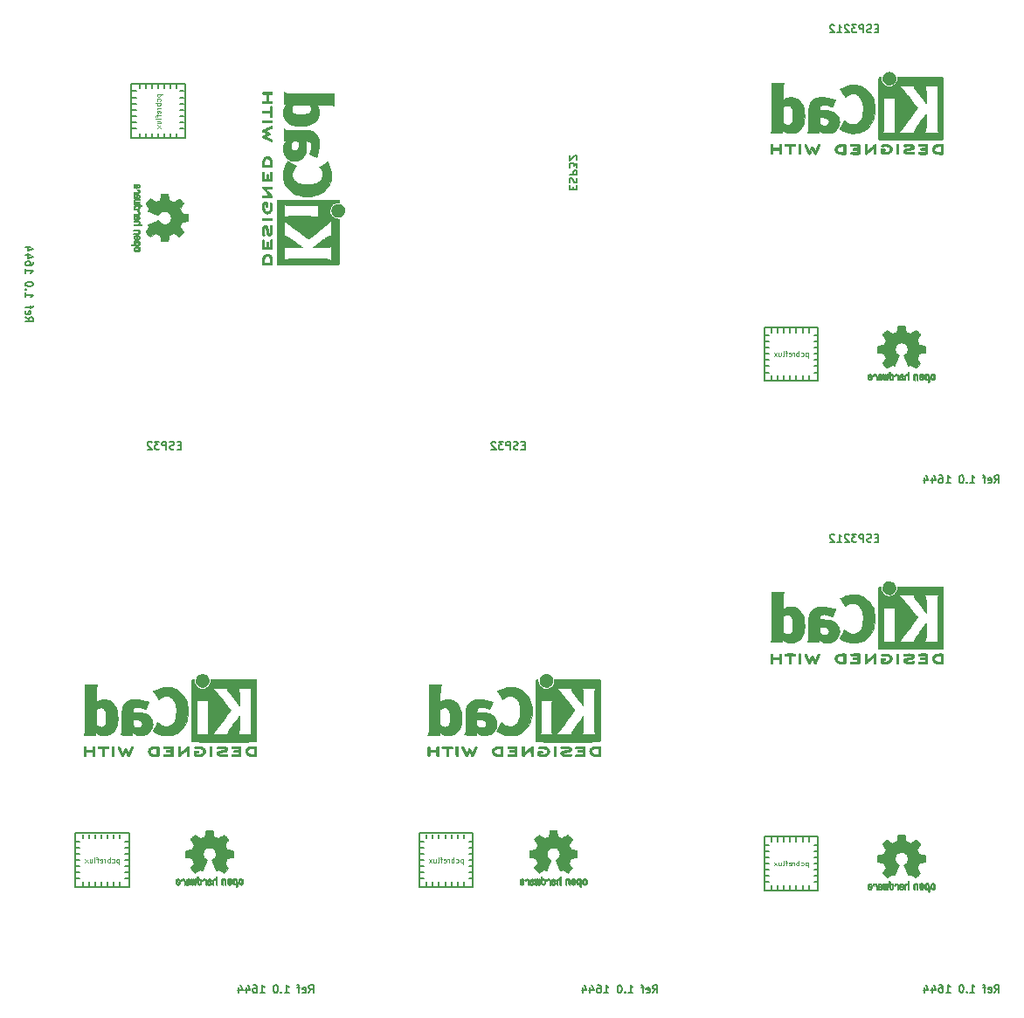
<source format=gbo>
G04 #@! TF.FileFunction,Legend,Bot*
%FSLAX46Y46*%
G04 Gerber Fmt 4.6, Leading zero omitted, Abs format (unit mm)*
G04 Created by KiCad (PCBNEW no-vcs-found-undefined) date Sun Nov  6 11:42:32 2016*
%MOMM*%
%LPD*%
G01*
G04 APERTURE LIST*
%ADD10C,0.100000*%
%ADD11C,0.187500*%
%ADD12C,0.150000*%
%ADD13C,0.010000*%
G04 APERTURE END LIST*
D10*
D11*
X84019228Y-187029285D02*
X84269228Y-186672142D01*
X84447800Y-187029285D02*
X84447800Y-186279285D01*
X84162085Y-186279285D01*
X84090657Y-186315000D01*
X84054942Y-186350714D01*
X84019228Y-186422142D01*
X84019228Y-186529285D01*
X84054942Y-186600714D01*
X84090657Y-186636428D01*
X84162085Y-186672142D01*
X84447800Y-186672142D01*
X83412085Y-186993571D02*
X83483514Y-187029285D01*
X83626371Y-187029285D01*
X83697800Y-186993571D01*
X83733514Y-186922142D01*
X83733514Y-186636428D01*
X83697800Y-186565000D01*
X83626371Y-186529285D01*
X83483514Y-186529285D01*
X83412085Y-186565000D01*
X83376371Y-186636428D01*
X83376371Y-186707857D01*
X83733514Y-186779285D01*
X83162085Y-186529285D02*
X82876371Y-186529285D01*
X83054942Y-187029285D02*
X83054942Y-186386428D01*
X83019228Y-186315000D01*
X82947800Y-186279285D01*
X82876371Y-186279285D01*
X81662085Y-187029285D02*
X82090657Y-187029285D01*
X81876371Y-187029285D02*
X81876371Y-186279285D01*
X81947800Y-186386428D01*
X82019228Y-186457857D01*
X82090657Y-186493571D01*
X81340657Y-186957857D02*
X81304942Y-186993571D01*
X81340657Y-187029285D01*
X81376371Y-186993571D01*
X81340657Y-186957857D01*
X81340657Y-187029285D01*
X80840657Y-186279285D02*
X80769228Y-186279285D01*
X80697800Y-186315000D01*
X80662085Y-186350714D01*
X80626371Y-186422142D01*
X80590657Y-186565000D01*
X80590657Y-186743571D01*
X80626371Y-186886428D01*
X80662085Y-186957857D01*
X80697800Y-186993571D01*
X80769228Y-187029285D01*
X80840657Y-187029285D01*
X80912085Y-186993571D01*
X80947800Y-186957857D01*
X80983514Y-186886428D01*
X81019228Y-186743571D01*
X81019228Y-186565000D01*
X80983514Y-186422142D01*
X80947800Y-186350714D01*
X80912085Y-186315000D01*
X80840657Y-186279285D01*
X79304942Y-187029285D02*
X79733514Y-187029285D01*
X79519228Y-187029285D02*
X79519228Y-186279285D01*
X79590657Y-186386428D01*
X79662085Y-186457857D01*
X79733514Y-186493571D01*
X78662085Y-186279285D02*
X78804942Y-186279285D01*
X78876371Y-186315000D01*
X78912085Y-186350714D01*
X78983514Y-186457857D01*
X79019228Y-186600714D01*
X79019228Y-186886428D01*
X78983514Y-186957857D01*
X78947800Y-186993571D01*
X78876371Y-187029285D01*
X78733514Y-187029285D01*
X78662085Y-186993571D01*
X78626371Y-186957857D01*
X78590657Y-186886428D01*
X78590657Y-186707857D01*
X78626371Y-186636428D01*
X78662085Y-186600714D01*
X78733514Y-186565000D01*
X78876371Y-186565000D01*
X78947800Y-186600714D01*
X78983514Y-186636428D01*
X79019228Y-186707857D01*
X77947800Y-186529285D02*
X77947800Y-187029285D01*
X78126371Y-186243571D02*
X78304942Y-186779285D01*
X77840657Y-186779285D01*
X77233514Y-186529285D02*
X77233514Y-187029285D01*
X77412085Y-186243571D02*
X77590657Y-186779285D01*
X77126371Y-186779285D01*
X71609542Y-133931428D02*
X71359542Y-133931428D01*
X71252400Y-134324285D02*
X71609542Y-134324285D01*
X71609542Y-133574285D01*
X71252400Y-133574285D01*
X70966685Y-134288571D02*
X70859542Y-134324285D01*
X70680971Y-134324285D01*
X70609542Y-134288571D01*
X70573828Y-134252857D01*
X70538114Y-134181428D01*
X70538114Y-134110000D01*
X70573828Y-134038571D01*
X70609542Y-134002857D01*
X70680971Y-133967142D01*
X70823828Y-133931428D01*
X70895257Y-133895714D01*
X70930971Y-133860000D01*
X70966685Y-133788571D01*
X70966685Y-133717142D01*
X70930971Y-133645714D01*
X70895257Y-133610000D01*
X70823828Y-133574285D01*
X70645257Y-133574285D01*
X70538114Y-133610000D01*
X70216685Y-134324285D02*
X70216685Y-133574285D01*
X69930971Y-133574285D01*
X69859542Y-133610000D01*
X69823828Y-133645714D01*
X69788114Y-133717142D01*
X69788114Y-133824285D01*
X69823828Y-133895714D01*
X69859542Y-133931428D01*
X69930971Y-133967142D01*
X70216685Y-133967142D01*
X69538114Y-133574285D02*
X69073828Y-133574285D01*
X69323828Y-133860000D01*
X69216685Y-133860000D01*
X69145257Y-133895714D01*
X69109542Y-133931428D01*
X69073828Y-134002857D01*
X69073828Y-134181428D01*
X69109542Y-134252857D01*
X69145257Y-134288571D01*
X69216685Y-134324285D01*
X69430971Y-134324285D01*
X69502400Y-134288571D01*
X69538114Y-134252857D01*
X68788114Y-133645714D02*
X68752400Y-133610000D01*
X68680971Y-133574285D01*
X68502400Y-133574285D01*
X68430971Y-133610000D01*
X68395257Y-133645714D01*
X68359542Y-133717142D01*
X68359542Y-133788571D01*
X68395257Y-133895714D01*
X68823828Y-134324285D01*
X68359542Y-134324285D01*
X105851828Y-93520028D02*
X105601828Y-93520028D01*
X105494685Y-93912885D02*
X105851828Y-93912885D01*
X105851828Y-93162885D01*
X105494685Y-93162885D01*
X105208971Y-93877171D02*
X105101828Y-93912885D01*
X104923257Y-93912885D01*
X104851828Y-93877171D01*
X104816114Y-93841457D01*
X104780400Y-93770028D01*
X104780400Y-93698600D01*
X104816114Y-93627171D01*
X104851828Y-93591457D01*
X104923257Y-93555742D01*
X105066114Y-93520028D01*
X105137542Y-93484314D01*
X105173257Y-93448600D01*
X105208971Y-93377171D01*
X105208971Y-93305742D01*
X105173257Y-93234314D01*
X105137542Y-93198600D01*
X105066114Y-93162885D01*
X104887542Y-93162885D01*
X104780400Y-93198600D01*
X104458971Y-93912885D02*
X104458971Y-93162885D01*
X104173257Y-93162885D01*
X104101828Y-93198600D01*
X104066114Y-93234314D01*
X104030400Y-93305742D01*
X104030400Y-93412885D01*
X104066114Y-93484314D01*
X104101828Y-93520028D01*
X104173257Y-93555742D01*
X104458971Y-93555742D01*
X103780400Y-93162885D02*
X103316114Y-93162885D01*
X103566114Y-93448600D01*
X103458971Y-93448600D01*
X103387542Y-93484314D01*
X103351828Y-93520028D01*
X103316114Y-93591457D01*
X103316114Y-93770028D01*
X103351828Y-93841457D01*
X103387542Y-93877171D01*
X103458971Y-93912885D01*
X103673257Y-93912885D01*
X103744685Y-93877171D01*
X103780400Y-93841457D01*
X103030400Y-93234314D02*
X102994685Y-93198600D01*
X102923257Y-93162885D01*
X102744685Y-93162885D01*
X102673257Y-93198600D01*
X102637542Y-93234314D01*
X102601828Y-93305742D01*
X102601828Y-93377171D01*
X102637542Y-93484314D01*
X103066114Y-93912885D01*
X102601828Y-93912885D01*
X101887542Y-93912885D02*
X102316114Y-93912885D01*
X102101828Y-93912885D02*
X102101828Y-93162885D01*
X102173257Y-93270028D01*
X102244685Y-93341457D01*
X102316114Y-93377171D01*
X101601828Y-93234314D02*
X101566114Y-93198600D01*
X101494685Y-93162885D01*
X101316114Y-93162885D01*
X101244685Y-93198600D01*
X101208971Y-93234314D01*
X101173257Y-93305742D01*
X101173257Y-93377171D01*
X101208971Y-93484314D01*
X101637542Y-93912885D01*
X101173257Y-93912885D01*
X117140828Y-137600885D02*
X117390828Y-137243742D01*
X117569400Y-137600885D02*
X117569400Y-136850885D01*
X117283685Y-136850885D01*
X117212257Y-136886600D01*
X117176542Y-136922314D01*
X117140828Y-136993742D01*
X117140828Y-137100885D01*
X117176542Y-137172314D01*
X117212257Y-137208028D01*
X117283685Y-137243742D01*
X117569400Y-137243742D01*
X116533685Y-137565171D02*
X116605114Y-137600885D01*
X116747971Y-137600885D01*
X116819400Y-137565171D01*
X116855114Y-137493742D01*
X116855114Y-137208028D01*
X116819400Y-137136600D01*
X116747971Y-137100885D01*
X116605114Y-137100885D01*
X116533685Y-137136600D01*
X116497971Y-137208028D01*
X116497971Y-137279457D01*
X116855114Y-137350885D01*
X116283685Y-137100885D02*
X115997971Y-137100885D01*
X116176542Y-137600885D02*
X116176542Y-136958028D01*
X116140828Y-136886600D01*
X116069400Y-136850885D01*
X115997971Y-136850885D01*
X114783685Y-137600885D02*
X115212257Y-137600885D01*
X114997971Y-137600885D02*
X114997971Y-136850885D01*
X115069400Y-136958028D01*
X115140828Y-137029457D01*
X115212257Y-137065171D01*
X114462257Y-137529457D02*
X114426542Y-137565171D01*
X114462257Y-137600885D01*
X114497971Y-137565171D01*
X114462257Y-137529457D01*
X114462257Y-137600885D01*
X113962257Y-136850885D02*
X113890828Y-136850885D01*
X113819400Y-136886600D01*
X113783685Y-136922314D01*
X113747971Y-136993742D01*
X113712257Y-137136600D01*
X113712257Y-137315171D01*
X113747971Y-137458028D01*
X113783685Y-137529457D01*
X113819400Y-137565171D01*
X113890828Y-137600885D01*
X113962257Y-137600885D01*
X114033685Y-137565171D01*
X114069400Y-137529457D01*
X114105114Y-137458028D01*
X114140828Y-137315171D01*
X114140828Y-137136600D01*
X114105114Y-136993742D01*
X114069400Y-136922314D01*
X114033685Y-136886600D01*
X113962257Y-136850885D01*
X112426542Y-137600885D02*
X112855114Y-137600885D01*
X112640828Y-137600885D02*
X112640828Y-136850885D01*
X112712257Y-136958028D01*
X112783685Y-137029457D01*
X112855114Y-137065171D01*
X111783685Y-136850885D02*
X111926542Y-136850885D01*
X111997971Y-136886600D01*
X112033685Y-136922314D01*
X112105114Y-137029457D01*
X112140828Y-137172314D01*
X112140828Y-137458028D01*
X112105114Y-137529457D01*
X112069400Y-137565171D01*
X111997971Y-137600885D01*
X111855114Y-137600885D01*
X111783685Y-137565171D01*
X111747971Y-137529457D01*
X111712257Y-137458028D01*
X111712257Y-137279457D01*
X111747971Y-137208028D01*
X111783685Y-137172314D01*
X111855114Y-137136600D01*
X111997971Y-137136600D01*
X112069400Y-137172314D01*
X112105114Y-137208028D01*
X112140828Y-137279457D01*
X111069400Y-137100885D02*
X111069400Y-137600885D01*
X111247971Y-136815171D02*
X111426542Y-137350885D01*
X110962257Y-137350885D01*
X110355114Y-137100885D02*
X110355114Y-137600885D01*
X110533685Y-136815171D02*
X110712257Y-137350885D01*
X110247971Y-137350885D01*
X117140828Y-187003885D02*
X117390828Y-186646742D01*
X117569400Y-187003885D02*
X117569400Y-186253885D01*
X117283685Y-186253885D01*
X117212257Y-186289600D01*
X117176542Y-186325314D01*
X117140828Y-186396742D01*
X117140828Y-186503885D01*
X117176542Y-186575314D01*
X117212257Y-186611028D01*
X117283685Y-186646742D01*
X117569400Y-186646742D01*
X116533685Y-186968171D02*
X116605114Y-187003885D01*
X116747971Y-187003885D01*
X116819400Y-186968171D01*
X116855114Y-186896742D01*
X116855114Y-186611028D01*
X116819400Y-186539600D01*
X116747971Y-186503885D01*
X116605114Y-186503885D01*
X116533685Y-186539600D01*
X116497971Y-186611028D01*
X116497971Y-186682457D01*
X116855114Y-186753885D01*
X116283685Y-186503885D02*
X115997971Y-186503885D01*
X116176542Y-187003885D02*
X116176542Y-186361028D01*
X116140828Y-186289600D01*
X116069400Y-186253885D01*
X115997971Y-186253885D01*
X114783685Y-187003885D02*
X115212257Y-187003885D01*
X114997971Y-187003885D02*
X114997971Y-186253885D01*
X115069400Y-186361028D01*
X115140828Y-186432457D01*
X115212257Y-186468171D01*
X114462257Y-186932457D02*
X114426542Y-186968171D01*
X114462257Y-187003885D01*
X114497971Y-186968171D01*
X114462257Y-186932457D01*
X114462257Y-187003885D01*
X113962257Y-186253885D02*
X113890828Y-186253885D01*
X113819400Y-186289600D01*
X113783685Y-186325314D01*
X113747971Y-186396742D01*
X113712257Y-186539600D01*
X113712257Y-186718171D01*
X113747971Y-186861028D01*
X113783685Y-186932457D01*
X113819400Y-186968171D01*
X113890828Y-187003885D01*
X113962257Y-187003885D01*
X114033685Y-186968171D01*
X114069400Y-186932457D01*
X114105114Y-186861028D01*
X114140828Y-186718171D01*
X114140828Y-186539600D01*
X114105114Y-186396742D01*
X114069400Y-186325314D01*
X114033685Y-186289600D01*
X113962257Y-186253885D01*
X112426542Y-187003885D02*
X112855114Y-187003885D01*
X112640828Y-187003885D02*
X112640828Y-186253885D01*
X112712257Y-186361028D01*
X112783685Y-186432457D01*
X112855114Y-186468171D01*
X111783685Y-186253885D02*
X111926542Y-186253885D01*
X111997971Y-186289600D01*
X112033685Y-186325314D01*
X112105114Y-186432457D01*
X112140828Y-186575314D01*
X112140828Y-186861028D01*
X112105114Y-186932457D01*
X112069400Y-186968171D01*
X111997971Y-187003885D01*
X111855114Y-187003885D01*
X111783685Y-186968171D01*
X111747971Y-186932457D01*
X111712257Y-186861028D01*
X111712257Y-186682457D01*
X111747971Y-186611028D01*
X111783685Y-186575314D01*
X111855114Y-186539600D01*
X111997971Y-186539600D01*
X112069400Y-186575314D01*
X112105114Y-186611028D01*
X112140828Y-186682457D01*
X111069400Y-186503885D02*
X111069400Y-187003885D01*
X111247971Y-186218171D02*
X111426542Y-186753885D01*
X110962257Y-186753885D01*
X110355114Y-186503885D02*
X110355114Y-187003885D01*
X110533685Y-186218171D02*
X110712257Y-186753885D01*
X110247971Y-186753885D01*
X105851828Y-142923028D02*
X105601828Y-142923028D01*
X105494685Y-143315885D02*
X105851828Y-143315885D01*
X105851828Y-142565885D01*
X105494685Y-142565885D01*
X105208971Y-143280171D02*
X105101828Y-143315885D01*
X104923257Y-143315885D01*
X104851828Y-143280171D01*
X104816114Y-143244457D01*
X104780400Y-143173028D01*
X104780400Y-143101600D01*
X104816114Y-143030171D01*
X104851828Y-142994457D01*
X104923257Y-142958742D01*
X105066114Y-142923028D01*
X105137542Y-142887314D01*
X105173257Y-142851600D01*
X105208971Y-142780171D01*
X105208971Y-142708742D01*
X105173257Y-142637314D01*
X105137542Y-142601600D01*
X105066114Y-142565885D01*
X104887542Y-142565885D01*
X104780400Y-142601600D01*
X104458971Y-143315885D02*
X104458971Y-142565885D01*
X104173257Y-142565885D01*
X104101828Y-142601600D01*
X104066114Y-142637314D01*
X104030400Y-142708742D01*
X104030400Y-142815885D01*
X104066114Y-142887314D01*
X104101828Y-142923028D01*
X104173257Y-142958742D01*
X104458971Y-142958742D01*
X103780400Y-142565885D02*
X103316114Y-142565885D01*
X103566114Y-142851600D01*
X103458971Y-142851600D01*
X103387542Y-142887314D01*
X103351828Y-142923028D01*
X103316114Y-142994457D01*
X103316114Y-143173028D01*
X103351828Y-143244457D01*
X103387542Y-143280171D01*
X103458971Y-143315885D01*
X103673257Y-143315885D01*
X103744685Y-143280171D01*
X103780400Y-143244457D01*
X103030400Y-142637314D02*
X102994685Y-142601600D01*
X102923257Y-142565885D01*
X102744685Y-142565885D01*
X102673257Y-142601600D01*
X102637542Y-142637314D01*
X102601828Y-142708742D01*
X102601828Y-142780171D01*
X102637542Y-142887314D01*
X103066114Y-143315885D01*
X102601828Y-143315885D01*
X101887542Y-143315885D02*
X102316114Y-143315885D01*
X102101828Y-143315885D02*
X102101828Y-142565885D01*
X102173257Y-142673028D01*
X102244685Y-142744457D01*
X102316114Y-142780171D01*
X101601828Y-142637314D02*
X101566114Y-142601600D01*
X101494685Y-142565885D01*
X101316114Y-142565885D01*
X101244685Y-142601600D01*
X101208971Y-142637314D01*
X101173257Y-142708742D01*
X101173257Y-142780171D01*
X101208971Y-142887314D01*
X101637542Y-143315885D01*
X101173257Y-143315885D01*
X23224714Y-121507428D02*
X23581857Y-121757428D01*
X23224714Y-121936000D02*
X23974714Y-121936000D01*
X23974714Y-121650285D01*
X23939000Y-121578857D01*
X23903285Y-121543142D01*
X23831857Y-121507428D01*
X23724714Y-121507428D01*
X23653285Y-121543142D01*
X23617571Y-121578857D01*
X23581857Y-121650285D01*
X23581857Y-121936000D01*
X23260428Y-120900285D02*
X23224714Y-120971714D01*
X23224714Y-121114571D01*
X23260428Y-121186000D01*
X23331857Y-121221714D01*
X23617571Y-121221714D01*
X23689000Y-121186000D01*
X23724714Y-121114571D01*
X23724714Y-120971714D01*
X23689000Y-120900285D01*
X23617571Y-120864571D01*
X23546142Y-120864571D01*
X23474714Y-121221714D01*
X23724714Y-120650285D02*
X23724714Y-120364571D01*
X23224714Y-120543142D02*
X23867571Y-120543142D01*
X23939000Y-120507428D01*
X23974714Y-120436000D01*
X23974714Y-120364571D01*
X23224714Y-119150285D02*
X23224714Y-119578857D01*
X23224714Y-119364571D02*
X23974714Y-119364571D01*
X23867571Y-119436000D01*
X23796142Y-119507428D01*
X23760428Y-119578857D01*
X23296142Y-118828857D02*
X23260428Y-118793142D01*
X23224714Y-118828857D01*
X23260428Y-118864571D01*
X23296142Y-118828857D01*
X23224714Y-118828857D01*
X23974714Y-118328857D02*
X23974714Y-118257428D01*
X23939000Y-118186000D01*
X23903285Y-118150285D01*
X23831857Y-118114571D01*
X23689000Y-118078857D01*
X23510428Y-118078857D01*
X23367571Y-118114571D01*
X23296142Y-118150285D01*
X23260428Y-118186000D01*
X23224714Y-118257428D01*
X23224714Y-118328857D01*
X23260428Y-118400285D01*
X23296142Y-118436000D01*
X23367571Y-118471714D01*
X23510428Y-118507428D01*
X23689000Y-118507428D01*
X23831857Y-118471714D01*
X23903285Y-118436000D01*
X23939000Y-118400285D01*
X23974714Y-118328857D01*
X23224714Y-116793142D02*
X23224714Y-117221714D01*
X23224714Y-117007428D02*
X23974714Y-117007428D01*
X23867571Y-117078857D01*
X23796142Y-117150285D01*
X23760428Y-117221714D01*
X23974714Y-116150285D02*
X23974714Y-116293142D01*
X23939000Y-116364571D01*
X23903285Y-116400285D01*
X23796142Y-116471714D01*
X23653285Y-116507428D01*
X23367571Y-116507428D01*
X23296142Y-116471714D01*
X23260428Y-116436000D01*
X23224714Y-116364571D01*
X23224714Y-116221714D01*
X23260428Y-116150285D01*
X23296142Y-116114571D01*
X23367571Y-116078857D01*
X23546142Y-116078857D01*
X23617571Y-116114571D01*
X23653285Y-116150285D01*
X23689000Y-116221714D01*
X23689000Y-116364571D01*
X23653285Y-116436000D01*
X23617571Y-116471714D01*
X23546142Y-116507428D01*
X23724714Y-115436000D02*
X23224714Y-115436000D01*
X24010428Y-115614571D02*
X23474714Y-115793142D01*
X23474714Y-115328857D01*
X23724714Y-114721714D02*
X23224714Y-114721714D01*
X24010428Y-114900285D02*
X23474714Y-115078857D01*
X23474714Y-114614571D01*
X76322571Y-109097742D02*
X76322571Y-108847742D01*
X75929714Y-108740600D02*
X75929714Y-109097742D01*
X76679714Y-109097742D01*
X76679714Y-108740600D01*
X75965428Y-108454885D02*
X75929714Y-108347742D01*
X75929714Y-108169171D01*
X75965428Y-108097742D01*
X76001142Y-108062028D01*
X76072571Y-108026314D01*
X76144000Y-108026314D01*
X76215428Y-108062028D01*
X76251142Y-108097742D01*
X76286857Y-108169171D01*
X76322571Y-108312028D01*
X76358285Y-108383457D01*
X76394000Y-108419171D01*
X76465428Y-108454885D01*
X76536857Y-108454885D01*
X76608285Y-108419171D01*
X76644000Y-108383457D01*
X76679714Y-108312028D01*
X76679714Y-108133457D01*
X76644000Y-108026314D01*
X75929714Y-107704885D02*
X76679714Y-107704885D01*
X76679714Y-107419171D01*
X76644000Y-107347742D01*
X76608285Y-107312028D01*
X76536857Y-107276314D01*
X76429714Y-107276314D01*
X76358285Y-107312028D01*
X76322571Y-107347742D01*
X76286857Y-107419171D01*
X76286857Y-107704885D01*
X76679714Y-107026314D02*
X76679714Y-106562028D01*
X76394000Y-106812028D01*
X76394000Y-106704885D01*
X76358285Y-106633457D01*
X76322571Y-106597742D01*
X76251142Y-106562028D01*
X76072571Y-106562028D01*
X76001142Y-106597742D01*
X75965428Y-106633457D01*
X75929714Y-106704885D01*
X75929714Y-106919171D01*
X75965428Y-106990600D01*
X76001142Y-107026314D01*
X76608285Y-106276314D02*
X76644000Y-106240600D01*
X76679714Y-106169171D01*
X76679714Y-105990600D01*
X76644000Y-105919171D01*
X76608285Y-105883457D01*
X76536857Y-105847742D01*
X76465428Y-105847742D01*
X76358285Y-105883457D01*
X75929714Y-106312028D01*
X75929714Y-105847742D01*
X38284742Y-133931428D02*
X38034742Y-133931428D01*
X37927600Y-134324285D02*
X38284742Y-134324285D01*
X38284742Y-133574285D01*
X37927600Y-133574285D01*
X37641885Y-134288571D02*
X37534742Y-134324285D01*
X37356171Y-134324285D01*
X37284742Y-134288571D01*
X37249028Y-134252857D01*
X37213314Y-134181428D01*
X37213314Y-134110000D01*
X37249028Y-134038571D01*
X37284742Y-134002857D01*
X37356171Y-133967142D01*
X37499028Y-133931428D01*
X37570457Y-133895714D01*
X37606171Y-133860000D01*
X37641885Y-133788571D01*
X37641885Y-133717142D01*
X37606171Y-133645714D01*
X37570457Y-133610000D01*
X37499028Y-133574285D01*
X37320457Y-133574285D01*
X37213314Y-133610000D01*
X36891885Y-134324285D02*
X36891885Y-133574285D01*
X36606171Y-133574285D01*
X36534742Y-133610000D01*
X36499028Y-133645714D01*
X36463314Y-133717142D01*
X36463314Y-133824285D01*
X36499028Y-133895714D01*
X36534742Y-133931428D01*
X36606171Y-133967142D01*
X36891885Y-133967142D01*
X36213314Y-133574285D02*
X35749028Y-133574285D01*
X35999028Y-133860000D01*
X35891885Y-133860000D01*
X35820457Y-133895714D01*
X35784742Y-133931428D01*
X35749028Y-134002857D01*
X35749028Y-134181428D01*
X35784742Y-134252857D01*
X35820457Y-134288571D01*
X35891885Y-134324285D01*
X36106171Y-134324285D01*
X36177600Y-134288571D01*
X36213314Y-134252857D01*
X35463314Y-133645714D02*
X35427600Y-133610000D01*
X35356171Y-133574285D01*
X35177600Y-133574285D01*
X35106171Y-133610000D01*
X35070457Y-133645714D01*
X35034742Y-133717142D01*
X35034742Y-133788571D01*
X35070457Y-133895714D01*
X35499028Y-134324285D01*
X35034742Y-134324285D01*
X50694428Y-187029285D02*
X50944428Y-186672142D01*
X51123000Y-187029285D02*
X51123000Y-186279285D01*
X50837285Y-186279285D01*
X50765857Y-186315000D01*
X50730142Y-186350714D01*
X50694428Y-186422142D01*
X50694428Y-186529285D01*
X50730142Y-186600714D01*
X50765857Y-186636428D01*
X50837285Y-186672142D01*
X51123000Y-186672142D01*
X50087285Y-186993571D02*
X50158714Y-187029285D01*
X50301571Y-187029285D01*
X50373000Y-186993571D01*
X50408714Y-186922142D01*
X50408714Y-186636428D01*
X50373000Y-186565000D01*
X50301571Y-186529285D01*
X50158714Y-186529285D01*
X50087285Y-186565000D01*
X50051571Y-186636428D01*
X50051571Y-186707857D01*
X50408714Y-186779285D01*
X49837285Y-186529285D02*
X49551571Y-186529285D01*
X49730142Y-187029285D02*
X49730142Y-186386428D01*
X49694428Y-186315000D01*
X49623000Y-186279285D01*
X49551571Y-186279285D01*
X48337285Y-187029285D02*
X48765857Y-187029285D01*
X48551571Y-187029285D02*
X48551571Y-186279285D01*
X48623000Y-186386428D01*
X48694428Y-186457857D01*
X48765857Y-186493571D01*
X48015857Y-186957857D02*
X47980142Y-186993571D01*
X48015857Y-187029285D01*
X48051571Y-186993571D01*
X48015857Y-186957857D01*
X48015857Y-187029285D01*
X47515857Y-186279285D02*
X47444428Y-186279285D01*
X47373000Y-186315000D01*
X47337285Y-186350714D01*
X47301571Y-186422142D01*
X47265857Y-186565000D01*
X47265857Y-186743571D01*
X47301571Y-186886428D01*
X47337285Y-186957857D01*
X47373000Y-186993571D01*
X47444428Y-187029285D01*
X47515857Y-187029285D01*
X47587285Y-186993571D01*
X47623000Y-186957857D01*
X47658714Y-186886428D01*
X47694428Y-186743571D01*
X47694428Y-186565000D01*
X47658714Y-186422142D01*
X47623000Y-186350714D01*
X47587285Y-186315000D01*
X47515857Y-186279285D01*
X45980142Y-187029285D02*
X46408714Y-187029285D01*
X46194428Y-187029285D02*
X46194428Y-186279285D01*
X46265857Y-186386428D01*
X46337285Y-186457857D01*
X46408714Y-186493571D01*
X45337285Y-186279285D02*
X45480142Y-186279285D01*
X45551571Y-186315000D01*
X45587285Y-186350714D01*
X45658714Y-186457857D01*
X45694428Y-186600714D01*
X45694428Y-186886428D01*
X45658714Y-186957857D01*
X45623000Y-186993571D01*
X45551571Y-187029285D01*
X45408714Y-187029285D01*
X45337285Y-186993571D01*
X45301571Y-186957857D01*
X45265857Y-186886428D01*
X45265857Y-186707857D01*
X45301571Y-186636428D01*
X45337285Y-186600714D01*
X45408714Y-186565000D01*
X45551571Y-186565000D01*
X45623000Y-186600714D01*
X45658714Y-186636428D01*
X45694428Y-186707857D01*
X44623000Y-186529285D02*
X44623000Y-187029285D01*
X44801571Y-186243571D02*
X44980142Y-186779285D01*
X44515857Y-186779285D01*
X43908714Y-186529285D02*
X43908714Y-187029285D01*
X44087285Y-186243571D02*
X44265857Y-186779285D01*
X43801571Y-186779285D01*
D12*
X61408000Y-171567800D02*
X61408000Y-176767800D01*
X66608000Y-176767800D02*
X66608000Y-171567800D01*
X66208000Y-175967800D02*
X66608000Y-175967800D01*
X66208000Y-175367800D02*
X66608000Y-175367800D01*
X66208000Y-174767800D02*
X66608000Y-174767800D01*
X66208000Y-174167800D02*
X66608000Y-174167800D01*
X66208000Y-173567800D02*
X66608000Y-173567800D01*
X66208000Y-172967800D02*
X66608000Y-172967800D01*
X66208000Y-172367800D02*
X66608000Y-172367800D01*
X61408000Y-172367800D02*
X61808000Y-172367800D01*
X61408000Y-172967800D02*
X61808000Y-172967800D01*
X61408000Y-173567800D02*
X61808000Y-173567800D01*
X61408000Y-174167800D02*
X61808000Y-174167800D01*
X61408000Y-174767800D02*
X61808000Y-174767800D01*
X61408000Y-175367800D02*
X61808000Y-175367800D01*
X61408000Y-175967800D02*
X61808000Y-175967800D01*
X65708000Y-176267800D02*
X65708000Y-176667800D01*
X65108000Y-176267800D02*
X65108000Y-176667800D01*
X64508000Y-176267800D02*
X64508000Y-176667800D01*
X63908000Y-176267800D02*
X63908000Y-176667800D01*
X63308000Y-176267800D02*
X63308000Y-176667800D01*
X62708000Y-176267800D02*
X62708000Y-176667800D01*
X62108000Y-176267800D02*
X62108000Y-176667800D01*
X61408000Y-171567800D02*
X66608000Y-171567800D01*
X61408000Y-176767800D02*
X66608000Y-176767800D01*
X62108000Y-171667800D02*
X62108000Y-172067800D01*
X62708000Y-171667800D02*
X62708000Y-172067800D01*
X63308000Y-171667800D02*
X63308000Y-172067800D01*
X63908000Y-171667800D02*
X63908000Y-172067800D01*
X64508000Y-171667800D02*
X64508000Y-172067800D01*
X65108000Y-171667800D02*
X65108000Y-172067800D01*
X65708000Y-171667800D02*
X65708000Y-172067800D01*
D13*
G36*
X76771456Y-175935318D02*
X76715999Y-175962968D01*
X76667052Y-176013880D01*
X76653571Y-176032738D01*
X76638886Y-176057415D01*
X76629358Y-176084216D01*
X76623907Y-176119987D01*
X76621453Y-176171569D01*
X76620914Y-176239667D01*
X76623348Y-176332988D01*
X76631806Y-176403057D01*
X76648026Y-176455331D01*
X76673746Y-176495269D01*
X76710703Y-176528329D01*
X76713418Y-176530286D01*
X76749840Y-176550308D01*
X76793698Y-176560215D01*
X76849476Y-176562657D01*
X76940152Y-176562657D01*
X76940190Y-176650683D01*
X76941034Y-176699708D01*
X76946176Y-176728465D01*
X76959613Y-176745711D01*
X76985342Y-176760208D01*
X76991521Y-176763169D01*
X77020436Y-176777048D01*
X77042824Y-176785814D01*
X77059471Y-176786571D01*
X77071164Y-176776423D01*
X77078690Y-176752473D01*
X77082834Y-176711826D01*
X77084385Y-176651586D01*
X77084129Y-176568855D01*
X77082851Y-176460739D01*
X77082452Y-176428400D01*
X77081015Y-176316924D01*
X77079728Y-176244003D01*
X76940229Y-176244003D01*
X76939445Y-176305899D01*
X76935960Y-176346397D01*
X76928076Y-176373108D01*
X76914095Y-176393644D01*
X76904603Y-176403660D01*
X76865796Y-176432967D01*
X76831437Y-176435352D01*
X76795984Y-176411150D01*
X76795086Y-176410257D01*
X76780661Y-176391553D01*
X76771887Y-176366132D01*
X76767461Y-176326984D01*
X76766082Y-176267097D01*
X76766057Y-176253830D01*
X76769388Y-176171301D01*
X76780231Y-176114091D01*
X76799860Y-176079166D01*
X76829550Y-176063494D01*
X76846709Y-176061914D01*
X76887434Y-176069326D01*
X76915368Y-176093730D01*
X76932183Y-176138380D01*
X76939550Y-176206530D01*
X76940229Y-176244003D01*
X77079728Y-176244003D01*
X77079492Y-176230645D01*
X77077523Y-176165733D01*
X77074750Y-176118358D01*
X77070812Y-176084690D01*
X77065351Y-176060898D01*
X77058008Y-176043153D01*
X77048423Y-176027624D01*
X77044313Y-176021781D01*
X76989795Y-175966585D01*
X76920864Y-175935290D01*
X76841128Y-175926565D01*
X76771456Y-175935318D01*
X76771456Y-175935318D01*
G37*
X76771456Y-175935318D02*
X76715999Y-175962968D01*
X76667052Y-176013880D01*
X76653571Y-176032738D01*
X76638886Y-176057415D01*
X76629358Y-176084216D01*
X76623907Y-176119987D01*
X76621453Y-176171569D01*
X76620914Y-176239667D01*
X76623348Y-176332988D01*
X76631806Y-176403057D01*
X76648026Y-176455331D01*
X76673746Y-176495269D01*
X76710703Y-176528329D01*
X76713418Y-176530286D01*
X76749840Y-176550308D01*
X76793698Y-176560215D01*
X76849476Y-176562657D01*
X76940152Y-176562657D01*
X76940190Y-176650683D01*
X76941034Y-176699708D01*
X76946176Y-176728465D01*
X76959613Y-176745711D01*
X76985342Y-176760208D01*
X76991521Y-176763169D01*
X77020436Y-176777048D01*
X77042824Y-176785814D01*
X77059471Y-176786571D01*
X77071164Y-176776423D01*
X77078690Y-176752473D01*
X77082834Y-176711826D01*
X77084385Y-176651586D01*
X77084129Y-176568855D01*
X77082851Y-176460739D01*
X77082452Y-176428400D01*
X77081015Y-176316924D01*
X77079728Y-176244003D01*
X76940229Y-176244003D01*
X76939445Y-176305899D01*
X76935960Y-176346397D01*
X76928076Y-176373108D01*
X76914095Y-176393644D01*
X76904603Y-176403660D01*
X76865796Y-176432967D01*
X76831437Y-176435352D01*
X76795984Y-176411150D01*
X76795086Y-176410257D01*
X76780661Y-176391553D01*
X76771887Y-176366132D01*
X76767461Y-176326984D01*
X76766082Y-176267097D01*
X76766057Y-176253830D01*
X76769388Y-176171301D01*
X76780231Y-176114091D01*
X76799860Y-176079166D01*
X76829550Y-176063494D01*
X76846709Y-176061914D01*
X76887434Y-176069326D01*
X76915368Y-176093730D01*
X76932183Y-176138380D01*
X76939550Y-176206530D01*
X76940229Y-176244003D01*
X77079728Y-176244003D01*
X77079492Y-176230645D01*
X77077523Y-176165733D01*
X77074750Y-176118358D01*
X77070812Y-176084690D01*
X77065351Y-176060898D01*
X77058008Y-176043153D01*
X77048423Y-176027624D01*
X77044313Y-176021781D01*
X76989795Y-175966585D01*
X76920864Y-175935290D01*
X76841128Y-175926565D01*
X76771456Y-175935318D01*
G36*
X75655107Y-175943180D02*
X75608528Y-175970123D01*
X75576143Y-175996866D01*
X75552458Y-176024884D01*
X75536141Y-176059148D01*
X75525861Y-176104627D01*
X75520286Y-176166292D01*
X75518084Y-176249111D01*
X75517829Y-176308646D01*
X75517829Y-176527791D01*
X75579514Y-176555444D01*
X75641200Y-176583097D01*
X75648457Y-176343070D01*
X75651456Y-176253428D01*
X75654602Y-176188362D01*
X75658499Y-176143426D01*
X75663753Y-176114170D01*
X75670969Y-176096148D01*
X75680750Y-176084911D01*
X75683888Y-176082479D01*
X75731439Y-176063483D01*
X75779503Y-176071000D01*
X75808114Y-176090943D01*
X75819753Y-176105075D01*
X75827809Y-176123620D01*
X75832929Y-176151734D01*
X75835759Y-176194573D01*
X75836944Y-176257295D01*
X75837143Y-176322661D01*
X75837182Y-176404668D01*
X75838586Y-176462716D01*
X75843286Y-176501865D01*
X75853213Y-176527180D01*
X75870297Y-176543723D01*
X75896468Y-176556556D01*
X75931425Y-176569891D01*
X75969604Y-176584407D01*
X75965059Y-176326789D01*
X75963229Y-176233919D01*
X75961088Y-176165289D01*
X75958019Y-176116111D01*
X75953406Y-176081598D01*
X75946632Y-176056962D01*
X75937081Y-176037416D01*
X75925566Y-176020170D01*
X75870010Y-175965080D01*
X75802220Y-175933222D01*
X75728487Y-175925591D01*
X75655107Y-175943180D01*
X75655107Y-175943180D01*
G37*
X75655107Y-175943180D02*
X75608528Y-175970123D01*
X75576143Y-175996866D01*
X75552458Y-176024884D01*
X75536141Y-176059148D01*
X75525861Y-176104627D01*
X75520286Y-176166292D01*
X75518084Y-176249111D01*
X75517829Y-176308646D01*
X75517829Y-176527791D01*
X75579514Y-176555444D01*
X75641200Y-176583097D01*
X75648457Y-176343070D01*
X75651456Y-176253428D01*
X75654602Y-176188362D01*
X75658499Y-176143426D01*
X75663753Y-176114170D01*
X75670969Y-176096148D01*
X75680750Y-176084911D01*
X75683888Y-176082479D01*
X75731439Y-176063483D01*
X75779503Y-176071000D01*
X75808114Y-176090943D01*
X75819753Y-176105075D01*
X75827809Y-176123620D01*
X75832929Y-176151734D01*
X75835759Y-176194573D01*
X75836944Y-176257295D01*
X75837143Y-176322661D01*
X75837182Y-176404668D01*
X75838586Y-176462716D01*
X75843286Y-176501865D01*
X75853213Y-176527180D01*
X75870297Y-176543723D01*
X75896468Y-176556556D01*
X75931425Y-176569891D01*
X75969604Y-176584407D01*
X75965059Y-176326789D01*
X75963229Y-176233919D01*
X75961088Y-176165289D01*
X75958019Y-176116111D01*
X75953406Y-176081598D01*
X75946632Y-176056962D01*
X75937081Y-176037416D01*
X75925566Y-176020170D01*
X75870010Y-175965080D01*
X75802220Y-175933222D01*
X75728487Y-175925591D01*
X75655107Y-175943180D01*
G36*
X77330085Y-175937362D02*
X77262055Y-175973133D01*
X77211849Y-176030701D01*
X77194015Y-176067712D01*
X77180137Y-176123282D01*
X77173033Y-176193496D01*
X77172360Y-176270127D01*
X77177773Y-176344952D01*
X77188930Y-176409742D01*
X77205486Y-176456273D01*
X77210574Y-176464287D01*
X77270845Y-176524107D01*
X77342431Y-176559935D01*
X77420108Y-176570420D01*
X77498652Y-176554210D01*
X77520511Y-176544492D01*
X77563078Y-176514543D01*
X77600437Y-176474833D01*
X77603968Y-176469797D01*
X77618319Y-176445524D01*
X77627806Y-176419578D01*
X77633410Y-176385422D01*
X77636114Y-176336519D01*
X77636901Y-176266335D01*
X77636914Y-176250600D01*
X77636878Y-176245592D01*
X77491771Y-176245592D01*
X77490927Y-176311830D01*
X77487604Y-176355786D01*
X77480617Y-176384179D01*
X77468784Y-176403725D01*
X77462743Y-176410257D01*
X77428014Y-176435080D01*
X77394297Y-176433948D01*
X77360205Y-176412416D01*
X77339871Y-176389429D01*
X77327829Y-176355878D01*
X77321066Y-176302969D01*
X77320602Y-176296799D01*
X77319448Y-176200913D01*
X77331512Y-176129699D01*
X77356630Y-176083594D01*
X77394640Y-176063035D01*
X77408208Y-176061914D01*
X77443836Y-176067552D01*
X77468206Y-176087086D01*
X77483107Y-176124442D01*
X77490325Y-176183550D01*
X77491771Y-176245592D01*
X77636878Y-176245592D01*
X77636374Y-176175813D01*
X77634104Y-176123559D01*
X77629132Y-176087349D01*
X77620487Y-176060699D01*
X77607195Y-176037122D01*
X77604257Y-176032738D01*
X77554887Y-175973649D01*
X77501091Y-175939347D01*
X77435598Y-175925731D01*
X77413358Y-175925065D01*
X77330085Y-175937362D01*
X77330085Y-175937362D01*
G37*
X77330085Y-175937362D02*
X77262055Y-175973133D01*
X77211849Y-176030701D01*
X77194015Y-176067712D01*
X77180137Y-176123282D01*
X77173033Y-176193496D01*
X77172360Y-176270127D01*
X77177773Y-176344952D01*
X77188930Y-176409742D01*
X77205486Y-176456273D01*
X77210574Y-176464287D01*
X77270845Y-176524107D01*
X77342431Y-176559935D01*
X77420108Y-176570420D01*
X77498652Y-176554210D01*
X77520511Y-176544492D01*
X77563078Y-176514543D01*
X77600437Y-176474833D01*
X77603968Y-176469797D01*
X77618319Y-176445524D01*
X77627806Y-176419578D01*
X77633410Y-176385422D01*
X77636114Y-176336519D01*
X77636901Y-176266335D01*
X77636914Y-176250600D01*
X77636878Y-176245592D01*
X77491771Y-176245592D01*
X77490927Y-176311830D01*
X77487604Y-176355786D01*
X77480617Y-176384179D01*
X77468784Y-176403725D01*
X77462743Y-176410257D01*
X77428014Y-176435080D01*
X77394297Y-176433948D01*
X77360205Y-176412416D01*
X77339871Y-176389429D01*
X77327829Y-176355878D01*
X77321066Y-176302969D01*
X77320602Y-176296799D01*
X77319448Y-176200913D01*
X77331512Y-176129699D01*
X77356630Y-176083594D01*
X77394640Y-176063035D01*
X77408208Y-176061914D01*
X77443836Y-176067552D01*
X77468206Y-176087086D01*
X77483107Y-176124442D01*
X77490325Y-176183550D01*
X77491771Y-176245592D01*
X77636878Y-176245592D01*
X77636374Y-176175813D01*
X77634104Y-176123559D01*
X77629132Y-176087349D01*
X77620487Y-176060699D01*
X77607195Y-176037122D01*
X77604257Y-176032738D01*
X77554887Y-175973649D01*
X77501091Y-175939347D01*
X77435598Y-175925731D01*
X77413358Y-175925065D01*
X77330085Y-175937362D01*
G36*
X76202897Y-175946639D02*
X76145673Y-175985135D01*
X76101451Y-176040735D01*
X76075033Y-176111486D01*
X76069690Y-176163562D01*
X76070297Y-176185293D01*
X76075378Y-176201931D01*
X76089345Y-176216837D01*
X76116611Y-176233373D01*
X76161588Y-176254898D01*
X76228689Y-176284774D01*
X76229029Y-176284924D01*
X76290793Y-176313213D01*
X76341441Y-176338333D01*
X76375796Y-176357579D01*
X76388682Y-176368248D01*
X76388686Y-176368334D01*
X76377328Y-176391566D01*
X76350769Y-176417174D01*
X76320277Y-176435621D01*
X76304830Y-176439286D01*
X76262685Y-176426612D01*
X76226392Y-176394871D01*
X76208683Y-176359972D01*
X76191648Y-176334245D01*
X76158278Y-176304946D01*
X76119051Y-176279635D01*
X76084444Y-176265871D01*
X76077207Y-176265114D01*
X76069061Y-176277560D01*
X76068570Y-176309372D01*
X76074557Y-176352266D01*
X76085843Y-176397958D01*
X76101250Y-176438161D01*
X76102029Y-176439722D01*
X76148396Y-176504462D01*
X76208489Y-176548497D01*
X76276735Y-176570111D01*
X76347562Y-176567585D01*
X76415396Y-176539204D01*
X76418412Y-176537208D01*
X76471773Y-176488848D01*
X76506860Y-176425752D01*
X76526278Y-176342787D01*
X76528884Y-176319478D01*
X76533499Y-176209455D01*
X76527967Y-176158148D01*
X76388686Y-176158148D01*
X76386876Y-176190153D01*
X76376978Y-176199493D01*
X76352302Y-176192505D01*
X76313405Y-176175987D01*
X76269925Y-176155281D01*
X76268844Y-176154733D01*
X76231991Y-176135349D01*
X76217200Y-176122413D01*
X76220847Y-176108851D01*
X76236205Y-176091032D01*
X76275277Y-176065245D01*
X76317354Y-176063350D01*
X76355097Y-176082117D01*
X76381166Y-176118315D01*
X76388686Y-176158148D01*
X76527967Y-176158148D01*
X76524006Y-176121427D01*
X76499650Y-176051612D01*
X76465744Y-176002702D01*
X76404547Y-175953278D01*
X76337137Y-175928759D01*
X76268320Y-175927197D01*
X76202897Y-175946639D01*
X76202897Y-175946639D01*
G37*
X76202897Y-175946639D02*
X76145673Y-175985135D01*
X76101451Y-176040735D01*
X76075033Y-176111486D01*
X76069690Y-176163562D01*
X76070297Y-176185293D01*
X76075378Y-176201931D01*
X76089345Y-176216837D01*
X76116611Y-176233373D01*
X76161588Y-176254898D01*
X76228689Y-176284774D01*
X76229029Y-176284924D01*
X76290793Y-176313213D01*
X76341441Y-176338333D01*
X76375796Y-176357579D01*
X76388682Y-176368248D01*
X76388686Y-176368334D01*
X76377328Y-176391566D01*
X76350769Y-176417174D01*
X76320277Y-176435621D01*
X76304830Y-176439286D01*
X76262685Y-176426612D01*
X76226392Y-176394871D01*
X76208683Y-176359972D01*
X76191648Y-176334245D01*
X76158278Y-176304946D01*
X76119051Y-176279635D01*
X76084444Y-176265871D01*
X76077207Y-176265114D01*
X76069061Y-176277560D01*
X76068570Y-176309372D01*
X76074557Y-176352266D01*
X76085843Y-176397958D01*
X76101250Y-176438161D01*
X76102029Y-176439722D01*
X76148396Y-176504462D01*
X76208489Y-176548497D01*
X76276735Y-176570111D01*
X76347562Y-176567585D01*
X76415396Y-176539204D01*
X76418412Y-176537208D01*
X76471773Y-176488848D01*
X76506860Y-176425752D01*
X76526278Y-176342787D01*
X76528884Y-176319478D01*
X76533499Y-176209455D01*
X76527967Y-176158148D01*
X76388686Y-176158148D01*
X76386876Y-176190153D01*
X76376978Y-176199493D01*
X76352302Y-176192505D01*
X76313405Y-176175987D01*
X76269925Y-176155281D01*
X76268844Y-176154733D01*
X76231991Y-176135349D01*
X76217200Y-176122413D01*
X76220847Y-176108851D01*
X76236205Y-176091032D01*
X76275277Y-176065245D01*
X76317354Y-176063350D01*
X76355097Y-176082117D01*
X76381166Y-176118315D01*
X76388686Y-176158148D01*
X76527967Y-176158148D01*
X76524006Y-176121427D01*
X76499650Y-176051612D01*
X76465744Y-176002702D01*
X76404547Y-175953278D01*
X76337137Y-175928759D01*
X76268320Y-175927197D01*
X76202897Y-175946639D01*
G36*
X74995314Y-175866689D02*
X74991061Y-175926013D01*
X74986175Y-175960972D01*
X74979405Y-175976220D01*
X74969498Y-175976415D01*
X74966286Y-175974595D01*
X74923556Y-175961415D01*
X74867973Y-175962185D01*
X74811463Y-175975733D01*
X74776118Y-175993261D01*
X74739879Y-176021261D01*
X74713387Y-176052949D01*
X74695201Y-176093213D01*
X74683878Y-176146943D01*
X74677978Y-176219026D01*
X74676057Y-176314351D01*
X74676023Y-176332637D01*
X74676000Y-176538046D01*
X74721709Y-176553980D01*
X74754173Y-176564820D01*
X74771985Y-176569868D01*
X74772509Y-176569914D01*
X74774263Y-176556228D01*
X74775756Y-176518476D01*
X74776874Y-176461624D01*
X74777503Y-176390634D01*
X74777600Y-176347473D01*
X74777802Y-176262373D01*
X74778842Y-176201381D01*
X74781369Y-176159577D01*
X74786036Y-176132042D01*
X74793493Y-176113856D01*
X74804389Y-176100098D01*
X74811193Y-176093473D01*
X74857928Y-176066775D01*
X74908928Y-176064775D01*
X74955199Y-176087355D01*
X74963756Y-176095507D01*
X74976307Y-176110836D01*
X74985012Y-176129018D01*
X74990569Y-176155309D01*
X74993674Y-176194962D01*
X74995024Y-176253232D01*
X74995314Y-176333573D01*
X74995314Y-176538046D01*
X75041023Y-176553980D01*
X75073487Y-176564820D01*
X75091299Y-176569868D01*
X75091823Y-176569914D01*
X75093163Y-176556023D01*
X75094372Y-176516839D01*
X75095399Y-176456100D01*
X75096198Y-176377541D01*
X75096719Y-176284898D01*
X75096914Y-176181909D01*
X75096914Y-175784742D01*
X75049743Y-175764844D01*
X75002571Y-175744947D01*
X74995314Y-175866689D01*
X74995314Y-175866689D01*
G37*
X74995314Y-175866689D02*
X74991061Y-175926013D01*
X74986175Y-175960972D01*
X74979405Y-175976220D01*
X74969498Y-175976415D01*
X74966286Y-175974595D01*
X74923556Y-175961415D01*
X74867973Y-175962185D01*
X74811463Y-175975733D01*
X74776118Y-175993261D01*
X74739879Y-176021261D01*
X74713387Y-176052949D01*
X74695201Y-176093213D01*
X74683878Y-176146943D01*
X74677978Y-176219026D01*
X74676057Y-176314351D01*
X74676023Y-176332637D01*
X74676000Y-176538046D01*
X74721709Y-176553980D01*
X74754173Y-176564820D01*
X74771985Y-176569868D01*
X74772509Y-176569914D01*
X74774263Y-176556228D01*
X74775756Y-176518476D01*
X74776874Y-176461624D01*
X74777503Y-176390634D01*
X74777600Y-176347473D01*
X74777802Y-176262373D01*
X74778842Y-176201381D01*
X74781369Y-176159577D01*
X74786036Y-176132042D01*
X74793493Y-176113856D01*
X74804389Y-176100098D01*
X74811193Y-176093473D01*
X74857928Y-176066775D01*
X74908928Y-176064775D01*
X74955199Y-176087355D01*
X74963756Y-176095507D01*
X74976307Y-176110836D01*
X74985012Y-176129018D01*
X74990569Y-176155309D01*
X74993674Y-176194962D01*
X74995024Y-176253232D01*
X74995314Y-176333573D01*
X74995314Y-176538046D01*
X75041023Y-176553980D01*
X75073487Y-176564820D01*
X75091299Y-176569868D01*
X75091823Y-176569914D01*
X75093163Y-176556023D01*
X75094372Y-176516839D01*
X75095399Y-176456100D01*
X75096198Y-176377541D01*
X75096719Y-176284898D01*
X75096914Y-176181909D01*
X75096914Y-175784742D01*
X75049743Y-175764844D01*
X75002571Y-175744947D01*
X74995314Y-175866689D01*
G36*
X74331456Y-175966368D02*
X74274584Y-175987487D01*
X74273933Y-175987893D01*
X74238760Y-176013780D01*
X74212793Y-176044033D01*
X74194530Y-176083458D01*
X74182468Y-176136862D01*
X74175104Y-176209051D01*
X74170936Y-176304832D01*
X74170571Y-176318478D01*
X74165324Y-176524242D01*
X74209484Y-176547078D01*
X74241437Y-176562510D01*
X74260730Y-176569823D01*
X74261622Y-176569914D01*
X74264961Y-176556422D01*
X74267613Y-176520026D01*
X74269244Y-176466852D01*
X74269600Y-176423793D01*
X74269608Y-176354041D01*
X74272797Y-176310237D01*
X74283912Y-176289344D01*
X74307699Y-176288325D01*
X74348904Y-176304141D01*
X74411114Y-176333215D01*
X74456859Y-176357363D01*
X74480387Y-176378313D01*
X74487304Y-176401147D01*
X74487314Y-176402277D01*
X74475901Y-176441612D01*
X74442108Y-176462862D01*
X74390391Y-176465939D01*
X74353139Y-176465406D01*
X74333497Y-176476135D01*
X74321248Y-176501905D01*
X74314198Y-176534737D01*
X74324358Y-176553366D01*
X74328183Y-176556032D01*
X74364199Y-176566740D01*
X74414634Y-176568256D01*
X74466574Y-176561159D01*
X74503378Y-176548188D01*
X74554262Y-176504985D01*
X74583186Y-176444846D01*
X74588914Y-176397862D01*
X74584543Y-176355482D01*
X74568725Y-176320888D01*
X74537403Y-176290163D01*
X74486522Y-176259390D01*
X74412024Y-176224652D01*
X74407486Y-176222688D01*
X74340379Y-176191687D01*
X74298968Y-176166262D01*
X74281219Y-176143414D01*
X74285093Y-176120145D01*
X74308557Y-176093456D01*
X74315573Y-176087314D01*
X74362570Y-176063500D01*
X74411267Y-176064503D01*
X74453678Y-176087851D01*
X74481816Y-176131075D01*
X74484431Y-176139560D01*
X74509892Y-176180708D01*
X74542199Y-176200528D01*
X74588914Y-176220170D01*
X74588914Y-176169350D01*
X74574704Y-176095482D01*
X74532525Y-176027727D01*
X74510576Y-176005061D01*
X74460683Y-175975969D01*
X74397233Y-175962800D01*
X74331456Y-175966368D01*
X74331456Y-175966368D01*
G37*
X74331456Y-175966368D02*
X74274584Y-175987487D01*
X74273933Y-175987893D01*
X74238760Y-176013780D01*
X74212793Y-176044033D01*
X74194530Y-176083458D01*
X74182468Y-176136862D01*
X74175104Y-176209051D01*
X74170936Y-176304832D01*
X74170571Y-176318478D01*
X74165324Y-176524242D01*
X74209484Y-176547078D01*
X74241437Y-176562510D01*
X74260730Y-176569823D01*
X74261622Y-176569914D01*
X74264961Y-176556422D01*
X74267613Y-176520026D01*
X74269244Y-176466852D01*
X74269600Y-176423793D01*
X74269608Y-176354041D01*
X74272797Y-176310237D01*
X74283912Y-176289344D01*
X74307699Y-176288325D01*
X74348904Y-176304141D01*
X74411114Y-176333215D01*
X74456859Y-176357363D01*
X74480387Y-176378313D01*
X74487304Y-176401147D01*
X74487314Y-176402277D01*
X74475901Y-176441612D01*
X74442108Y-176462862D01*
X74390391Y-176465939D01*
X74353139Y-176465406D01*
X74333497Y-176476135D01*
X74321248Y-176501905D01*
X74314198Y-176534737D01*
X74324358Y-176553366D01*
X74328183Y-176556032D01*
X74364199Y-176566740D01*
X74414634Y-176568256D01*
X74466574Y-176561159D01*
X74503378Y-176548188D01*
X74554262Y-176504985D01*
X74583186Y-176444846D01*
X74588914Y-176397862D01*
X74584543Y-176355482D01*
X74568725Y-176320888D01*
X74537403Y-176290163D01*
X74486522Y-176259390D01*
X74412024Y-176224652D01*
X74407486Y-176222688D01*
X74340379Y-176191687D01*
X74298968Y-176166262D01*
X74281219Y-176143414D01*
X74285093Y-176120145D01*
X74308557Y-176093456D01*
X74315573Y-176087314D01*
X74362570Y-176063500D01*
X74411267Y-176064503D01*
X74453678Y-176087851D01*
X74481816Y-176131075D01*
X74484431Y-176139560D01*
X74509892Y-176180708D01*
X74542199Y-176200528D01*
X74588914Y-176220170D01*
X74588914Y-176169350D01*
X74574704Y-176095482D01*
X74532525Y-176027727D01*
X74510576Y-176005061D01*
X74460683Y-175975969D01*
X74397233Y-175962800D01*
X74331456Y-175966368D01*
G36*
X73841274Y-175965155D02*
X73775342Y-175989484D01*
X73721927Y-176032517D01*
X73701036Y-176062809D01*
X73678261Y-176118394D01*
X73678734Y-176158586D01*
X73702638Y-176185617D01*
X73711483Y-176190213D01*
X73749670Y-176204544D01*
X73769172Y-176200872D01*
X73775778Y-176176807D01*
X73776114Y-176163514D01*
X73788208Y-176114610D01*
X73819729Y-176080399D01*
X73863541Y-176063876D01*
X73912505Y-176068034D01*
X73952306Y-176089627D01*
X73965750Y-176101944D01*
X73975279Y-176116887D01*
X73981715Y-176139475D01*
X73985883Y-176174728D01*
X73988603Y-176227666D01*
X73990698Y-176303307D01*
X73991240Y-176327257D01*
X73993219Y-176409190D01*
X73995469Y-176466855D01*
X73998843Y-176505008D01*
X74004194Y-176528404D01*
X74012376Y-176541798D01*
X74024241Y-176549945D01*
X74031838Y-176553544D01*
X74064098Y-176565852D01*
X74083089Y-176569914D01*
X74089364Y-176556348D01*
X74093194Y-176515334D01*
X74094600Y-176446399D01*
X74093602Y-176349069D01*
X74093292Y-176334057D01*
X74091099Y-176245259D01*
X74088507Y-176180419D01*
X74084818Y-176134467D01*
X74079336Y-176102335D01*
X74071365Y-176078953D01*
X74060207Y-176059252D01*
X74054370Y-176050810D01*
X74020904Y-176013457D01*
X73983473Y-175984403D01*
X73978891Y-175981867D01*
X73911774Y-175961843D01*
X73841274Y-175965155D01*
X73841274Y-175965155D01*
G37*
X73841274Y-175965155D02*
X73775342Y-175989484D01*
X73721927Y-176032517D01*
X73701036Y-176062809D01*
X73678261Y-176118394D01*
X73678734Y-176158586D01*
X73702638Y-176185617D01*
X73711483Y-176190213D01*
X73749670Y-176204544D01*
X73769172Y-176200872D01*
X73775778Y-176176807D01*
X73776114Y-176163514D01*
X73788208Y-176114610D01*
X73819729Y-176080399D01*
X73863541Y-176063876D01*
X73912505Y-176068034D01*
X73952306Y-176089627D01*
X73965750Y-176101944D01*
X73975279Y-176116887D01*
X73981715Y-176139475D01*
X73985883Y-176174728D01*
X73988603Y-176227666D01*
X73990698Y-176303307D01*
X73991240Y-176327257D01*
X73993219Y-176409190D01*
X73995469Y-176466855D01*
X73998843Y-176505008D01*
X74004194Y-176528404D01*
X74012376Y-176541798D01*
X74024241Y-176549945D01*
X74031838Y-176553544D01*
X74064098Y-176565852D01*
X74083089Y-176569914D01*
X74089364Y-176556348D01*
X74093194Y-176515334D01*
X74094600Y-176446399D01*
X74093602Y-176349069D01*
X74093292Y-176334057D01*
X74091099Y-176245259D01*
X74088507Y-176180419D01*
X74084818Y-176134467D01*
X74079336Y-176102335D01*
X74071365Y-176078953D01*
X74060207Y-176059252D01*
X74054370Y-176050810D01*
X74020904Y-176013457D01*
X73983473Y-175984403D01*
X73978891Y-175981867D01*
X73911774Y-175961843D01*
X73841274Y-175965155D01*
G36*
X73181083Y-176080758D02*
X73181267Y-176189237D01*
X73181981Y-176272687D01*
X73183525Y-176335104D01*
X73186199Y-176380485D01*
X73190306Y-176412829D01*
X73196145Y-176436133D01*
X73204018Y-176454395D01*
X73209979Y-176464818D01*
X73259345Y-176521345D01*
X73321936Y-176556777D01*
X73391187Y-176569490D01*
X73460532Y-176557863D01*
X73501825Y-176536968D01*
X73545175Y-176500822D01*
X73574719Y-176456676D01*
X73592545Y-176398862D01*
X73600737Y-176321713D01*
X73601898Y-176265114D01*
X73601742Y-176261047D01*
X73500343Y-176261047D01*
X73499724Y-176325950D01*
X73496886Y-176368914D01*
X73490360Y-176397022D01*
X73478677Y-176417353D01*
X73464717Y-176432688D01*
X73417835Y-176462290D01*
X73367499Y-176464819D01*
X73319924Y-176440105D01*
X73316221Y-176436756D01*
X73300417Y-176419335D01*
X73290507Y-176398609D01*
X73285142Y-176367762D01*
X73282972Y-176319977D01*
X73282629Y-176267148D01*
X73283373Y-176200781D01*
X73286452Y-176156506D01*
X73293139Y-176127409D01*
X73304704Y-176106573D01*
X73314187Y-176095507D01*
X73358240Y-176067598D01*
X73408976Y-176064243D01*
X73457404Y-176085559D01*
X73466750Y-176093473D01*
X73482660Y-176111047D01*
X73492590Y-176131987D01*
X73497922Y-176163182D01*
X73500037Y-176211522D01*
X73500343Y-176261047D01*
X73601742Y-176261047D01*
X73598390Y-176173968D01*
X73586474Y-176105486D01*
X73564065Y-176054000D01*
X73529076Y-176013843D01*
X73501825Y-175993261D01*
X73452293Y-175971025D01*
X73394884Y-175960704D01*
X73341518Y-175963467D01*
X73311657Y-175974612D01*
X73299939Y-175977783D01*
X73292163Y-175965957D01*
X73286735Y-175934266D01*
X73282629Y-175885993D01*
X73278133Y-175832229D01*
X73271887Y-175799882D01*
X73260524Y-175781385D01*
X73240672Y-175769170D01*
X73228200Y-175763762D01*
X73181029Y-175744001D01*
X73181083Y-176080758D01*
X73181083Y-176080758D01*
G37*
X73181083Y-176080758D02*
X73181267Y-176189237D01*
X73181981Y-176272687D01*
X73183525Y-176335104D01*
X73186199Y-176380485D01*
X73190306Y-176412829D01*
X73196145Y-176436133D01*
X73204018Y-176454395D01*
X73209979Y-176464818D01*
X73259345Y-176521345D01*
X73321936Y-176556777D01*
X73391187Y-176569490D01*
X73460532Y-176557863D01*
X73501825Y-176536968D01*
X73545175Y-176500822D01*
X73574719Y-176456676D01*
X73592545Y-176398862D01*
X73600737Y-176321713D01*
X73601898Y-176265114D01*
X73601742Y-176261047D01*
X73500343Y-176261047D01*
X73499724Y-176325950D01*
X73496886Y-176368914D01*
X73490360Y-176397022D01*
X73478677Y-176417353D01*
X73464717Y-176432688D01*
X73417835Y-176462290D01*
X73367499Y-176464819D01*
X73319924Y-176440105D01*
X73316221Y-176436756D01*
X73300417Y-176419335D01*
X73290507Y-176398609D01*
X73285142Y-176367762D01*
X73282972Y-176319977D01*
X73282629Y-176267148D01*
X73283373Y-176200781D01*
X73286452Y-176156506D01*
X73293139Y-176127409D01*
X73304704Y-176106573D01*
X73314187Y-176095507D01*
X73358240Y-176067598D01*
X73408976Y-176064243D01*
X73457404Y-176085559D01*
X73466750Y-176093473D01*
X73482660Y-176111047D01*
X73492590Y-176131987D01*
X73497922Y-176163182D01*
X73500037Y-176211522D01*
X73500343Y-176261047D01*
X73601742Y-176261047D01*
X73598390Y-176173968D01*
X73586474Y-176105486D01*
X73564065Y-176054000D01*
X73529076Y-176013843D01*
X73501825Y-175993261D01*
X73452293Y-175971025D01*
X73394884Y-175960704D01*
X73341518Y-175963467D01*
X73311657Y-175974612D01*
X73299939Y-175977783D01*
X73292163Y-175965957D01*
X73286735Y-175934266D01*
X73282629Y-175885993D01*
X73278133Y-175832229D01*
X73271887Y-175799882D01*
X73260524Y-175781385D01*
X73240672Y-175769170D01*
X73228200Y-175763762D01*
X73181029Y-175744001D01*
X73181083Y-176080758D01*
G36*
X72591367Y-175974063D02*
X72589152Y-176012250D01*
X72587416Y-176070286D01*
X72586301Y-176143580D01*
X72585943Y-176220455D01*
X72585943Y-176480596D01*
X72631874Y-176526527D01*
X72663525Y-176554829D01*
X72691310Y-176566293D01*
X72729285Y-176565568D01*
X72744360Y-176563721D01*
X72791474Y-176558348D01*
X72830444Y-176555269D01*
X72839943Y-176554985D01*
X72871967Y-176556845D01*
X72917768Y-176561514D01*
X72935526Y-176563721D01*
X72979143Y-176567135D01*
X73008455Y-176559720D01*
X73037520Y-176536827D01*
X73048012Y-176526527D01*
X73093943Y-176480596D01*
X73093943Y-175994002D01*
X73056974Y-175977158D01*
X73025141Y-175964682D01*
X73006517Y-175960314D01*
X73001742Y-175974118D01*
X72997279Y-176012686D01*
X72993425Y-176071756D01*
X72990478Y-176147063D01*
X72989057Y-176210686D01*
X72985086Y-176461057D01*
X72950441Y-176465956D01*
X72918932Y-176462531D01*
X72903492Y-176451441D01*
X72899177Y-176430708D01*
X72895492Y-176386545D01*
X72892731Y-176324546D01*
X72891188Y-176250309D01*
X72890965Y-176212106D01*
X72890743Y-175992183D01*
X72845034Y-175976249D01*
X72812682Y-175965415D01*
X72795085Y-175960362D01*
X72794577Y-175960314D01*
X72792812Y-175974048D01*
X72790871Y-176012130D01*
X72788918Y-176069882D01*
X72787116Y-176142627D01*
X72785857Y-176210686D01*
X72781886Y-176461057D01*
X72694800Y-176461057D01*
X72690804Y-176232640D01*
X72686808Y-176004222D01*
X72644353Y-175982268D01*
X72613008Y-175967193D01*
X72594456Y-175960351D01*
X72593921Y-175960314D01*
X72591367Y-175974063D01*
X72591367Y-175974063D01*
G37*
X72591367Y-175974063D02*
X72589152Y-176012250D01*
X72587416Y-176070286D01*
X72586301Y-176143580D01*
X72585943Y-176220455D01*
X72585943Y-176480596D01*
X72631874Y-176526527D01*
X72663525Y-176554829D01*
X72691310Y-176566293D01*
X72729285Y-176565568D01*
X72744360Y-176563721D01*
X72791474Y-176558348D01*
X72830444Y-176555269D01*
X72839943Y-176554985D01*
X72871967Y-176556845D01*
X72917768Y-176561514D01*
X72935526Y-176563721D01*
X72979143Y-176567135D01*
X73008455Y-176559720D01*
X73037520Y-176536827D01*
X73048012Y-176526527D01*
X73093943Y-176480596D01*
X73093943Y-175994002D01*
X73056974Y-175977158D01*
X73025141Y-175964682D01*
X73006517Y-175960314D01*
X73001742Y-175974118D01*
X72997279Y-176012686D01*
X72993425Y-176071756D01*
X72990478Y-176147063D01*
X72989057Y-176210686D01*
X72985086Y-176461057D01*
X72950441Y-176465956D01*
X72918932Y-176462531D01*
X72903492Y-176451441D01*
X72899177Y-176430708D01*
X72895492Y-176386545D01*
X72892731Y-176324546D01*
X72891188Y-176250309D01*
X72890965Y-176212106D01*
X72890743Y-175992183D01*
X72845034Y-175976249D01*
X72812682Y-175965415D01*
X72795085Y-175960362D01*
X72794577Y-175960314D01*
X72792812Y-175974048D01*
X72790871Y-176012130D01*
X72788918Y-176069882D01*
X72787116Y-176142627D01*
X72785857Y-176210686D01*
X72781886Y-176461057D01*
X72694800Y-176461057D01*
X72690804Y-176232640D01*
X72686808Y-176004222D01*
X72644353Y-175982268D01*
X72613008Y-175967193D01*
X72594456Y-175960351D01*
X72593921Y-175960314D01*
X72591367Y-175974063D01*
G36*
X72226324Y-175971735D02*
X72184533Y-175990744D01*
X72151731Y-176013778D01*
X72127697Y-176039533D01*
X72111103Y-176072758D01*
X72100623Y-176118200D01*
X72094929Y-176180607D01*
X72092693Y-176264727D01*
X72092457Y-176320121D01*
X72092457Y-176536226D01*
X72129426Y-176553070D01*
X72158544Y-176565381D01*
X72172969Y-176569914D01*
X72175728Y-176556425D01*
X72177918Y-176520053D01*
X72179258Y-176466942D01*
X72179543Y-176424772D01*
X72180766Y-176363847D01*
X72184064Y-176315515D01*
X72188879Y-176285918D01*
X72192704Y-176279629D01*
X72218417Y-176286052D01*
X72258782Y-176302525D01*
X72305521Y-176324858D01*
X72350355Y-176348857D01*
X72385007Y-176370330D01*
X72401198Y-176385085D01*
X72401262Y-176385245D01*
X72399870Y-176412552D01*
X72387382Y-176438619D01*
X72365457Y-176459792D01*
X72333457Y-176466874D01*
X72306108Y-176466049D01*
X72267374Y-176465442D01*
X72247042Y-176474516D01*
X72234831Y-176498492D01*
X72233291Y-176503013D01*
X72227997Y-176537206D01*
X72242153Y-176557968D01*
X72279052Y-176567862D01*
X72318911Y-176569692D01*
X72390638Y-176556127D01*
X72427768Y-176536755D01*
X72473624Y-176491245D01*
X72497944Y-176435383D01*
X72500127Y-176376357D01*
X72479571Y-176321353D01*
X72448651Y-176286886D01*
X72417780Y-176267589D01*
X72369258Y-176243159D01*
X72312715Y-176218385D01*
X72303290Y-176214599D01*
X72241181Y-176187191D01*
X72205378Y-176163034D01*
X72193863Y-176139019D01*
X72204620Y-176112035D01*
X72223086Y-176090943D01*
X72266731Y-176064972D01*
X72314754Y-176063024D01*
X72358794Y-176083037D01*
X72390491Y-176122951D01*
X72394651Y-176133248D01*
X72418873Y-176171124D01*
X72454235Y-176199242D01*
X72498857Y-176222317D01*
X72498857Y-176156885D01*
X72496231Y-176116906D01*
X72484970Y-176085397D01*
X72460001Y-176051778D01*
X72436031Y-176025884D01*
X72398759Y-175989217D01*
X72369799Y-175969521D01*
X72338695Y-175961620D01*
X72303487Y-175960314D01*
X72226324Y-175971735D01*
X72226324Y-175971735D01*
G37*
X72226324Y-175971735D02*
X72184533Y-175990744D01*
X72151731Y-176013778D01*
X72127697Y-176039533D01*
X72111103Y-176072758D01*
X72100623Y-176118200D01*
X72094929Y-176180607D01*
X72092693Y-176264727D01*
X72092457Y-176320121D01*
X72092457Y-176536226D01*
X72129426Y-176553070D01*
X72158544Y-176565381D01*
X72172969Y-176569914D01*
X72175728Y-176556425D01*
X72177918Y-176520053D01*
X72179258Y-176466942D01*
X72179543Y-176424772D01*
X72180766Y-176363847D01*
X72184064Y-176315515D01*
X72188879Y-176285918D01*
X72192704Y-176279629D01*
X72218417Y-176286052D01*
X72258782Y-176302525D01*
X72305521Y-176324858D01*
X72350355Y-176348857D01*
X72385007Y-176370330D01*
X72401198Y-176385085D01*
X72401262Y-176385245D01*
X72399870Y-176412552D01*
X72387382Y-176438619D01*
X72365457Y-176459792D01*
X72333457Y-176466874D01*
X72306108Y-176466049D01*
X72267374Y-176465442D01*
X72247042Y-176474516D01*
X72234831Y-176498492D01*
X72233291Y-176503013D01*
X72227997Y-176537206D01*
X72242153Y-176557968D01*
X72279052Y-176567862D01*
X72318911Y-176569692D01*
X72390638Y-176556127D01*
X72427768Y-176536755D01*
X72473624Y-176491245D01*
X72497944Y-176435383D01*
X72500127Y-176376357D01*
X72479571Y-176321353D01*
X72448651Y-176286886D01*
X72417780Y-176267589D01*
X72369258Y-176243159D01*
X72312715Y-176218385D01*
X72303290Y-176214599D01*
X72241181Y-176187191D01*
X72205378Y-176163034D01*
X72193863Y-176139019D01*
X72204620Y-176112035D01*
X72223086Y-176090943D01*
X72266731Y-176064972D01*
X72314754Y-176063024D01*
X72358794Y-176083037D01*
X72390491Y-176122951D01*
X72394651Y-176133248D01*
X72418873Y-176171124D01*
X72454235Y-176199242D01*
X72498857Y-176222317D01*
X72498857Y-176156885D01*
X72496231Y-176116906D01*
X72484970Y-176085397D01*
X72460001Y-176051778D01*
X72436031Y-176025884D01*
X72398759Y-175989217D01*
X72369799Y-175969521D01*
X72338695Y-175961620D01*
X72303487Y-175960314D01*
X72226324Y-175971735D01*
G36*
X71718600Y-175974152D02*
X71701252Y-175981734D01*
X71659844Y-176014528D01*
X71624435Y-176061947D01*
X71602536Y-176112551D01*
X71598971Y-176137498D01*
X71610921Y-176172327D01*
X71637133Y-176190757D01*
X71665236Y-176201916D01*
X71678105Y-176203972D01*
X71684371Y-176189049D01*
X71696744Y-176156575D01*
X71702172Y-176141902D01*
X71732610Y-176091144D01*
X71776680Y-176065827D01*
X71833190Y-176066606D01*
X71837375Y-176067603D01*
X71867545Y-176081907D01*
X71889724Y-176109793D01*
X71904873Y-176154687D01*
X71913950Y-176220015D01*
X71917914Y-176309204D01*
X71918286Y-176356661D01*
X71918470Y-176431471D01*
X71919678Y-176482469D01*
X71922891Y-176514871D01*
X71929091Y-176533895D01*
X71939260Y-176544756D01*
X71954381Y-176552672D01*
X71955254Y-176553070D01*
X71984372Y-176565381D01*
X71998797Y-176569914D01*
X72001014Y-176556209D01*
X72002911Y-176518325D01*
X72004353Y-176461115D01*
X72005202Y-176389427D01*
X72005371Y-176336965D01*
X72004508Y-176235447D01*
X72001130Y-176158432D01*
X71994058Y-176101423D01*
X71982112Y-176059926D01*
X71964110Y-176029443D01*
X71938873Y-176005480D01*
X71913953Y-175988755D01*
X71854029Y-175966497D01*
X71784289Y-175961476D01*
X71718600Y-175974152D01*
X71718600Y-175974152D01*
G37*
X71718600Y-175974152D02*
X71701252Y-175981734D01*
X71659844Y-176014528D01*
X71624435Y-176061947D01*
X71602536Y-176112551D01*
X71598971Y-176137498D01*
X71610921Y-176172327D01*
X71637133Y-176190757D01*
X71665236Y-176201916D01*
X71678105Y-176203972D01*
X71684371Y-176189049D01*
X71696744Y-176156575D01*
X71702172Y-176141902D01*
X71732610Y-176091144D01*
X71776680Y-176065827D01*
X71833190Y-176066606D01*
X71837375Y-176067603D01*
X71867545Y-176081907D01*
X71889724Y-176109793D01*
X71904873Y-176154687D01*
X71913950Y-176220015D01*
X71917914Y-176309204D01*
X71918286Y-176356661D01*
X71918470Y-176431471D01*
X71919678Y-176482469D01*
X71922891Y-176514871D01*
X71929091Y-176533895D01*
X71939260Y-176544756D01*
X71954381Y-176552672D01*
X71955254Y-176553070D01*
X71984372Y-176565381D01*
X71998797Y-176569914D01*
X72001014Y-176556209D01*
X72002911Y-176518325D01*
X72004353Y-176461115D01*
X72005202Y-176389427D01*
X72005371Y-176336965D01*
X72004508Y-176235447D01*
X72001130Y-176158432D01*
X71994058Y-176101423D01*
X71982112Y-176059926D01*
X71964110Y-176029443D01*
X71938873Y-176005480D01*
X71913953Y-175988755D01*
X71854029Y-175966497D01*
X71784289Y-175961476D01*
X71718600Y-175974152D01*
G36*
X71217605Y-175982366D02*
X71160179Y-176019897D01*
X71132481Y-176053496D01*
X71110538Y-176114464D01*
X71108795Y-176162708D01*
X71112743Y-176227216D01*
X71261514Y-176292334D01*
X71333851Y-176325602D01*
X71381116Y-176352364D01*
X71405693Y-176375544D01*
X71409963Y-176398067D01*
X71396311Y-176422855D01*
X71381257Y-176439286D01*
X71337454Y-176465635D01*
X71289811Y-176467481D01*
X71246055Y-176446946D01*
X71213911Y-176406152D01*
X71208162Y-176391747D01*
X71180624Y-176346756D01*
X71148942Y-176327582D01*
X71105486Y-176311179D01*
X71105486Y-176373366D01*
X71109328Y-176415683D01*
X71124377Y-176451369D01*
X71155920Y-176492343D01*
X71160608Y-176497667D01*
X71195694Y-176534120D01*
X71225853Y-176553683D01*
X71263585Y-176562683D01*
X71294865Y-176565630D01*
X71350815Y-176566365D01*
X71390645Y-176557060D01*
X71415492Y-176543246D01*
X71454544Y-176512867D01*
X71481575Y-176480013D01*
X71498683Y-176438694D01*
X71507962Y-176382921D01*
X71511507Y-176306705D01*
X71511790Y-176268022D01*
X71510828Y-176221647D01*
X71423193Y-176221647D01*
X71422177Y-176246526D01*
X71419644Y-176250600D01*
X71402926Y-176245065D01*
X71366951Y-176230417D01*
X71318869Y-176209590D01*
X71308814Y-176205114D01*
X71248048Y-176174214D01*
X71214568Y-176147057D01*
X71207210Y-176121620D01*
X71224809Y-176095881D01*
X71239344Y-176084509D01*
X71291790Y-176061764D01*
X71340878Y-176065522D01*
X71381973Y-176093284D01*
X71410442Y-176142552D01*
X71419569Y-176181657D01*
X71423193Y-176221647D01*
X71510828Y-176221647D01*
X71509915Y-176177649D01*
X71503004Y-176110784D01*
X71489316Y-176062095D01*
X71467104Y-176026249D01*
X71434626Y-175997913D01*
X71420467Y-175988755D01*
X71356147Y-175964907D01*
X71285727Y-175963406D01*
X71217605Y-175982366D01*
X71217605Y-175982366D01*
G37*
X71217605Y-175982366D02*
X71160179Y-176019897D01*
X71132481Y-176053496D01*
X71110538Y-176114464D01*
X71108795Y-176162708D01*
X71112743Y-176227216D01*
X71261514Y-176292334D01*
X71333851Y-176325602D01*
X71381116Y-176352364D01*
X71405693Y-176375544D01*
X71409963Y-176398067D01*
X71396311Y-176422855D01*
X71381257Y-176439286D01*
X71337454Y-176465635D01*
X71289811Y-176467481D01*
X71246055Y-176446946D01*
X71213911Y-176406152D01*
X71208162Y-176391747D01*
X71180624Y-176346756D01*
X71148942Y-176327582D01*
X71105486Y-176311179D01*
X71105486Y-176373366D01*
X71109328Y-176415683D01*
X71124377Y-176451369D01*
X71155920Y-176492343D01*
X71160608Y-176497667D01*
X71195694Y-176534120D01*
X71225853Y-176553683D01*
X71263585Y-176562683D01*
X71294865Y-176565630D01*
X71350815Y-176566365D01*
X71390645Y-176557060D01*
X71415492Y-176543246D01*
X71454544Y-176512867D01*
X71481575Y-176480013D01*
X71498683Y-176438694D01*
X71507962Y-176382921D01*
X71511507Y-176306705D01*
X71511790Y-176268022D01*
X71510828Y-176221647D01*
X71423193Y-176221647D01*
X71422177Y-176246526D01*
X71419644Y-176250600D01*
X71402926Y-176245065D01*
X71366951Y-176230417D01*
X71318869Y-176209590D01*
X71308814Y-176205114D01*
X71248048Y-176174214D01*
X71214568Y-176147057D01*
X71207210Y-176121620D01*
X71224809Y-176095881D01*
X71239344Y-176084509D01*
X71291790Y-176061764D01*
X71340878Y-176065522D01*
X71381973Y-176093284D01*
X71410442Y-176142552D01*
X71419569Y-176181657D01*
X71423193Y-176221647D01*
X71510828Y-176221647D01*
X71509915Y-176177649D01*
X71503004Y-176110784D01*
X71489316Y-176062095D01*
X71467104Y-176026249D01*
X71434626Y-175997913D01*
X71420467Y-175988755D01*
X71356147Y-175964907D01*
X71285727Y-175963406D01*
X71217605Y-175982366D01*
G36*
X74267290Y-171257748D02*
X74188746Y-171258178D01*
X74131902Y-171259342D01*
X74093095Y-171261607D01*
X74068662Y-171265340D01*
X74054938Y-171270906D01*
X74048260Y-171278673D01*
X74044964Y-171289005D01*
X74044644Y-171290343D01*
X74039638Y-171314479D01*
X74030371Y-171362101D01*
X74017808Y-171428141D01*
X74002913Y-171507528D01*
X73986649Y-171595196D01*
X73986081Y-171598275D01*
X73969790Y-171684189D01*
X73954548Y-171760096D01*
X73941339Y-171821445D01*
X73931146Y-171863682D01*
X73924952Y-171882255D01*
X73924657Y-171882584D01*
X73906412Y-171891653D01*
X73868795Y-171906767D01*
X73819929Y-171924662D01*
X73819657Y-171924758D01*
X73758107Y-171947893D01*
X73685543Y-171977365D01*
X73617143Y-172006997D01*
X73613906Y-172008462D01*
X73502498Y-172059026D01*
X73255801Y-171890560D01*
X73180123Y-171839203D01*
X73111569Y-171793289D01*
X73054112Y-171755430D01*
X73011724Y-171728237D01*
X72988375Y-171714321D01*
X72986158Y-171713289D01*
X72969190Y-171717884D01*
X72937499Y-171740055D01*
X72889848Y-171780847D01*
X72825002Y-171841305D01*
X72758803Y-171905627D01*
X72694986Y-171969012D01*
X72637871Y-172026851D01*
X72590895Y-172075575D01*
X72557497Y-172111610D01*
X72541115Y-172131384D01*
X72540506Y-172132402D01*
X72538695Y-172145972D01*
X72545517Y-172168133D01*
X72562660Y-172201878D01*
X72591807Y-172250200D01*
X72634645Y-172316092D01*
X72691752Y-172400917D01*
X72742434Y-172475577D01*
X72787739Y-172542540D01*
X72825050Y-172597916D01*
X72851748Y-172637820D01*
X72865215Y-172658362D01*
X72866063Y-172659756D01*
X72864419Y-172679438D01*
X72851955Y-172717693D01*
X72831152Y-172767289D01*
X72823738Y-172783128D01*
X72791386Y-172853690D01*
X72756872Y-172933753D01*
X72728835Y-173003029D01*
X72708632Y-173054445D01*
X72692585Y-173093519D01*
X72683312Y-173113941D01*
X72682159Y-173115514D01*
X72665104Y-173118121D01*
X72624902Y-173125263D01*
X72566898Y-173135923D01*
X72496437Y-173149085D01*
X72418865Y-173163733D01*
X72339528Y-173178849D01*
X72263769Y-173193418D01*
X72196936Y-173206422D01*
X72144372Y-173216845D01*
X72111424Y-173223670D01*
X72103343Y-173225599D01*
X72094995Y-173230362D01*
X72088694Y-173241118D01*
X72084155Y-173261498D01*
X72081096Y-173295134D01*
X72079233Y-173345655D01*
X72078282Y-173416692D01*
X72077960Y-173511876D01*
X72077943Y-173550892D01*
X72077943Y-173868199D01*
X72154143Y-173883239D01*
X72196537Y-173891395D01*
X72259800Y-173903299D01*
X72336238Y-173917516D01*
X72418157Y-173932610D01*
X72440800Y-173936755D01*
X72516394Y-173951453D01*
X72582247Y-173965905D01*
X72632834Y-173978775D01*
X72662626Y-173988722D01*
X72667588Y-173991687D01*
X72679774Y-174012683D01*
X72697247Y-174053367D01*
X72716623Y-174105722D01*
X72720466Y-174117000D01*
X72745861Y-174186923D01*
X72777383Y-174265818D01*
X72808231Y-174336666D01*
X72808383Y-174336995D01*
X72859753Y-174448133D01*
X72690801Y-174696653D01*
X72521848Y-174945172D01*
X72738771Y-175162458D01*
X72804381Y-175227126D01*
X72864221Y-175284133D01*
X72914933Y-175330433D01*
X72953154Y-175362984D01*
X72975525Y-175378743D01*
X72978734Y-175379743D01*
X72997574Y-175371869D01*
X73036020Y-175349978D01*
X73089870Y-175316667D01*
X73154924Y-175274531D01*
X73225260Y-175227343D01*
X73296645Y-175179210D01*
X73360292Y-175137328D01*
X73412159Y-175104271D01*
X73448205Y-175082618D01*
X73464333Y-175074943D01*
X73484011Y-175081437D01*
X73521325Y-175098550D01*
X73568579Y-175122726D01*
X73573588Y-175125413D01*
X73637223Y-175157327D01*
X73680859Y-175172979D01*
X73707998Y-175173145D01*
X73722143Y-175158604D01*
X73722225Y-175158400D01*
X73729295Y-175141179D01*
X73746158Y-175100299D01*
X73771505Y-175038925D01*
X73804029Y-174960219D01*
X73842422Y-174867347D01*
X73885378Y-174763472D01*
X73926978Y-174662902D01*
X73972696Y-174551916D01*
X74014674Y-174449103D01*
X74051652Y-174357615D01*
X74082373Y-174280601D01*
X74105578Y-174221215D01*
X74120010Y-174182609D01*
X74124457Y-174168200D01*
X74113304Y-174151672D01*
X74084131Y-174125330D01*
X74045229Y-174096287D01*
X73934443Y-174004439D01*
X73847849Y-173899159D01*
X73786484Y-173782666D01*
X73751385Y-173657176D01*
X73743592Y-173524907D01*
X73749257Y-173463857D01*
X73780122Y-173337195D01*
X73833280Y-173225341D01*
X73905433Y-173129401D01*
X73993283Y-173050476D01*
X74093535Y-172989670D01*
X74202890Y-172948087D01*
X74318053Y-172926828D01*
X74435725Y-172926999D01*
X74552610Y-172949701D01*
X74665411Y-172996038D01*
X74770831Y-173067113D01*
X74814832Y-173107311D01*
X74899221Y-173210529D01*
X74957978Y-173323325D01*
X74991496Y-173442410D01*
X75000165Y-173564495D01*
X74984377Y-173686293D01*
X74944522Y-173804516D01*
X74880993Y-173915875D01*
X74794179Y-174017084D01*
X74697171Y-174096287D01*
X74656763Y-174126562D01*
X74628218Y-174152619D01*
X74617943Y-174168225D01*
X74623323Y-174185243D01*
X74638625Y-174225900D01*
X74662588Y-174287042D01*
X74693956Y-174365519D01*
X74731468Y-174458180D01*
X74773867Y-174561872D01*
X74815537Y-174662926D01*
X74861510Y-174774007D01*
X74904093Y-174876941D01*
X74941979Y-174968565D01*
X74973860Y-175045716D01*
X74998429Y-175105231D01*
X75014380Y-175143944D01*
X75020290Y-175158400D01*
X75034252Y-175173085D01*
X75061260Y-175173042D01*
X75104787Y-175157499D01*
X75168310Y-175125684D01*
X75168812Y-175125413D01*
X75216640Y-175100723D01*
X75255303Y-175082738D01*
X75277105Y-175075014D01*
X75278067Y-175074943D01*
X75294479Y-175082778D01*
X75330713Y-175104565D01*
X75382726Y-175137728D01*
X75446475Y-175179691D01*
X75517140Y-175227343D01*
X75589084Y-175275591D01*
X75653926Y-175317551D01*
X75707465Y-175350627D01*
X75745503Y-175372221D01*
X75763667Y-175379743D01*
X75780392Y-175369857D01*
X75814020Y-175342226D01*
X75861190Y-175299895D01*
X75918542Y-175245905D01*
X75982716Y-175183299D01*
X76003703Y-175162383D01*
X76220701Y-174945023D01*
X76055532Y-174702620D01*
X76005336Y-174628181D01*
X75961281Y-174561372D01*
X75925838Y-174506065D01*
X75901481Y-174466129D01*
X75890678Y-174445436D01*
X75890362Y-174443963D01*
X75896057Y-174424458D01*
X75911374Y-174385222D01*
X75933663Y-174332830D01*
X75949307Y-174297755D01*
X75978559Y-174230601D01*
X76006106Y-174162758D01*
X76027463Y-174105434D01*
X76033265Y-174087972D01*
X76049748Y-174041338D01*
X76065860Y-174005305D01*
X76074710Y-173991687D01*
X76094240Y-173983352D01*
X76136866Y-173971537D01*
X76197055Y-173957581D01*
X76269278Y-173942822D01*
X76301600Y-173936755D01*
X76383678Y-173921673D01*
X76462405Y-173907069D01*
X76530091Y-173894380D01*
X76579040Y-173885042D01*
X76588257Y-173883239D01*
X76664457Y-173868199D01*
X76664457Y-173550892D01*
X76664286Y-173446554D01*
X76663584Y-173367613D01*
X76662066Y-173310438D01*
X76659451Y-173271399D01*
X76655454Y-173246865D01*
X76649791Y-173233205D01*
X76642180Y-173226789D01*
X76639057Y-173225599D01*
X76620222Y-173221380D01*
X76578612Y-173212962D01*
X76519570Y-173201361D01*
X76448443Y-173187595D01*
X76370575Y-173172680D01*
X76291313Y-173157632D01*
X76216002Y-173143469D01*
X76149987Y-173131206D01*
X76098613Y-173121861D01*
X76067225Y-173116450D01*
X76060241Y-173115514D01*
X76053915Y-173102996D01*
X76039910Y-173069646D01*
X76020845Y-173021777D01*
X76013566Y-173003029D01*
X75984204Y-172930595D01*
X75949629Y-172850570D01*
X75918663Y-172783128D01*
X75895877Y-172731559D01*
X75880718Y-172689185D01*
X75875658Y-172663234D01*
X75876464Y-172659756D01*
X75887159Y-172643336D01*
X75911580Y-172606817D01*
X75947105Y-172554087D01*
X75991113Y-172489035D01*
X76040983Y-172415551D01*
X76050844Y-172401045D01*
X76108708Y-172315104D01*
X76151244Y-172249661D01*
X76180146Y-172201704D01*
X76197110Y-172168220D01*
X76203833Y-172146195D01*
X76202010Y-172132617D01*
X76201964Y-172132531D01*
X76187614Y-172114697D01*
X76155877Y-172080217D01*
X76110190Y-172032668D01*
X76053996Y-171975622D01*
X75990732Y-171912655D01*
X75983598Y-171905627D01*
X75903870Y-171828420D01*
X75842343Y-171771730D01*
X75797779Y-171734510D01*
X75768943Y-171715715D01*
X75756242Y-171713289D01*
X75737706Y-171723871D01*
X75699239Y-171748316D01*
X75644814Y-171784012D01*
X75578402Y-171828347D01*
X75503975Y-171878711D01*
X75486599Y-171890560D01*
X75239903Y-172059026D01*
X75128494Y-172008462D01*
X75060743Y-171978995D01*
X74988017Y-171949359D01*
X74925497Y-171925730D01*
X74922743Y-171924758D01*
X74873840Y-171906857D01*
X74836143Y-171891720D01*
X74817775Y-171882610D01*
X74817744Y-171882584D01*
X74811915Y-171866117D01*
X74802008Y-171825619D01*
X74789005Y-171765642D01*
X74773891Y-171690740D01*
X74757648Y-171605464D01*
X74756319Y-171598275D01*
X74740025Y-171510414D01*
X74725067Y-171430660D01*
X74712409Y-171364081D01*
X74703014Y-171315747D01*
X74697846Y-171290725D01*
X74697756Y-171290343D01*
X74694611Y-171279699D01*
X74688496Y-171271662D01*
X74675747Y-171265867D01*
X74652700Y-171261947D01*
X74615691Y-171259535D01*
X74561056Y-171258265D01*
X74485133Y-171257771D01*
X74384256Y-171257686D01*
X74371200Y-171257686D01*
X74267290Y-171257748D01*
X74267290Y-171257748D01*
G37*
X74267290Y-171257748D02*
X74188746Y-171258178D01*
X74131902Y-171259342D01*
X74093095Y-171261607D01*
X74068662Y-171265340D01*
X74054938Y-171270906D01*
X74048260Y-171278673D01*
X74044964Y-171289005D01*
X74044644Y-171290343D01*
X74039638Y-171314479D01*
X74030371Y-171362101D01*
X74017808Y-171428141D01*
X74002913Y-171507528D01*
X73986649Y-171595196D01*
X73986081Y-171598275D01*
X73969790Y-171684189D01*
X73954548Y-171760096D01*
X73941339Y-171821445D01*
X73931146Y-171863682D01*
X73924952Y-171882255D01*
X73924657Y-171882584D01*
X73906412Y-171891653D01*
X73868795Y-171906767D01*
X73819929Y-171924662D01*
X73819657Y-171924758D01*
X73758107Y-171947893D01*
X73685543Y-171977365D01*
X73617143Y-172006997D01*
X73613906Y-172008462D01*
X73502498Y-172059026D01*
X73255801Y-171890560D01*
X73180123Y-171839203D01*
X73111569Y-171793289D01*
X73054112Y-171755430D01*
X73011724Y-171728237D01*
X72988375Y-171714321D01*
X72986158Y-171713289D01*
X72969190Y-171717884D01*
X72937499Y-171740055D01*
X72889848Y-171780847D01*
X72825002Y-171841305D01*
X72758803Y-171905627D01*
X72694986Y-171969012D01*
X72637871Y-172026851D01*
X72590895Y-172075575D01*
X72557497Y-172111610D01*
X72541115Y-172131384D01*
X72540506Y-172132402D01*
X72538695Y-172145972D01*
X72545517Y-172168133D01*
X72562660Y-172201878D01*
X72591807Y-172250200D01*
X72634645Y-172316092D01*
X72691752Y-172400917D01*
X72742434Y-172475577D01*
X72787739Y-172542540D01*
X72825050Y-172597916D01*
X72851748Y-172637820D01*
X72865215Y-172658362D01*
X72866063Y-172659756D01*
X72864419Y-172679438D01*
X72851955Y-172717693D01*
X72831152Y-172767289D01*
X72823738Y-172783128D01*
X72791386Y-172853690D01*
X72756872Y-172933753D01*
X72728835Y-173003029D01*
X72708632Y-173054445D01*
X72692585Y-173093519D01*
X72683312Y-173113941D01*
X72682159Y-173115514D01*
X72665104Y-173118121D01*
X72624902Y-173125263D01*
X72566898Y-173135923D01*
X72496437Y-173149085D01*
X72418865Y-173163733D01*
X72339528Y-173178849D01*
X72263769Y-173193418D01*
X72196936Y-173206422D01*
X72144372Y-173216845D01*
X72111424Y-173223670D01*
X72103343Y-173225599D01*
X72094995Y-173230362D01*
X72088694Y-173241118D01*
X72084155Y-173261498D01*
X72081096Y-173295134D01*
X72079233Y-173345655D01*
X72078282Y-173416692D01*
X72077960Y-173511876D01*
X72077943Y-173550892D01*
X72077943Y-173868199D01*
X72154143Y-173883239D01*
X72196537Y-173891395D01*
X72259800Y-173903299D01*
X72336238Y-173917516D01*
X72418157Y-173932610D01*
X72440800Y-173936755D01*
X72516394Y-173951453D01*
X72582247Y-173965905D01*
X72632834Y-173978775D01*
X72662626Y-173988722D01*
X72667588Y-173991687D01*
X72679774Y-174012683D01*
X72697247Y-174053367D01*
X72716623Y-174105722D01*
X72720466Y-174117000D01*
X72745861Y-174186923D01*
X72777383Y-174265818D01*
X72808231Y-174336666D01*
X72808383Y-174336995D01*
X72859753Y-174448133D01*
X72690801Y-174696653D01*
X72521848Y-174945172D01*
X72738771Y-175162458D01*
X72804381Y-175227126D01*
X72864221Y-175284133D01*
X72914933Y-175330433D01*
X72953154Y-175362984D01*
X72975525Y-175378743D01*
X72978734Y-175379743D01*
X72997574Y-175371869D01*
X73036020Y-175349978D01*
X73089870Y-175316667D01*
X73154924Y-175274531D01*
X73225260Y-175227343D01*
X73296645Y-175179210D01*
X73360292Y-175137328D01*
X73412159Y-175104271D01*
X73448205Y-175082618D01*
X73464333Y-175074943D01*
X73484011Y-175081437D01*
X73521325Y-175098550D01*
X73568579Y-175122726D01*
X73573588Y-175125413D01*
X73637223Y-175157327D01*
X73680859Y-175172979D01*
X73707998Y-175173145D01*
X73722143Y-175158604D01*
X73722225Y-175158400D01*
X73729295Y-175141179D01*
X73746158Y-175100299D01*
X73771505Y-175038925D01*
X73804029Y-174960219D01*
X73842422Y-174867347D01*
X73885378Y-174763472D01*
X73926978Y-174662902D01*
X73972696Y-174551916D01*
X74014674Y-174449103D01*
X74051652Y-174357615D01*
X74082373Y-174280601D01*
X74105578Y-174221215D01*
X74120010Y-174182609D01*
X74124457Y-174168200D01*
X74113304Y-174151672D01*
X74084131Y-174125330D01*
X74045229Y-174096287D01*
X73934443Y-174004439D01*
X73847849Y-173899159D01*
X73786484Y-173782666D01*
X73751385Y-173657176D01*
X73743592Y-173524907D01*
X73749257Y-173463857D01*
X73780122Y-173337195D01*
X73833280Y-173225341D01*
X73905433Y-173129401D01*
X73993283Y-173050476D01*
X74093535Y-172989670D01*
X74202890Y-172948087D01*
X74318053Y-172926828D01*
X74435725Y-172926999D01*
X74552610Y-172949701D01*
X74665411Y-172996038D01*
X74770831Y-173067113D01*
X74814832Y-173107311D01*
X74899221Y-173210529D01*
X74957978Y-173323325D01*
X74991496Y-173442410D01*
X75000165Y-173564495D01*
X74984377Y-173686293D01*
X74944522Y-173804516D01*
X74880993Y-173915875D01*
X74794179Y-174017084D01*
X74697171Y-174096287D01*
X74656763Y-174126562D01*
X74628218Y-174152619D01*
X74617943Y-174168225D01*
X74623323Y-174185243D01*
X74638625Y-174225900D01*
X74662588Y-174287042D01*
X74693956Y-174365519D01*
X74731468Y-174458180D01*
X74773867Y-174561872D01*
X74815537Y-174662926D01*
X74861510Y-174774007D01*
X74904093Y-174876941D01*
X74941979Y-174968565D01*
X74973860Y-175045716D01*
X74998429Y-175105231D01*
X75014380Y-175143944D01*
X75020290Y-175158400D01*
X75034252Y-175173085D01*
X75061260Y-175173042D01*
X75104787Y-175157499D01*
X75168310Y-175125684D01*
X75168812Y-175125413D01*
X75216640Y-175100723D01*
X75255303Y-175082738D01*
X75277105Y-175075014D01*
X75278067Y-175074943D01*
X75294479Y-175082778D01*
X75330713Y-175104565D01*
X75382726Y-175137728D01*
X75446475Y-175179691D01*
X75517140Y-175227343D01*
X75589084Y-175275591D01*
X75653926Y-175317551D01*
X75707465Y-175350627D01*
X75745503Y-175372221D01*
X75763667Y-175379743D01*
X75780392Y-175369857D01*
X75814020Y-175342226D01*
X75861190Y-175299895D01*
X75918542Y-175245905D01*
X75982716Y-175183299D01*
X76003703Y-175162383D01*
X76220701Y-174945023D01*
X76055532Y-174702620D01*
X76005336Y-174628181D01*
X75961281Y-174561372D01*
X75925838Y-174506065D01*
X75901481Y-174466129D01*
X75890678Y-174445436D01*
X75890362Y-174443963D01*
X75896057Y-174424458D01*
X75911374Y-174385222D01*
X75933663Y-174332830D01*
X75949307Y-174297755D01*
X75978559Y-174230601D01*
X76006106Y-174162758D01*
X76027463Y-174105434D01*
X76033265Y-174087972D01*
X76049748Y-174041338D01*
X76065860Y-174005305D01*
X76074710Y-173991687D01*
X76094240Y-173983352D01*
X76136866Y-173971537D01*
X76197055Y-173957581D01*
X76269278Y-173942822D01*
X76301600Y-173936755D01*
X76383678Y-173921673D01*
X76462405Y-173907069D01*
X76530091Y-173894380D01*
X76579040Y-173885042D01*
X76588257Y-173883239D01*
X76664457Y-173868199D01*
X76664457Y-173550892D01*
X76664286Y-173446554D01*
X76663584Y-173367613D01*
X76662066Y-173310438D01*
X76659451Y-173271399D01*
X76655454Y-173246865D01*
X76649791Y-173233205D01*
X76642180Y-173226789D01*
X76639057Y-173225599D01*
X76620222Y-173221380D01*
X76578612Y-173212962D01*
X76519570Y-173201361D01*
X76448443Y-173187595D01*
X76370575Y-173172680D01*
X76291313Y-173157632D01*
X76216002Y-173143469D01*
X76149987Y-173131206D01*
X76098613Y-173121861D01*
X76067225Y-173116450D01*
X76060241Y-173115514D01*
X76053915Y-173102996D01*
X76039910Y-173069646D01*
X76020845Y-173021777D01*
X76013566Y-173003029D01*
X75984204Y-172930595D01*
X75949629Y-172850570D01*
X75918663Y-172783128D01*
X75895877Y-172731559D01*
X75880718Y-172689185D01*
X75875658Y-172663234D01*
X75876464Y-172659756D01*
X75887159Y-172643336D01*
X75911580Y-172606817D01*
X75947105Y-172554087D01*
X75991113Y-172489035D01*
X76040983Y-172415551D01*
X76050844Y-172401045D01*
X76108708Y-172315104D01*
X76151244Y-172249661D01*
X76180146Y-172201704D01*
X76197110Y-172168220D01*
X76203833Y-172146195D01*
X76202010Y-172132617D01*
X76201964Y-172132531D01*
X76187614Y-172114697D01*
X76155877Y-172080217D01*
X76110190Y-172032668D01*
X76053996Y-171975622D01*
X75990732Y-171912655D01*
X75983598Y-171905627D01*
X75903870Y-171828420D01*
X75842343Y-171771730D01*
X75797779Y-171734510D01*
X75768943Y-171715715D01*
X75756242Y-171713289D01*
X75737706Y-171723871D01*
X75699239Y-171748316D01*
X75644814Y-171784012D01*
X75578402Y-171828347D01*
X75503975Y-171878711D01*
X75486599Y-171890560D01*
X75239903Y-172059026D01*
X75128494Y-172008462D01*
X75060743Y-171978995D01*
X74988017Y-171949359D01*
X74925497Y-171925730D01*
X74922743Y-171924758D01*
X74873840Y-171906857D01*
X74836143Y-171891720D01*
X74817775Y-171882610D01*
X74817744Y-171882584D01*
X74811915Y-171866117D01*
X74802008Y-171825619D01*
X74789005Y-171765642D01*
X74773891Y-171690740D01*
X74757648Y-171605464D01*
X74756319Y-171598275D01*
X74740025Y-171510414D01*
X74725067Y-171430660D01*
X74712409Y-171364081D01*
X74703014Y-171315747D01*
X74697846Y-171290725D01*
X74697756Y-171290343D01*
X74694611Y-171279699D01*
X74688496Y-171271662D01*
X74675747Y-171265867D01*
X74652700Y-171261947D01*
X74615691Y-171259535D01*
X74561056Y-171258265D01*
X74485133Y-171257771D01*
X74384256Y-171257686D01*
X74371200Y-171257686D01*
X74267290Y-171257748D01*
G36*
X78710954Y-163117145D02*
X78658389Y-163117680D01*
X78504365Y-163121396D01*
X78375371Y-163132435D01*
X78267009Y-163151982D01*
X78174884Y-163181219D01*
X78094599Y-163221333D01*
X78021758Y-163273505D01*
X77995741Y-163296169D01*
X77952583Y-163349198D01*
X77913667Y-163421157D01*
X77883673Y-163500920D01*
X77867281Y-163577361D01*
X77865578Y-163605608D01*
X77876251Y-163683910D01*
X77904853Y-163769441D01*
X77946257Y-163850399D01*
X77995341Y-163914982D01*
X78003313Y-163922774D01*
X78070846Y-163977544D01*
X78144798Y-164020299D01*
X78229434Y-164052159D01*
X78329017Y-164074244D01*
X78447812Y-164087674D01*
X78590080Y-164093570D01*
X78655246Y-164094070D01*
X78738101Y-164093671D01*
X78796369Y-164092002D01*
X78835516Y-164088358D01*
X78861009Y-164082029D01*
X78878314Y-164072310D01*
X78887590Y-164064010D01*
X78896352Y-164053928D01*
X78903225Y-164040921D01*
X78908438Y-164021505D01*
X78912219Y-163992196D01*
X78914797Y-163949509D01*
X78916400Y-163889961D01*
X78917257Y-163810066D01*
X78917597Y-163706341D01*
X78917649Y-163605608D01*
X78917980Y-163471255D01*
X78917908Y-163363928D01*
X78916630Y-163312531D01*
X78722265Y-163312531D01*
X78722265Y-163898685D01*
X78598271Y-163898571D01*
X78523661Y-163896432D01*
X78445518Y-163890919D01*
X78380320Y-163883208D01*
X78378336Y-163882891D01*
X78272963Y-163857414D01*
X78191232Y-163817736D01*
X78129062Y-163761274D01*
X78089560Y-163700142D01*
X78065220Y-163632329D01*
X78067107Y-163568655D01*
X78095355Y-163500401D01*
X78150608Y-163429792D01*
X78227173Y-163377471D01*
X78326695Y-163342499D01*
X78393207Y-163330122D01*
X78468707Y-163321430D01*
X78548725Y-163315140D01*
X78616784Y-163312524D01*
X78620815Y-163312512D01*
X78722265Y-163312531D01*
X78916630Y-163312531D01*
X78915836Y-163280617D01*
X78910161Y-163218315D01*
X78899287Y-163174011D01*
X78881614Y-163144696D01*
X78855543Y-163127361D01*
X78819475Y-163118997D01*
X78771812Y-163116595D01*
X78710954Y-163117145D01*
X78710954Y-163117145D01*
G37*
X78710954Y-163117145D02*
X78658389Y-163117680D01*
X78504365Y-163121396D01*
X78375371Y-163132435D01*
X78267009Y-163151982D01*
X78174884Y-163181219D01*
X78094599Y-163221333D01*
X78021758Y-163273505D01*
X77995741Y-163296169D01*
X77952583Y-163349198D01*
X77913667Y-163421157D01*
X77883673Y-163500920D01*
X77867281Y-163577361D01*
X77865578Y-163605608D01*
X77876251Y-163683910D01*
X77904853Y-163769441D01*
X77946257Y-163850399D01*
X77995341Y-163914982D01*
X78003313Y-163922774D01*
X78070846Y-163977544D01*
X78144798Y-164020299D01*
X78229434Y-164052159D01*
X78329017Y-164074244D01*
X78447812Y-164087674D01*
X78590080Y-164093570D01*
X78655246Y-164094070D01*
X78738101Y-164093671D01*
X78796369Y-164092002D01*
X78835516Y-164088358D01*
X78861009Y-164082029D01*
X78878314Y-164072310D01*
X78887590Y-164064010D01*
X78896352Y-164053928D01*
X78903225Y-164040921D01*
X78908438Y-164021505D01*
X78912219Y-163992196D01*
X78914797Y-163949509D01*
X78916400Y-163889961D01*
X78917257Y-163810066D01*
X78917597Y-163706341D01*
X78917649Y-163605608D01*
X78917980Y-163471255D01*
X78917908Y-163363928D01*
X78916630Y-163312531D01*
X78722265Y-163312531D01*
X78722265Y-163898685D01*
X78598271Y-163898571D01*
X78523661Y-163896432D01*
X78445518Y-163890919D01*
X78380320Y-163883208D01*
X78378336Y-163882891D01*
X78272963Y-163857414D01*
X78191232Y-163817736D01*
X78129062Y-163761274D01*
X78089560Y-163700142D01*
X78065220Y-163632329D01*
X78067107Y-163568655D01*
X78095355Y-163500401D01*
X78150608Y-163429792D01*
X78227173Y-163377471D01*
X78326695Y-163342499D01*
X78393207Y-163330122D01*
X78468707Y-163321430D01*
X78548725Y-163315140D01*
X78616784Y-163312524D01*
X78620815Y-163312512D01*
X78722265Y-163312531D01*
X78916630Y-163312531D01*
X78915836Y-163280617D01*
X78910161Y-163218315D01*
X78899287Y-163174011D01*
X78881614Y-163144696D01*
X78855543Y-163127361D01*
X78819475Y-163118997D01*
X78771812Y-163116595D01*
X78710954Y-163117145D01*
G36*
X76835630Y-163117252D02*
X76743222Y-163117748D01*
X76673473Y-163118901D01*
X76622683Y-163120980D01*
X76587151Y-163124251D01*
X76563178Y-163128983D01*
X76547064Y-163135443D01*
X76535109Y-163143899D01*
X76530779Y-163147791D01*
X76504451Y-163189140D01*
X76499711Y-163236652D01*
X76517030Y-163278831D01*
X76525039Y-163287356D01*
X76537992Y-163295621D01*
X76558848Y-163301997D01*
X76591476Y-163306795D01*
X76639742Y-163310324D01*
X76707514Y-163312894D01*
X76798660Y-163314817D01*
X76881991Y-163315987D01*
X77211792Y-163320046D01*
X77220806Y-163492886D01*
X76996942Y-163492886D01*
X76899754Y-163493725D01*
X76828603Y-163497232D01*
X76779491Y-163504895D01*
X76748417Y-163518203D01*
X76731384Y-163538641D01*
X76724392Y-163567699D01*
X76723330Y-163594667D01*
X76726630Y-163627757D01*
X76739083Y-163652140D01*
X76764520Y-163669089D01*
X76806771Y-163679879D01*
X76869666Y-163685784D01*
X76957035Y-163688077D01*
X77004721Y-163688271D01*
X77219306Y-163688271D01*
X77219306Y-163898685D01*
X76888655Y-163898685D01*
X76780270Y-163898836D01*
X76697897Y-163899514D01*
X76637489Y-163901056D01*
X76594999Y-163903799D01*
X76566381Y-163908081D01*
X76547588Y-163914239D01*
X76534574Y-163922609D01*
X76527945Y-163928744D01*
X76505207Y-163964549D01*
X76497886Y-163996377D01*
X76508339Y-164035254D01*
X76527945Y-164064010D01*
X76538405Y-164073063D01*
X76551908Y-164080093D01*
X76572086Y-164085354D01*
X76602571Y-164089101D01*
X76646995Y-164091590D01*
X76708991Y-164093075D01*
X76792191Y-164093811D01*
X76900227Y-164094054D01*
X76956289Y-164094070D01*
X77076344Y-164093963D01*
X77169974Y-164093475D01*
X77240809Y-164092349D01*
X77292481Y-164090331D01*
X77328623Y-164087166D01*
X77352868Y-164082599D01*
X77368847Y-164076376D01*
X77380193Y-164068240D01*
X77384632Y-164064010D01*
X77393417Y-164053896D01*
X77400304Y-164040848D01*
X77405521Y-164021370D01*
X77409299Y-163991964D01*
X77411870Y-163949134D01*
X77413464Y-163889384D01*
X77414311Y-163809217D01*
X77414642Y-163705137D01*
X77414691Y-163608228D01*
X77414646Y-163484123D01*
X77414334Y-163386566D01*
X77413488Y-163312046D01*
X77411842Y-163257051D01*
X77409129Y-163218070D01*
X77405083Y-163191593D01*
X77399437Y-163174106D01*
X77391926Y-163162100D01*
X77382282Y-163152063D01*
X77379906Y-163149826D01*
X77368375Y-163139919D01*
X77354978Y-163132248D01*
X77335996Y-163126526D01*
X77307715Y-163122468D01*
X77266418Y-163119788D01*
X77208388Y-163118202D01*
X77129909Y-163117424D01*
X77027266Y-163117168D01*
X76954396Y-163117146D01*
X76835630Y-163117252D01*
X76835630Y-163117252D01*
G37*
X76835630Y-163117252D02*
X76743222Y-163117748D01*
X76673473Y-163118901D01*
X76622683Y-163120980D01*
X76587151Y-163124251D01*
X76563178Y-163128983D01*
X76547064Y-163135443D01*
X76535109Y-163143899D01*
X76530779Y-163147791D01*
X76504451Y-163189140D01*
X76499711Y-163236652D01*
X76517030Y-163278831D01*
X76525039Y-163287356D01*
X76537992Y-163295621D01*
X76558848Y-163301997D01*
X76591476Y-163306795D01*
X76639742Y-163310324D01*
X76707514Y-163312894D01*
X76798660Y-163314817D01*
X76881991Y-163315987D01*
X77211792Y-163320046D01*
X77220806Y-163492886D01*
X76996942Y-163492886D01*
X76899754Y-163493725D01*
X76828603Y-163497232D01*
X76779491Y-163504895D01*
X76748417Y-163518203D01*
X76731384Y-163538641D01*
X76724392Y-163567699D01*
X76723330Y-163594667D01*
X76726630Y-163627757D01*
X76739083Y-163652140D01*
X76764520Y-163669089D01*
X76806771Y-163679879D01*
X76869666Y-163685784D01*
X76957035Y-163688077D01*
X77004721Y-163688271D01*
X77219306Y-163688271D01*
X77219306Y-163898685D01*
X76888655Y-163898685D01*
X76780270Y-163898836D01*
X76697897Y-163899514D01*
X76637489Y-163901056D01*
X76594999Y-163903799D01*
X76566381Y-163908081D01*
X76547588Y-163914239D01*
X76534574Y-163922609D01*
X76527945Y-163928744D01*
X76505207Y-163964549D01*
X76497886Y-163996377D01*
X76508339Y-164035254D01*
X76527945Y-164064010D01*
X76538405Y-164073063D01*
X76551908Y-164080093D01*
X76572086Y-164085354D01*
X76602571Y-164089101D01*
X76646995Y-164091590D01*
X76708991Y-164093075D01*
X76792191Y-164093811D01*
X76900227Y-164094054D01*
X76956289Y-164094070D01*
X77076344Y-164093963D01*
X77169974Y-164093475D01*
X77240809Y-164092349D01*
X77292481Y-164090331D01*
X77328623Y-164087166D01*
X77352868Y-164082599D01*
X77368847Y-164076376D01*
X77380193Y-164068240D01*
X77384632Y-164064010D01*
X77393417Y-164053896D01*
X77400304Y-164040848D01*
X77405521Y-164021370D01*
X77409299Y-163991964D01*
X77411870Y-163949134D01*
X77413464Y-163889384D01*
X77414311Y-163809217D01*
X77414642Y-163705137D01*
X77414691Y-163608228D01*
X77414646Y-163484123D01*
X77414334Y-163386566D01*
X77413488Y-163312046D01*
X77411842Y-163257051D01*
X77409129Y-163218070D01*
X77405083Y-163191593D01*
X77399437Y-163174106D01*
X77391926Y-163162100D01*
X77382282Y-163152063D01*
X77379906Y-163149826D01*
X77368375Y-163139919D01*
X77354978Y-163132248D01*
X77335996Y-163126526D01*
X77307715Y-163122468D01*
X77266418Y-163119788D01*
X77208388Y-163118202D01*
X77129909Y-163117424D01*
X77027266Y-163117168D01*
X76954396Y-163117146D01*
X76835630Y-163117252D01*
G36*
X75476188Y-163118857D02*
X75376583Y-163125820D01*
X75283944Y-163136695D01*
X75203658Y-163151074D01*
X75141108Y-163168546D01*
X75101681Y-163188702D01*
X75095629Y-163194635D01*
X75074584Y-163240675D01*
X75080966Y-163287940D01*
X75113607Y-163328378D01*
X75115164Y-163329537D01*
X75134363Y-163341997D01*
X75154405Y-163348549D01*
X75182360Y-163349344D01*
X75225299Y-163344536D01*
X75290291Y-163334275D01*
X75295519Y-163333411D01*
X75392361Y-163321514D01*
X75496844Y-163315645D01*
X75601635Y-163315588D01*
X75699402Y-163321127D01*
X75782812Y-163332045D01*
X75844533Y-163348125D01*
X75848588Y-163349741D01*
X75893364Y-163374829D01*
X75909096Y-163400218D01*
X75896780Y-163425187D01*
X75857415Y-163449016D01*
X75791998Y-163470982D01*
X75701526Y-163490366D01*
X75641200Y-163499698D01*
X75515800Y-163517649D01*
X75416065Y-163534059D01*
X75337746Y-163550348D01*
X75276593Y-163567938D01*
X75228359Y-163588249D01*
X75188795Y-163612703D01*
X75153652Y-163642720D01*
X75125411Y-163672196D01*
X75091908Y-163713267D01*
X75075419Y-163748582D01*
X75070263Y-163792093D01*
X75070076Y-163808028D01*
X75073948Y-163860905D01*
X75089427Y-163900243D01*
X75116215Y-163935160D01*
X75170659Y-163988534D01*
X75231370Y-164029238D01*
X75302858Y-164058600D01*
X75389636Y-164077947D01*
X75496214Y-164088606D01*
X75627103Y-164091905D01*
X75648715Y-164091849D01*
X75735998Y-164090040D01*
X75822559Y-164085929D01*
X75898962Y-164080106D01*
X75955770Y-164073161D01*
X75960364Y-164072364D01*
X76016845Y-164058984D01*
X76064752Y-164042082D01*
X76091873Y-164026631D01*
X76117111Y-163985866D01*
X76118869Y-163938398D01*
X76097112Y-163896095D01*
X76092244Y-163891312D01*
X76072122Y-163877099D01*
X76046958Y-163870976D01*
X76008013Y-163872018D01*
X75960735Y-163877434D01*
X75907905Y-163882273D01*
X75833848Y-163886355D01*
X75747391Y-163889318D01*
X75657363Y-163890797D01*
X75633685Y-163890894D01*
X75543322Y-163890530D01*
X75477189Y-163888776D01*
X75429467Y-163885023D01*
X75394338Y-163878663D01*
X75365982Y-163869087D01*
X75348941Y-163861111D01*
X75311496Y-163838965D01*
X75287621Y-163818908D01*
X75284132Y-163813223D01*
X75291493Y-163789745D01*
X75326487Y-163767017D01*
X75386688Y-163746070D01*
X75469671Y-163727936D01*
X75494120Y-163723897D01*
X75621822Y-163703839D01*
X75723740Y-163687074D01*
X75803806Y-163672383D01*
X75865954Y-163658548D01*
X75914118Y-163644351D01*
X75952232Y-163628573D01*
X75984230Y-163609996D01*
X76014044Y-163587402D01*
X76045610Y-163559573D01*
X76056232Y-163549816D01*
X76093473Y-163513402D01*
X76113187Y-163484552D01*
X76120899Y-163451538D01*
X76122147Y-163409935D01*
X76108415Y-163328351D01*
X76067378Y-163259034D01*
X75999270Y-163202208D01*
X75904327Y-163158097D01*
X75836584Y-163138312D01*
X75762959Y-163125533D01*
X75674761Y-163118304D01*
X75577376Y-163116215D01*
X75476188Y-163118857D01*
X75476188Y-163118857D01*
G37*
X75476188Y-163118857D02*
X75376583Y-163125820D01*
X75283944Y-163136695D01*
X75203658Y-163151074D01*
X75141108Y-163168546D01*
X75101681Y-163188702D01*
X75095629Y-163194635D01*
X75074584Y-163240675D01*
X75080966Y-163287940D01*
X75113607Y-163328378D01*
X75115164Y-163329537D01*
X75134363Y-163341997D01*
X75154405Y-163348549D01*
X75182360Y-163349344D01*
X75225299Y-163344536D01*
X75290291Y-163334275D01*
X75295519Y-163333411D01*
X75392361Y-163321514D01*
X75496844Y-163315645D01*
X75601635Y-163315588D01*
X75699402Y-163321127D01*
X75782812Y-163332045D01*
X75844533Y-163348125D01*
X75848588Y-163349741D01*
X75893364Y-163374829D01*
X75909096Y-163400218D01*
X75896780Y-163425187D01*
X75857415Y-163449016D01*
X75791998Y-163470982D01*
X75701526Y-163490366D01*
X75641200Y-163499698D01*
X75515800Y-163517649D01*
X75416065Y-163534059D01*
X75337746Y-163550348D01*
X75276593Y-163567938D01*
X75228359Y-163588249D01*
X75188795Y-163612703D01*
X75153652Y-163642720D01*
X75125411Y-163672196D01*
X75091908Y-163713267D01*
X75075419Y-163748582D01*
X75070263Y-163792093D01*
X75070076Y-163808028D01*
X75073948Y-163860905D01*
X75089427Y-163900243D01*
X75116215Y-163935160D01*
X75170659Y-163988534D01*
X75231370Y-164029238D01*
X75302858Y-164058600D01*
X75389636Y-164077947D01*
X75496214Y-164088606D01*
X75627103Y-164091905D01*
X75648715Y-164091849D01*
X75735998Y-164090040D01*
X75822559Y-164085929D01*
X75898962Y-164080106D01*
X75955770Y-164073161D01*
X75960364Y-164072364D01*
X76016845Y-164058984D01*
X76064752Y-164042082D01*
X76091873Y-164026631D01*
X76117111Y-163985866D01*
X76118869Y-163938398D01*
X76097112Y-163896095D01*
X76092244Y-163891312D01*
X76072122Y-163877099D01*
X76046958Y-163870976D01*
X76008013Y-163872018D01*
X75960735Y-163877434D01*
X75907905Y-163882273D01*
X75833848Y-163886355D01*
X75747391Y-163889318D01*
X75657363Y-163890797D01*
X75633685Y-163890894D01*
X75543322Y-163890530D01*
X75477189Y-163888776D01*
X75429467Y-163885023D01*
X75394338Y-163878663D01*
X75365982Y-163869087D01*
X75348941Y-163861111D01*
X75311496Y-163838965D01*
X75287621Y-163818908D01*
X75284132Y-163813223D01*
X75291493Y-163789745D01*
X75326487Y-163767017D01*
X75386688Y-163746070D01*
X75469671Y-163727936D01*
X75494120Y-163723897D01*
X75621822Y-163703839D01*
X75723740Y-163687074D01*
X75803806Y-163672383D01*
X75865954Y-163658548D01*
X75914118Y-163644351D01*
X75952232Y-163628573D01*
X75984230Y-163609996D01*
X76014044Y-163587402D01*
X76045610Y-163559573D01*
X76056232Y-163549816D01*
X76093473Y-163513402D01*
X76113187Y-163484552D01*
X76120899Y-163451538D01*
X76122147Y-163409935D01*
X76108415Y-163328351D01*
X76067378Y-163259034D01*
X75999270Y-163202208D01*
X75904327Y-163158097D01*
X75836584Y-163138312D01*
X75762959Y-163125533D01*
X75674761Y-163118304D01*
X75577376Y-163116215D01*
X75476188Y-163118857D01*
G36*
X74453863Y-163147206D02*
X74445101Y-163157288D01*
X74438228Y-163170295D01*
X74433015Y-163189711D01*
X74429234Y-163219020D01*
X74426656Y-163261707D01*
X74425053Y-163321255D01*
X74424195Y-163401150D01*
X74423856Y-163504876D01*
X74423803Y-163605608D01*
X74423896Y-163730552D01*
X74424327Y-163828921D01*
X74425323Y-163904201D01*
X74427115Y-163959874D01*
X74429929Y-163999426D01*
X74433996Y-164026341D01*
X74439542Y-164044103D01*
X74446797Y-164056197D01*
X74453863Y-164064010D01*
X74497802Y-164090212D01*
X74544620Y-164087861D01*
X74586509Y-164059284D01*
X74596134Y-164048127D01*
X74603655Y-164035183D01*
X74609334Y-164016872D01*
X74613427Y-163989618D01*
X74616195Y-163949840D01*
X74617896Y-163893962D01*
X74618789Y-163818404D01*
X74619133Y-163719588D01*
X74619188Y-163607714D01*
X74619188Y-163190928D01*
X74582297Y-163154037D01*
X74536825Y-163123000D01*
X74492716Y-163121881D01*
X74453863Y-163147206D01*
X74453863Y-163147206D01*
G37*
X74453863Y-163147206D02*
X74445101Y-163157288D01*
X74438228Y-163170295D01*
X74433015Y-163189711D01*
X74429234Y-163219020D01*
X74426656Y-163261707D01*
X74425053Y-163321255D01*
X74424195Y-163401150D01*
X74423856Y-163504876D01*
X74423803Y-163605608D01*
X74423896Y-163730552D01*
X74424327Y-163828921D01*
X74425323Y-163904201D01*
X74427115Y-163959874D01*
X74429929Y-163999426D01*
X74433996Y-164026341D01*
X74439542Y-164044103D01*
X74446797Y-164056197D01*
X74453863Y-164064010D01*
X74497802Y-164090212D01*
X74544620Y-164087861D01*
X74586509Y-164059284D01*
X74596134Y-164048127D01*
X74603655Y-164035183D01*
X74609334Y-164016872D01*
X74613427Y-163989618D01*
X74616195Y-163949840D01*
X74617896Y-163893962D01*
X74618789Y-163818404D01*
X74619133Y-163719588D01*
X74619188Y-163607714D01*
X74619188Y-163190928D01*
X74582297Y-163154037D01*
X74536825Y-163123000D01*
X74492716Y-163121881D01*
X74453863Y-163147206D01*
G36*
X73157462Y-163124512D02*
X73066241Y-163139818D01*
X72996182Y-163163611D01*
X72950604Y-163194940D01*
X72938184Y-163212814D01*
X72925554Y-163254385D01*
X72934053Y-163291992D01*
X72960885Y-163327655D01*
X73002576Y-163344339D01*
X73063070Y-163342984D01*
X73109859Y-163333945D01*
X73213828Y-163316723D01*
X73320080Y-163315087D01*
X73439009Y-163329065D01*
X73471860Y-163334988D01*
X73582445Y-163366167D01*
X73668959Y-163412546D01*
X73730453Y-163473335D01*
X73765978Y-163547744D01*
X73773325Y-163586214D01*
X73768516Y-163664263D01*
X73737466Y-163733317D01*
X73683006Y-163792029D01*
X73607964Y-163839053D01*
X73515170Y-163873043D01*
X73407452Y-163892654D01*
X73287641Y-163896541D01*
X73158565Y-163883356D01*
X73151277Y-163882112D01*
X73099938Y-163872550D01*
X73071472Y-163863314D01*
X73059134Y-163849609D01*
X73056178Y-163826642D01*
X73056111Y-163814479D01*
X73056111Y-163763419D01*
X73147277Y-163763419D01*
X73227782Y-163757904D01*
X73282721Y-163740330D01*
X73314686Y-163709153D01*
X73326272Y-163662830D01*
X73326413Y-163656784D01*
X73319635Y-163617189D01*
X73296391Y-163588917D01*
X73253130Y-163570207D01*
X73186301Y-163559300D01*
X73121570Y-163555290D01*
X73027487Y-163552989D01*
X72959244Y-163556500D01*
X72912701Y-163569455D01*
X72883718Y-163595486D01*
X72868155Y-163638227D01*
X72861871Y-163701310D01*
X72860726Y-163784164D01*
X72862602Y-163876646D01*
X72868246Y-163939554D01*
X72877682Y-163973139D01*
X72879513Y-163975769D01*
X72931325Y-164017734D01*
X73007290Y-164050968D01*
X73102592Y-164074759D01*
X73212416Y-164088399D01*
X73331946Y-164091178D01*
X73456366Y-164082385D01*
X73529543Y-164071585D01*
X73644320Y-164039098D01*
X73750996Y-163985986D01*
X73840311Y-163917055D01*
X73853886Y-163903278D01*
X73897992Y-163845358D01*
X73937789Y-163773576D01*
X73968627Y-163698319D01*
X73985857Y-163629977D01*
X73987934Y-163603729D01*
X73979093Y-163548977D01*
X73955595Y-163480855D01*
X73921949Y-163409150D01*
X73882664Y-163343649D01*
X73847955Y-163299898D01*
X73766803Y-163234819D01*
X73661898Y-163183021D01*
X73537000Y-163145674D01*
X73395867Y-163123953D01*
X73266525Y-163118645D01*
X73157462Y-163124512D01*
X73157462Y-163124512D01*
G37*
X73157462Y-163124512D02*
X73066241Y-163139818D01*
X72996182Y-163163611D01*
X72950604Y-163194940D01*
X72938184Y-163212814D01*
X72925554Y-163254385D01*
X72934053Y-163291992D01*
X72960885Y-163327655D01*
X73002576Y-163344339D01*
X73063070Y-163342984D01*
X73109859Y-163333945D01*
X73213828Y-163316723D01*
X73320080Y-163315087D01*
X73439009Y-163329065D01*
X73471860Y-163334988D01*
X73582445Y-163366167D01*
X73668959Y-163412546D01*
X73730453Y-163473335D01*
X73765978Y-163547744D01*
X73773325Y-163586214D01*
X73768516Y-163664263D01*
X73737466Y-163733317D01*
X73683006Y-163792029D01*
X73607964Y-163839053D01*
X73515170Y-163873043D01*
X73407452Y-163892654D01*
X73287641Y-163896541D01*
X73158565Y-163883356D01*
X73151277Y-163882112D01*
X73099938Y-163872550D01*
X73071472Y-163863314D01*
X73059134Y-163849609D01*
X73056178Y-163826642D01*
X73056111Y-163814479D01*
X73056111Y-163763419D01*
X73147277Y-163763419D01*
X73227782Y-163757904D01*
X73282721Y-163740330D01*
X73314686Y-163709153D01*
X73326272Y-163662830D01*
X73326413Y-163656784D01*
X73319635Y-163617189D01*
X73296391Y-163588917D01*
X73253130Y-163570207D01*
X73186301Y-163559300D01*
X73121570Y-163555290D01*
X73027487Y-163552989D01*
X72959244Y-163556500D01*
X72912701Y-163569455D01*
X72883718Y-163595486D01*
X72868155Y-163638227D01*
X72861871Y-163701310D01*
X72860726Y-163784164D01*
X72862602Y-163876646D01*
X72868246Y-163939554D01*
X72877682Y-163973139D01*
X72879513Y-163975769D01*
X72931325Y-164017734D01*
X73007290Y-164050968D01*
X73102592Y-164074759D01*
X73212416Y-164088399D01*
X73331946Y-164091178D01*
X73456366Y-164082385D01*
X73529543Y-164071585D01*
X73644320Y-164039098D01*
X73750996Y-163985986D01*
X73840311Y-163917055D01*
X73853886Y-163903278D01*
X73897992Y-163845358D01*
X73937789Y-163773576D01*
X73968627Y-163698319D01*
X73985857Y-163629977D01*
X73987934Y-163603729D01*
X73979093Y-163548977D01*
X73955595Y-163480855D01*
X73921949Y-163409150D01*
X73882664Y-163343649D01*
X73847955Y-163299898D01*
X73766803Y-163234819D01*
X73661898Y-163183021D01*
X73537000Y-163145674D01*
X73395867Y-163123953D01*
X73266525Y-163118645D01*
X73157462Y-163124512D01*
G36*
X72292120Y-163122980D02*
X72260745Y-163141385D01*
X72219722Y-163171485D01*
X72166924Y-163214696D01*
X72100225Y-163272438D01*
X72017499Y-163346128D01*
X71916620Y-163437184D01*
X71801141Y-163541874D01*
X71560667Y-163759943D01*
X71553152Y-163467244D01*
X71550439Y-163366490D01*
X71547822Y-163291458D01*
X71544720Y-163237820D01*
X71540556Y-163201246D01*
X71534751Y-163177407D01*
X71526724Y-163161974D01*
X71515897Y-163150618D01*
X71510156Y-163145846D01*
X71464183Y-163120613D01*
X71420437Y-163124302D01*
X71385735Y-163145859D01*
X71350253Y-163174571D01*
X71345840Y-163593886D01*
X71344619Y-163717207D01*
X71343997Y-163814084D01*
X71344190Y-163888130D01*
X71345414Y-163942957D01*
X71347884Y-163982179D01*
X71351814Y-164009409D01*
X71357420Y-164028259D01*
X71364918Y-164042341D01*
X71373233Y-164053635D01*
X71391222Y-164074582D01*
X71409121Y-164088467D01*
X71429412Y-164093796D01*
X71454578Y-164089076D01*
X71487100Y-164072813D01*
X71529463Y-164043513D01*
X71584148Y-163999682D01*
X71653637Y-163939827D01*
X71740415Y-163862454D01*
X71838715Y-163773550D01*
X72191910Y-163453171D01*
X72199425Y-163744913D01*
X72202143Y-163845483D01*
X72204767Y-163920340D01*
X72207879Y-163973820D01*
X72212062Y-164010262D01*
X72217897Y-164034004D01*
X72225966Y-164049382D01*
X72236851Y-164060736D01*
X72242421Y-164065362D01*
X72291656Y-164090778D01*
X72338177Y-164086945D01*
X72378689Y-164054469D01*
X72387956Y-164041403D01*
X72395179Y-164026145D01*
X72400612Y-164005032D01*
X72404508Y-163974405D01*
X72407121Y-163930602D01*
X72408707Y-163869963D01*
X72409518Y-163788827D01*
X72409808Y-163683533D01*
X72409839Y-163605608D01*
X72409741Y-163483724D01*
X72409279Y-163388239D01*
X72408197Y-163315491D01*
X72406243Y-163261819D01*
X72403162Y-163223563D01*
X72398700Y-163197063D01*
X72392603Y-163178656D01*
X72384617Y-163164684D01*
X72378689Y-163156747D01*
X72363662Y-163137948D01*
X72349618Y-163123753D01*
X72334430Y-163115582D01*
X72315973Y-163114852D01*
X72292120Y-163122980D01*
X72292120Y-163122980D01*
G37*
X72292120Y-163122980D02*
X72260745Y-163141385D01*
X72219722Y-163171485D01*
X72166924Y-163214696D01*
X72100225Y-163272438D01*
X72017499Y-163346128D01*
X71916620Y-163437184D01*
X71801141Y-163541874D01*
X71560667Y-163759943D01*
X71553152Y-163467244D01*
X71550439Y-163366490D01*
X71547822Y-163291458D01*
X71544720Y-163237820D01*
X71540556Y-163201246D01*
X71534751Y-163177407D01*
X71526724Y-163161974D01*
X71515897Y-163150618D01*
X71510156Y-163145846D01*
X71464183Y-163120613D01*
X71420437Y-163124302D01*
X71385735Y-163145859D01*
X71350253Y-163174571D01*
X71345840Y-163593886D01*
X71344619Y-163717207D01*
X71343997Y-163814084D01*
X71344190Y-163888130D01*
X71345414Y-163942957D01*
X71347884Y-163982179D01*
X71351814Y-164009409D01*
X71357420Y-164028259D01*
X71364918Y-164042341D01*
X71373233Y-164053635D01*
X71391222Y-164074582D01*
X71409121Y-164088467D01*
X71429412Y-164093796D01*
X71454578Y-164089076D01*
X71487100Y-164072813D01*
X71529463Y-164043513D01*
X71584148Y-163999682D01*
X71653637Y-163939827D01*
X71740415Y-163862454D01*
X71838715Y-163773550D01*
X72191910Y-163453171D01*
X72199425Y-163744913D01*
X72202143Y-163845483D01*
X72204767Y-163920340D01*
X72207879Y-163973820D01*
X72212062Y-164010262D01*
X72217897Y-164034004D01*
X72225966Y-164049382D01*
X72236851Y-164060736D01*
X72242421Y-164065362D01*
X72291656Y-164090778D01*
X72338177Y-164086945D01*
X72378689Y-164054469D01*
X72387956Y-164041403D01*
X72395179Y-164026145D01*
X72400612Y-164005032D01*
X72404508Y-163974405D01*
X72407121Y-163930602D01*
X72408707Y-163869963D01*
X72409518Y-163788827D01*
X72409808Y-163683533D01*
X72409839Y-163605608D01*
X72409741Y-163483724D01*
X72409279Y-163388239D01*
X72408197Y-163315491D01*
X72406243Y-163261819D01*
X72403162Y-163223563D01*
X72398700Y-163197063D01*
X72392603Y-163178656D01*
X72384617Y-163164684D01*
X72378689Y-163156747D01*
X72363662Y-163137948D01*
X72349618Y-163123753D01*
X72334430Y-163115582D01*
X72315973Y-163114852D01*
X72292120Y-163122980D01*
G36*
X70254530Y-163117403D02*
X70152869Y-163118620D01*
X70074964Y-163121466D01*
X70017665Y-163126610D01*
X69977819Y-163134720D01*
X69952278Y-163146467D01*
X69937889Y-163162518D01*
X69931501Y-163183544D01*
X69929965Y-163210212D01*
X69929957Y-163213362D01*
X69931291Y-163243526D01*
X69937595Y-163266839D01*
X69952324Y-163284242D01*
X69978931Y-163296676D01*
X70020872Y-163305081D01*
X70081600Y-163310401D01*
X70164570Y-163313575D01*
X70273235Y-163315545D01*
X70306541Y-163315981D01*
X70628833Y-163320046D01*
X70633340Y-163406466D01*
X70637848Y-163492886D01*
X70413983Y-163492886D01*
X70326525Y-163493209D01*
X70264077Y-163494573D01*
X70221592Y-163497575D01*
X70194023Y-163502809D01*
X70176324Y-163510871D01*
X70163449Y-163522356D01*
X70163366Y-163522447D01*
X70140016Y-163567207D01*
X70140860Y-163615583D01*
X70165367Y-163656822D01*
X70170217Y-163661061D01*
X70187431Y-163671985D01*
X70211020Y-163679585D01*
X70246239Y-163684433D01*
X70298346Y-163687102D01*
X70372596Y-163688164D01*
X70420084Y-163688271D01*
X70636348Y-163688271D01*
X70636348Y-163898685D01*
X70308026Y-163898685D01*
X70199628Y-163898875D01*
X70117311Y-163899650D01*
X70057097Y-163901320D01*
X70015011Y-163904194D01*
X69987075Y-163908583D01*
X69969312Y-163914795D01*
X69957746Y-163923140D01*
X69954831Y-163926170D01*
X69933310Y-163968170D01*
X69931736Y-164015950D01*
X69949391Y-164057378D01*
X69963361Y-164070673D01*
X69977892Y-164077992D01*
X70000408Y-164083655D01*
X70034470Y-164087859D01*
X70083639Y-164090804D01*
X70151478Y-164092687D01*
X70241548Y-164093706D01*
X70357409Y-164094061D01*
X70383603Y-164094070D01*
X70501407Y-164093992D01*
X70592850Y-164093567D01*
X70661632Y-164092502D01*
X70711450Y-164090505D01*
X70746006Y-164087286D01*
X70768996Y-164082552D01*
X70784120Y-164076013D01*
X70795077Y-164067377D01*
X70801088Y-164061176D01*
X70810136Y-164050193D01*
X70817204Y-164036588D01*
X70822537Y-164016792D01*
X70826378Y-163987238D01*
X70828971Y-163944357D01*
X70830559Y-163884581D01*
X70831385Y-163804343D01*
X70831694Y-163700075D01*
X70831732Y-163612316D01*
X70831638Y-163489344D01*
X70831189Y-163392805D01*
X70830138Y-163319075D01*
X70828236Y-163264526D01*
X70825237Y-163225535D01*
X70820891Y-163198475D01*
X70814952Y-163179720D01*
X70807171Y-163165646D01*
X70800582Y-163156747D01*
X70769432Y-163117146D01*
X70383098Y-163117146D01*
X70254530Y-163117403D01*
X70254530Y-163117403D01*
G37*
X70254530Y-163117403D02*
X70152869Y-163118620D01*
X70074964Y-163121466D01*
X70017665Y-163126610D01*
X69977819Y-163134720D01*
X69952278Y-163146467D01*
X69937889Y-163162518D01*
X69931501Y-163183544D01*
X69929965Y-163210212D01*
X69929957Y-163213362D01*
X69931291Y-163243526D01*
X69937595Y-163266839D01*
X69952324Y-163284242D01*
X69978931Y-163296676D01*
X70020872Y-163305081D01*
X70081600Y-163310401D01*
X70164570Y-163313575D01*
X70273235Y-163315545D01*
X70306541Y-163315981D01*
X70628833Y-163320046D01*
X70633340Y-163406466D01*
X70637848Y-163492886D01*
X70413983Y-163492886D01*
X70326525Y-163493209D01*
X70264077Y-163494573D01*
X70221592Y-163497575D01*
X70194023Y-163502809D01*
X70176324Y-163510871D01*
X70163449Y-163522356D01*
X70163366Y-163522447D01*
X70140016Y-163567207D01*
X70140860Y-163615583D01*
X70165367Y-163656822D01*
X70170217Y-163661061D01*
X70187431Y-163671985D01*
X70211020Y-163679585D01*
X70246239Y-163684433D01*
X70298346Y-163687102D01*
X70372596Y-163688164D01*
X70420084Y-163688271D01*
X70636348Y-163688271D01*
X70636348Y-163898685D01*
X70308026Y-163898685D01*
X70199628Y-163898875D01*
X70117311Y-163899650D01*
X70057097Y-163901320D01*
X70015011Y-163904194D01*
X69987075Y-163908583D01*
X69969312Y-163914795D01*
X69957746Y-163923140D01*
X69954831Y-163926170D01*
X69933310Y-163968170D01*
X69931736Y-164015950D01*
X69949391Y-164057378D01*
X69963361Y-164070673D01*
X69977892Y-164077992D01*
X70000408Y-164083655D01*
X70034470Y-164087859D01*
X70083639Y-164090804D01*
X70151478Y-164092687D01*
X70241548Y-164093706D01*
X70357409Y-164094061D01*
X70383603Y-164094070D01*
X70501407Y-164093992D01*
X70592850Y-164093567D01*
X70661632Y-164092502D01*
X70711450Y-164090505D01*
X70746006Y-164087286D01*
X70768996Y-164082552D01*
X70784120Y-164076013D01*
X70795077Y-164067377D01*
X70801088Y-164061176D01*
X70810136Y-164050193D01*
X70817204Y-164036588D01*
X70822537Y-164016792D01*
X70826378Y-163987238D01*
X70828971Y-163944357D01*
X70830559Y-163884581D01*
X70831385Y-163804343D01*
X70831694Y-163700075D01*
X70831732Y-163612316D01*
X70831638Y-163489344D01*
X70831189Y-163392805D01*
X70830138Y-163319075D01*
X70828236Y-163264526D01*
X70825237Y-163225535D01*
X70820891Y-163198475D01*
X70814952Y-163179720D01*
X70807171Y-163165646D01*
X70800582Y-163156747D01*
X70769432Y-163117146D01*
X70383098Y-163117146D01*
X70254530Y-163117403D01*
G36*
X69205463Y-163117423D02*
X69033745Y-163123229D01*
X68887691Y-163140837D01*
X68764893Y-163171299D01*
X68662943Y-163215671D01*
X68579432Y-163275007D01*
X68511953Y-163350360D01*
X68458097Y-163442786D01*
X68457038Y-163445040D01*
X68424897Y-163527760D01*
X68413445Y-163601020D01*
X68422726Y-163674748D01*
X68452785Y-163758871D01*
X68458485Y-163771673D01*
X68497361Y-163846598D01*
X68541051Y-163904493D01*
X68597440Y-163953708D01*
X68674408Y-164002593D01*
X68678880Y-164005145D01*
X68745883Y-164037331D01*
X68821615Y-164061368D01*
X68910942Y-164078087D01*
X69018731Y-164088315D01*
X69149848Y-164092882D01*
X69196174Y-164093279D01*
X69416770Y-164094070D01*
X69447920Y-164054469D01*
X69457160Y-164041447D01*
X69464368Y-164026240D01*
X69469796Y-164005202D01*
X69473695Y-163974686D01*
X69476317Y-163931047D01*
X69477172Y-163898685D01*
X69268655Y-163898685D01*
X69143664Y-163898685D01*
X69070523Y-163896546D01*
X68995439Y-163890917D01*
X68933816Y-163882979D01*
X68930097Y-163882311D01*
X68820647Y-163852948D01*
X68735752Y-163808833D01*
X68672728Y-163747919D01*
X68628886Y-163668160D01*
X68621263Y-163647020D01*
X68613790Y-163614098D01*
X68617025Y-163581572D01*
X68632767Y-163538300D01*
X68642256Y-163517043D01*
X68673329Y-163460556D01*
X68710767Y-163420927D01*
X68751959Y-163393330D01*
X68834470Y-163357418D01*
X68940067Y-163331404D01*
X69063082Y-163316424D01*
X69152176Y-163313128D01*
X69268655Y-163312531D01*
X69268655Y-163898685D01*
X69477172Y-163898685D01*
X69477914Y-163870636D01*
X69478736Y-163789808D01*
X69479036Y-163684917D01*
X69479070Y-163602898D01*
X69479070Y-163190928D01*
X69442179Y-163154037D01*
X69425806Y-163139084D01*
X69408103Y-163128844D01*
X69383381Y-163122437D01*
X69345952Y-163118983D01*
X69290127Y-163117603D01*
X69210218Y-163117417D01*
X69205463Y-163117423D01*
X69205463Y-163117423D01*
G37*
X69205463Y-163117423D02*
X69033745Y-163123229D01*
X68887691Y-163140837D01*
X68764893Y-163171299D01*
X68662943Y-163215671D01*
X68579432Y-163275007D01*
X68511953Y-163350360D01*
X68458097Y-163442786D01*
X68457038Y-163445040D01*
X68424897Y-163527760D01*
X68413445Y-163601020D01*
X68422726Y-163674748D01*
X68452785Y-163758871D01*
X68458485Y-163771673D01*
X68497361Y-163846598D01*
X68541051Y-163904493D01*
X68597440Y-163953708D01*
X68674408Y-164002593D01*
X68678880Y-164005145D01*
X68745883Y-164037331D01*
X68821615Y-164061368D01*
X68910942Y-164078087D01*
X69018731Y-164088315D01*
X69149848Y-164092882D01*
X69196174Y-164093279D01*
X69416770Y-164094070D01*
X69447920Y-164054469D01*
X69457160Y-164041447D01*
X69464368Y-164026240D01*
X69469796Y-164005202D01*
X69473695Y-163974686D01*
X69476317Y-163931047D01*
X69477172Y-163898685D01*
X69268655Y-163898685D01*
X69143664Y-163898685D01*
X69070523Y-163896546D01*
X68995439Y-163890917D01*
X68933816Y-163882979D01*
X68930097Y-163882311D01*
X68820647Y-163852948D01*
X68735752Y-163808833D01*
X68672728Y-163747919D01*
X68628886Y-163668160D01*
X68621263Y-163647020D01*
X68613790Y-163614098D01*
X68617025Y-163581572D01*
X68632767Y-163538300D01*
X68642256Y-163517043D01*
X68673329Y-163460556D01*
X68710767Y-163420927D01*
X68751959Y-163393330D01*
X68834470Y-163357418D01*
X68940067Y-163331404D01*
X69063082Y-163316424D01*
X69152176Y-163313128D01*
X69268655Y-163312531D01*
X69268655Y-163898685D01*
X69477172Y-163898685D01*
X69477914Y-163870636D01*
X69478736Y-163789808D01*
X69479036Y-163684917D01*
X69479070Y-163602898D01*
X69479070Y-163190928D01*
X69442179Y-163154037D01*
X69425806Y-163139084D01*
X69408103Y-163128844D01*
X69383381Y-163122437D01*
X69345952Y-163118983D01*
X69290127Y-163117603D01*
X69210218Y-163117417D01*
X69205463Y-163117423D01*
G36*
X65575699Y-163119766D02*
X65549618Y-163129086D01*
X65548612Y-163129542D01*
X65513194Y-163156570D01*
X65493680Y-163184372D01*
X65489862Y-163197408D01*
X65490051Y-163214728D01*
X65495424Y-163239403D01*
X65507158Y-163274500D01*
X65526433Y-163323089D01*
X65554424Y-163388238D01*
X65592310Y-163473017D01*
X65641268Y-163580495D01*
X65668215Y-163639239D01*
X65716876Y-163744109D01*
X65762556Y-163840550D01*
X65803512Y-163925034D01*
X65838000Y-163994036D01*
X65864277Y-164044030D01*
X65880600Y-164071490D01*
X65883830Y-164075283D01*
X65925157Y-164092016D01*
X65971837Y-164089775D01*
X66009276Y-164069423D01*
X66010802Y-164067768D01*
X66025695Y-164045222D01*
X66050677Y-164001307D01*
X66082667Y-163941676D01*
X66118586Y-163871982D01*
X66131494Y-163846299D01*
X66228932Y-163651133D01*
X66335140Y-163863143D01*
X66373049Y-163936397D01*
X66408219Y-163999926D01*
X66437778Y-164048867D01*
X66458852Y-164078358D01*
X66465994Y-164084612D01*
X66521508Y-164093081D01*
X66567317Y-164075283D01*
X66580792Y-164056261D01*
X66604110Y-164013985D01*
X66635369Y-163952616D01*
X66672666Y-163876312D01*
X66714100Y-163789235D01*
X66757768Y-163695543D01*
X66801768Y-163599397D01*
X66844198Y-163504957D01*
X66883156Y-163416381D01*
X66916739Y-163337832D01*
X66943045Y-163273467D01*
X66960172Y-163227447D01*
X66966217Y-163203933D01*
X66966155Y-163203081D01*
X66951446Y-163173492D01*
X66922044Y-163143356D01*
X66920313Y-163142044D01*
X66884176Y-163121618D01*
X66850752Y-163121816D01*
X66838224Y-163125667D01*
X66822959Y-163133989D01*
X66806748Y-163150361D01*
X66787647Y-163178178D01*
X66763711Y-163220836D01*
X66732995Y-163281731D01*
X66693555Y-163364261D01*
X66657988Y-163440443D01*
X66617069Y-163528750D01*
X66580402Y-163608162D01*
X66549892Y-163674532D01*
X66527444Y-163723711D01*
X66514963Y-163751549D01*
X66513143Y-163755904D01*
X66504956Y-163748785D01*
X66486141Y-163718977D01*
X66459200Y-163670832D01*
X66426638Y-163608699D01*
X66413680Y-163583064D01*
X66369786Y-163496501D01*
X66335935Y-163433461D01*
X66309349Y-163390278D01*
X66287251Y-163363288D01*
X66266862Y-163348824D01*
X66245406Y-163343223D01*
X66231423Y-163342590D01*
X66206758Y-163344776D01*
X66185144Y-163353815D01*
X66163668Y-163373433D01*
X66139416Y-163407353D01*
X66109476Y-163459298D01*
X66070933Y-163532994D01*
X66049668Y-163574916D01*
X66015174Y-163641730D01*
X65985090Y-163697137D01*
X65962069Y-163736463D01*
X65948766Y-163755032D01*
X65946957Y-163755805D01*
X65938366Y-163741191D01*
X65919132Y-163703243D01*
X65891181Y-163645932D01*
X65856439Y-163573232D01*
X65816833Y-163489112D01*
X65797350Y-163447330D01*
X65746666Y-163339499D01*
X65705853Y-163256526D01*
X65672792Y-163195702D01*
X65645365Y-163154321D01*
X65621454Y-163129676D01*
X65598938Y-163119060D01*
X65575699Y-163119766D01*
X65575699Y-163119766D01*
G37*
X65575699Y-163119766D02*
X65549618Y-163129086D01*
X65548612Y-163129542D01*
X65513194Y-163156570D01*
X65493680Y-163184372D01*
X65489862Y-163197408D01*
X65490051Y-163214728D01*
X65495424Y-163239403D01*
X65507158Y-163274500D01*
X65526433Y-163323089D01*
X65554424Y-163388238D01*
X65592310Y-163473017D01*
X65641268Y-163580495D01*
X65668215Y-163639239D01*
X65716876Y-163744109D01*
X65762556Y-163840550D01*
X65803512Y-163925034D01*
X65838000Y-163994036D01*
X65864277Y-164044030D01*
X65880600Y-164071490D01*
X65883830Y-164075283D01*
X65925157Y-164092016D01*
X65971837Y-164089775D01*
X66009276Y-164069423D01*
X66010802Y-164067768D01*
X66025695Y-164045222D01*
X66050677Y-164001307D01*
X66082667Y-163941676D01*
X66118586Y-163871982D01*
X66131494Y-163846299D01*
X66228932Y-163651133D01*
X66335140Y-163863143D01*
X66373049Y-163936397D01*
X66408219Y-163999926D01*
X66437778Y-164048867D01*
X66458852Y-164078358D01*
X66465994Y-164084612D01*
X66521508Y-164093081D01*
X66567317Y-164075283D01*
X66580792Y-164056261D01*
X66604110Y-164013985D01*
X66635369Y-163952616D01*
X66672666Y-163876312D01*
X66714100Y-163789235D01*
X66757768Y-163695543D01*
X66801768Y-163599397D01*
X66844198Y-163504957D01*
X66883156Y-163416381D01*
X66916739Y-163337832D01*
X66943045Y-163273467D01*
X66960172Y-163227447D01*
X66966217Y-163203933D01*
X66966155Y-163203081D01*
X66951446Y-163173492D01*
X66922044Y-163143356D01*
X66920313Y-163142044D01*
X66884176Y-163121618D01*
X66850752Y-163121816D01*
X66838224Y-163125667D01*
X66822959Y-163133989D01*
X66806748Y-163150361D01*
X66787647Y-163178178D01*
X66763711Y-163220836D01*
X66732995Y-163281731D01*
X66693555Y-163364261D01*
X66657988Y-163440443D01*
X66617069Y-163528750D01*
X66580402Y-163608162D01*
X66549892Y-163674532D01*
X66527444Y-163723711D01*
X66514963Y-163751549D01*
X66513143Y-163755904D01*
X66504956Y-163748785D01*
X66486141Y-163718977D01*
X66459200Y-163670832D01*
X66426638Y-163608699D01*
X66413680Y-163583064D01*
X66369786Y-163496501D01*
X66335935Y-163433461D01*
X66309349Y-163390278D01*
X66287251Y-163363288D01*
X66266862Y-163348824D01*
X66245406Y-163343223D01*
X66231423Y-163342590D01*
X66206758Y-163344776D01*
X66185144Y-163353815D01*
X66163668Y-163373433D01*
X66139416Y-163407353D01*
X66109476Y-163459298D01*
X66070933Y-163532994D01*
X66049668Y-163574916D01*
X66015174Y-163641730D01*
X65985090Y-163697137D01*
X65962069Y-163736463D01*
X65948766Y-163755032D01*
X65946957Y-163755805D01*
X65938366Y-163741191D01*
X65919132Y-163703243D01*
X65891181Y-163645932D01*
X65856439Y-163573232D01*
X65816833Y-163489112D01*
X65797350Y-163447330D01*
X65746666Y-163339499D01*
X65705853Y-163256526D01*
X65672792Y-163195702D01*
X65645365Y-163154321D01*
X65621454Y-163129676D01*
X65598938Y-163119060D01*
X65575699Y-163119766D01*
G36*
X64984642Y-163126213D02*
X64953072Y-163145878D01*
X64917590Y-163174609D01*
X64917590Y-163602702D01*
X64917703Y-163727926D01*
X64918187Y-163826583D01*
X64919260Y-163902166D01*
X64921138Y-163958169D01*
X64924040Y-163998083D01*
X64928183Y-164025402D01*
X64933784Y-164043617D01*
X64941061Y-164056222D01*
X64946222Y-164062432D01*
X64988078Y-164089716D01*
X65035741Y-164088603D01*
X65077493Y-164065338D01*
X65112975Y-164036607D01*
X65112975Y-163174609D01*
X65077493Y-163145878D01*
X65043248Y-163124978D01*
X65015283Y-163117146D01*
X64984642Y-163126213D01*
X64984642Y-163126213D01*
G37*
X64984642Y-163126213D02*
X64953072Y-163145878D01*
X64917590Y-163174609D01*
X64917590Y-163602702D01*
X64917703Y-163727926D01*
X64918187Y-163826583D01*
X64919260Y-163902166D01*
X64921138Y-163958169D01*
X64924040Y-163998083D01*
X64928183Y-164025402D01*
X64933784Y-164043617D01*
X64941061Y-164056222D01*
X64946222Y-164062432D01*
X64988078Y-164089716D01*
X65035741Y-164088603D01*
X65077493Y-164065338D01*
X65112975Y-164036607D01*
X65112975Y-163174609D01*
X65077493Y-163145878D01*
X65043248Y-163124978D01*
X65015283Y-163117146D01*
X64984642Y-163126213D01*
G36*
X63953569Y-163117275D02*
X63848781Y-163117779D01*
X63767447Y-163118832D01*
X63706266Y-163120612D01*
X63661935Y-163123293D01*
X63631152Y-163127050D01*
X63610615Y-163132061D01*
X63597021Y-163138499D01*
X63590443Y-163143448D01*
X63556302Y-163186765D01*
X63552172Y-163231739D01*
X63573270Y-163272596D01*
X63587067Y-163288922D01*
X63601914Y-163300054D01*
X63623431Y-163306986D01*
X63657238Y-163310713D01*
X63708954Y-163312230D01*
X63784199Y-163312530D01*
X63798977Y-163312531D01*
X63993271Y-163312531D01*
X63993271Y-163673241D01*
X63993399Y-163786937D01*
X63993980Y-163874421D01*
X63995310Y-163939538D01*
X63997686Y-163986134D01*
X64001402Y-164018055D01*
X64006754Y-164039148D01*
X64014039Y-164053259D01*
X64023330Y-164064010D01*
X64067175Y-164090432D01*
X64112946Y-164088350D01*
X64154456Y-164058205D01*
X64157505Y-164054469D01*
X64167434Y-164040346D01*
X64174998Y-164023822D01*
X64180517Y-164000882D01*
X64184313Y-163967509D01*
X64186704Y-163919691D01*
X64188012Y-163853410D01*
X64188555Y-163764654D01*
X64188655Y-163663699D01*
X64188655Y-163312531D01*
X64374196Y-163312531D01*
X64453819Y-163311992D01*
X64508942Y-163309893D01*
X64545114Y-163305507D01*
X64567884Y-163298112D01*
X64582799Y-163286981D01*
X64584610Y-163285046D01*
X64606388Y-163240793D01*
X64604462Y-163190765D01*
X64579425Y-163147206D01*
X64569742Y-163138756D01*
X64557258Y-163132057D01*
X64538643Y-163126905D01*
X64510569Y-163123097D01*
X64469705Y-163120433D01*
X64412724Y-163118708D01*
X64336294Y-163117720D01*
X64237089Y-163117268D01*
X64111777Y-163117148D01*
X64085113Y-163117146D01*
X63953569Y-163117275D01*
X63953569Y-163117275D01*
G37*
X63953569Y-163117275D02*
X63848781Y-163117779D01*
X63767447Y-163118832D01*
X63706266Y-163120612D01*
X63661935Y-163123293D01*
X63631152Y-163127050D01*
X63610615Y-163132061D01*
X63597021Y-163138499D01*
X63590443Y-163143448D01*
X63556302Y-163186765D01*
X63552172Y-163231739D01*
X63573270Y-163272596D01*
X63587067Y-163288922D01*
X63601914Y-163300054D01*
X63623431Y-163306986D01*
X63657238Y-163310713D01*
X63708954Y-163312230D01*
X63784199Y-163312530D01*
X63798977Y-163312531D01*
X63993271Y-163312531D01*
X63993271Y-163673241D01*
X63993399Y-163786937D01*
X63993980Y-163874421D01*
X63995310Y-163939538D01*
X63997686Y-163986134D01*
X64001402Y-164018055D01*
X64006754Y-164039148D01*
X64014039Y-164053259D01*
X64023330Y-164064010D01*
X64067175Y-164090432D01*
X64112946Y-164088350D01*
X64154456Y-164058205D01*
X64157505Y-164054469D01*
X64167434Y-164040346D01*
X64174998Y-164023822D01*
X64180517Y-164000882D01*
X64184313Y-163967509D01*
X64186704Y-163919691D01*
X64188012Y-163853410D01*
X64188555Y-163764654D01*
X64188655Y-163663699D01*
X64188655Y-163312531D01*
X64374196Y-163312531D01*
X64453819Y-163311992D01*
X64508942Y-163309893D01*
X64545114Y-163305507D01*
X64567884Y-163298112D01*
X64582799Y-163286981D01*
X64584610Y-163285046D01*
X64606388Y-163240793D01*
X64604462Y-163190765D01*
X64579425Y-163147206D01*
X64569742Y-163138756D01*
X64557258Y-163132057D01*
X64538643Y-163126905D01*
X64510569Y-163123097D01*
X64469705Y-163120433D01*
X64412724Y-163118708D01*
X64336294Y-163117720D01*
X64237089Y-163117268D01*
X64111777Y-163117148D01*
X64085113Y-163117146D01*
X63953569Y-163117275D01*
G36*
X62268387Y-163124424D02*
X62226611Y-163154037D01*
X62189721Y-163190928D01*
X62189721Y-163602898D01*
X62189817Y-163725222D01*
X62190274Y-163821134D01*
X62191343Y-163894280D01*
X62193275Y-163948306D01*
X62196323Y-163986859D01*
X62200737Y-164013584D01*
X62206770Y-164032130D01*
X62214672Y-164046141D01*
X62220871Y-164054469D01*
X62261785Y-164087185D01*
X62308764Y-164090736D01*
X62351702Y-164070673D01*
X62365890Y-164058828D01*
X62375374Y-164043094D01*
X62381095Y-164017758D01*
X62383993Y-163977106D01*
X62385008Y-163915424D01*
X62385105Y-163867774D01*
X62385105Y-163688271D01*
X63046407Y-163688271D01*
X63046407Y-163851569D01*
X63047091Y-163926241D01*
X63049827Y-163977560D01*
X63055642Y-164012213D01*
X63065562Y-164036891D01*
X63077557Y-164054469D01*
X63118700Y-164087093D01*
X63165229Y-164090956D01*
X63209773Y-164067768D01*
X63221934Y-164055612D01*
X63230523Y-164039497D01*
X63236188Y-164014396D01*
X63239577Y-163975280D01*
X63241338Y-163917122D01*
X63242118Y-163834894D01*
X63242210Y-163816022D01*
X63242854Y-163661093D01*
X63243186Y-163533410D01*
X63243078Y-163430163D01*
X63242401Y-163348539D01*
X63241028Y-163285728D01*
X63238830Y-163238917D01*
X63235680Y-163205295D01*
X63231448Y-163182051D01*
X63226008Y-163166372D01*
X63219231Y-163155447D01*
X63211732Y-163147206D01*
X63169313Y-163120843D01*
X63125074Y-163124424D01*
X63083298Y-163154037D01*
X63066393Y-163173143D01*
X63055617Y-163194247D01*
X63049605Y-163224304D01*
X63046990Y-163270269D01*
X63046407Y-163339096D01*
X63046407Y-163492886D01*
X62385105Y-163492886D01*
X62385105Y-163335075D01*
X62384430Y-163262372D01*
X62381720Y-163213281D01*
X62375945Y-163181372D01*
X62366077Y-163160214D01*
X62355046Y-163147206D01*
X62312627Y-163120843D01*
X62268387Y-163124424D01*
X62268387Y-163124424D01*
G37*
X62268387Y-163124424D02*
X62226611Y-163154037D01*
X62189721Y-163190928D01*
X62189721Y-163602898D01*
X62189817Y-163725222D01*
X62190274Y-163821134D01*
X62191343Y-163894280D01*
X62193275Y-163948306D01*
X62196323Y-163986859D01*
X62200737Y-164013584D01*
X62206770Y-164032130D01*
X62214672Y-164046141D01*
X62220871Y-164054469D01*
X62261785Y-164087185D01*
X62308764Y-164090736D01*
X62351702Y-164070673D01*
X62365890Y-164058828D01*
X62375374Y-164043094D01*
X62381095Y-164017758D01*
X62383993Y-163977106D01*
X62385008Y-163915424D01*
X62385105Y-163867774D01*
X62385105Y-163688271D01*
X63046407Y-163688271D01*
X63046407Y-163851569D01*
X63047091Y-163926241D01*
X63049827Y-163977560D01*
X63055642Y-164012213D01*
X63065562Y-164036891D01*
X63077557Y-164054469D01*
X63118700Y-164087093D01*
X63165229Y-164090956D01*
X63209773Y-164067768D01*
X63221934Y-164055612D01*
X63230523Y-164039497D01*
X63236188Y-164014396D01*
X63239577Y-163975280D01*
X63241338Y-163917122D01*
X63242118Y-163834894D01*
X63242210Y-163816022D01*
X63242854Y-163661093D01*
X63243186Y-163533410D01*
X63243078Y-163430163D01*
X63242401Y-163348539D01*
X63241028Y-163285728D01*
X63238830Y-163238917D01*
X63235680Y-163205295D01*
X63231448Y-163182051D01*
X63226008Y-163166372D01*
X63219231Y-163155447D01*
X63211732Y-163147206D01*
X63169313Y-163120843D01*
X63125074Y-163124424D01*
X63083298Y-163154037D01*
X63066393Y-163173143D01*
X63055617Y-163194247D01*
X63049605Y-163224304D01*
X63046990Y-163270269D01*
X63046407Y-163339096D01*
X63046407Y-163492886D01*
X62385105Y-163492886D01*
X62385105Y-163335075D01*
X62384430Y-163262372D01*
X62381720Y-163213281D01*
X62375945Y-163181372D01*
X62366077Y-163160214D01*
X62355046Y-163147206D01*
X62312627Y-163120843D01*
X62268387Y-163124424D01*
G36*
X74483922Y-156753224D02*
X74469456Y-156904919D01*
X74427363Y-157048203D01*
X74359593Y-157180007D01*
X74268099Y-157297258D01*
X74154835Y-157396887D01*
X74025710Y-157473929D01*
X73884228Y-157526679D01*
X73741754Y-157551401D01*
X73601096Y-157549884D01*
X73465064Y-157523917D01*
X73336467Y-157475290D01*
X73218114Y-157405793D01*
X73112814Y-157317214D01*
X73023377Y-157211343D01*
X72952612Y-157089970D01*
X72903329Y-156954883D01*
X72878335Y-156807874D01*
X72875756Y-156741444D01*
X72875756Y-156624365D01*
X72806620Y-156624365D01*
X72758281Y-156628153D01*
X72722471Y-156643862D01*
X72686383Y-156675466D01*
X72635283Y-156726567D01*
X72635283Y-159644338D01*
X72635295Y-159993338D01*
X72635338Y-160313532D01*
X72635423Y-160606174D01*
X72635561Y-160872518D01*
X72635762Y-161113817D01*
X72636038Y-161331325D01*
X72636400Y-161526295D01*
X72636858Y-161699980D01*
X72637423Y-161853635D01*
X72638106Y-161988513D01*
X72638917Y-162105868D01*
X72639869Y-162206953D01*
X72640971Y-162293021D01*
X72642235Y-162365327D01*
X72643670Y-162425123D01*
X72645289Y-162473664D01*
X72647102Y-162512203D01*
X72649120Y-162541993D01*
X72651354Y-162564289D01*
X72653814Y-162580343D01*
X72656512Y-162591410D01*
X72659458Y-162598742D01*
X72660899Y-162601205D01*
X72666441Y-162610540D01*
X72671147Y-162619123D01*
X72676245Y-162626984D01*
X72682965Y-162634155D01*
X72692536Y-162640667D01*
X72706186Y-162646553D01*
X72725145Y-162651842D01*
X72750642Y-162656568D01*
X72783905Y-162660760D01*
X72826164Y-162664451D01*
X72878648Y-162667672D01*
X72942586Y-162670454D01*
X73019207Y-162672830D01*
X73109740Y-162674829D01*
X73215414Y-162676484D01*
X73337458Y-162677827D01*
X73477101Y-162678887D01*
X73635572Y-162679698D01*
X73814100Y-162680290D01*
X74013915Y-162680695D01*
X74236245Y-162680944D01*
X74482319Y-162681069D01*
X74753366Y-162681101D01*
X75050616Y-162681071D01*
X75375297Y-162681011D01*
X75728638Y-162680952D01*
X75779741Y-162680946D01*
X76135185Y-162680889D01*
X76461794Y-162680795D01*
X76760792Y-162680655D01*
X77033404Y-162680459D01*
X77280853Y-162680197D01*
X77504364Y-162679860D01*
X77705160Y-162679439D01*
X77884466Y-162678923D01*
X78043507Y-162678304D01*
X78183506Y-162677571D01*
X78305687Y-162676715D01*
X78411275Y-162675726D01*
X78501493Y-162674594D01*
X78577566Y-162673311D01*
X78640719Y-162671866D01*
X78692175Y-162670249D01*
X78733158Y-162668452D01*
X78764892Y-162666465D01*
X78788602Y-162664277D01*
X78805512Y-162661879D01*
X78816846Y-162659263D01*
X78822648Y-162657041D01*
X78833914Y-162652288D01*
X78844258Y-162648778D01*
X78853717Y-162645268D01*
X78862332Y-162640513D01*
X78870142Y-162633269D01*
X78877185Y-162622291D01*
X78883502Y-162606335D01*
X78889131Y-162584155D01*
X78894112Y-162554509D01*
X78898484Y-162516151D01*
X78902286Y-162467837D01*
X78905558Y-162408322D01*
X78908339Y-162336363D01*
X78910667Y-162250713D01*
X78912583Y-162150131D01*
X78914125Y-162033369D01*
X78915334Y-161899185D01*
X78916247Y-161746334D01*
X78916905Y-161573571D01*
X78917346Y-161379652D01*
X78917611Y-161163333D01*
X78917736Y-160923368D01*
X78917764Y-160658514D01*
X78917733Y-160367526D01*
X78917681Y-160049160D01*
X78917649Y-159702170D01*
X78917649Y-159646052D01*
X78917667Y-159296041D01*
X78917701Y-158974836D01*
X78917715Y-158681183D01*
X78917676Y-158413828D01*
X78917551Y-158171517D01*
X78917303Y-157952997D01*
X78916900Y-157757013D01*
X78916307Y-157582313D01*
X78915535Y-157435963D01*
X78512349Y-157435963D01*
X78459374Y-157512975D01*
X78444502Y-157533968D01*
X78431095Y-157552556D01*
X78419076Y-157570320D01*
X78408370Y-157588838D01*
X78398903Y-157609691D01*
X78390597Y-157634457D01*
X78383378Y-157664717D01*
X78377169Y-157702050D01*
X78371896Y-157748035D01*
X78367482Y-157804252D01*
X78363852Y-157872280D01*
X78360930Y-157953700D01*
X78358641Y-158050090D01*
X78356909Y-158163030D01*
X78355658Y-158294099D01*
X78354814Y-158444878D01*
X78354299Y-158616946D01*
X78354039Y-158811881D01*
X78353957Y-159031265D01*
X78353979Y-159276676D01*
X78354028Y-159549694D01*
X78354040Y-159712945D01*
X78354008Y-160001783D01*
X78353963Y-160262143D01*
X78353979Y-160495606D01*
X78354131Y-160703754D01*
X78354494Y-160888169D01*
X78355143Y-161050431D01*
X78356153Y-161192122D01*
X78357599Y-161314824D01*
X78359555Y-161420117D01*
X78362096Y-161509583D01*
X78365297Y-161584803D01*
X78369233Y-161647359D01*
X78373980Y-161698832D01*
X78379610Y-161740803D01*
X78386201Y-161774853D01*
X78393826Y-161802565D01*
X78402560Y-161825518D01*
X78412479Y-161845296D01*
X78423656Y-161863478D01*
X78436167Y-161881646D01*
X78450088Y-161901382D01*
X78458197Y-161913219D01*
X78509818Y-161989928D01*
X77802114Y-161989928D01*
X77638026Y-161989881D01*
X77501567Y-161989681D01*
X77390309Y-161989233D01*
X77301821Y-161988444D01*
X77233676Y-161987220D01*
X77183443Y-161985469D01*
X77148693Y-161983097D01*
X77126998Y-161980010D01*
X77115927Y-161976116D01*
X77113051Y-161971320D01*
X77115941Y-161965530D01*
X77117533Y-161963626D01*
X77151017Y-161914270D01*
X77185496Y-161843973D01*
X77216929Y-161761427D01*
X77227938Y-161726261D01*
X77234084Y-161702375D01*
X77239278Y-161674335D01*
X77243630Y-161639365D01*
X77247248Y-161594689D01*
X77250243Y-161537529D01*
X77252723Y-161465110D01*
X77254798Y-161374655D01*
X77256577Y-161263388D01*
X77258170Y-161128531D01*
X77259686Y-160967309D01*
X77260188Y-160907797D01*
X77261542Y-160741176D01*
X77262552Y-160602226D01*
X77263141Y-160488561D01*
X77263231Y-160397796D01*
X77262744Y-160327544D01*
X77261603Y-160275419D01*
X77259730Y-160239034D01*
X77257047Y-160216004D01*
X77253476Y-160203942D01*
X77248939Y-160200461D01*
X77243359Y-160203176D01*
X77237403Y-160208922D01*
X77223617Y-160226143D01*
X77194250Y-160264851D01*
X77151379Y-160322210D01*
X77097082Y-160395381D01*
X77033437Y-160481526D01*
X76962523Y-160577809D01*
X76886416Y-160681392D01*
X76807195Y-160789437D01*
X76726938Y-160899107D01*
X76647722Y-161007564D01*
X76571626Y-161111970D01*
X76500727Y-161209489D01*
X76437103Y-161297283D01*
X76382833Y-161372514D01*
X76339993Y-161432344D01*
X76310662Y-161473937D01*
X76304580Y-161482767D01*
X76274064Y-161531898D01*
X76238372Y-161595790D01*
X76204557Y-161661742D01*
X76200269Y-161670637D01*
X76171408Y-161734802D01*
X76154652Y-161784810D01*
X76147023Y-161832507D01*
X76145534Y-161888478D01*
X76146378Y-161989928D01*
X74609404Y-161989928D01*
X74730775Y-161865138D01*
X74793079Y-161798710D01*
X74860030Y-161723516D01*
X74921332Y-161651263D01*
X74948525Y-161617510D01*
X74989049Y-161564861D01*
X75042376Y-161494017D01*
X75106947Y-161407147D01*
X75181201Y-161306422D01*
X75263581Y-161194009D01*
X75352526Y-161072079D01*
X75446478Y-160942802D01*
X75543878Y-160808346D01*
X75643165Y-160670881D01*
X75742781Y-160532577D01*
X75841167Y-160395603D01*
X75936764Y-160262129D01*
X76028012Y-160134324D01*
X76113352Y-160014357D01*
X76191225Y-159904399D01*
X76260071Y-159806618D01*
X76318332Y-159723184D01*
X76364449Y-159656266D01*
X76396861Y-159608034D01*
X76414010Y-159580658D01*
X76416350Y-159575196D01*
X76405754Y-159560117D01*
X76378068Y-159523930D01*
X76335109Y-159468901D01*
X76278690Y-159397293D01*
X76210626Y-159311371D01*
X76132733Y-159213398D01*
X76046825Y-159105638D01*
X75954717Y-158990355D01*
X75858223Y-158869814D01*
X75759159Y-158746279D01*
X75679638Y-158647282D01*
X74333626Y-158647282D01*
X74325758Y-158664533D01*
X74306680Y-158694155D01*
X74305286Y-158696128D01*
X74280273Y-158736273D01*
X74254116Y-158785309D01*
X74248925Y-158796141D01*
X74244217Y-158807363D01*
X74240057Y-158820834D01*
X74236403Y-158838410D01*
X74233215Y-158861945D01*
X74230455Y-158893294D01*
X74228081Y-158934312D01*
X74226053Y-158986852D01*
X74224332Y-159052771D01*
X74222876Y-159133923D01*
X74221647Y-159232162D01*
X74220604Y-159349343D01*
X74219706Y-159487321D01*
X74218914Y-159647951D01*
X74218188Y-159833088D01*
X74217487Y-160044586D01*
X74216777Y-160282709D01*
X74216060Y-160529167D01*
X74215482Y-160747429D01*
X74215131Y-160939355D01*
X74215098Y-161106807D01*
X74215472Y-161251649D01*
X74216343Y-161375740D01*
X74217801Y-161480944D01*
X74219936Y-161569122D01*
X74222837Y-161642136D01*
X74226594Y-161701848D01*
X74231297Y-161750120D01*
X74237035Y-161788814D01*
X74243899Y-161819791D01*
X74251978Y-161844914D01*
X74261362Y-161866045D01*
X74272140Y-161885045D01*
X74284403Y-161903776D01*
X74295720Y-161920375D01*
X74318534Y-161955382D01*
X74332043Y-161978793D01*
X74333626Y-161983080D01*
X74319105Y-161984514D01*
X74277575Y-161985846D01*
X74212089Y-161987045D01*
X74125695Y-161988077D01*
X74021446Y-161988912D01*
X73902392Y-161989517D01*
X73771584Y-161989860D01*
X73679839Y-161989928D01*
X73540055Y-161989634D01*
X73411124Y-161988793D01*
X73295958Y-161987463D01*
X73197470Y-161985703D01*
X73118576Y-161983572D01*
X73062188Y-161981128D01*
X73031220Y-161978431D01*
X73026052Y-161976738D01*
X73036300Y-161956897D01*
X73046949Y-161946206D01*
X73064486Y-161923404D01*
X73087437Y-161883129D01*
X73103310Y-161850431D01*
X73138774Y-161771999D01*
X73142868Y-160205164D01*
X73146962Y-158638330D01*
X73740294Y-158638330D01*
X73870523Y-158638549D01*
X73990870Y-158639173D01*
X74098132Y-158640153D01*
X74189107Y-158641443D01*
X74260593Y-158642992D01*
X74309386Y-158644754D01*
X74332285Y-158646679D01*
X74333626Y-158647282D01*
X75679638Y-158647282D01*
X75659340Y-158622013D01*
X75560580Y-158499281D01*
X75464693Y-158380347D01*
X75373496Y-158267474D01*
X75288802Y-158162928D01*
X75212427Y-158068971D01*
X75146184Y-157987868D01*
X75091890Y-157921884D01*
X75069038Y-157894365D01*
X74954152Y-157760349D01*
X74852171Y-157649503D01*
X74760555Y-157559209D01*
X74676766Y-157486851D01*
X74664277Y-157477042D01*
X74611673Y-157436296D01*
X75365064Y-157436130D01*
X76118454Y-157435963D01*
X76111413Y-157499839D01*
X76115810Y-157576184D01*
X76144476Y-157667082D01*
X76197696Y-157773257D01*
X76258017Y-157869492D01*
X76279609Y-157899641D01*
X76316958Y-157949641D01*
X76367837Y-158016642D01*
X76430020Y-158097791D01*
X76501281Y-158190238D01*
X76579392Y-158291133D01*
X76662128Y-158397623D01*
X76747263Y-158506858D01*
X76832569Y-158615987D01*
X76915821Y-158722159D01*
X76994792Y-158822523D01*
X77067255Y-158914227D01*
X77130985Y-158994421D01*
X77183755Y-159060254D01*
X77223338Y-159108874D01*
X77247509Y-159137430D01*
X77251581Y-159141821D01*
X77255388Y-159131162D01*
X77258335Y-159090830D01*
X77260417Y-159021200D01*
X77261629Y-158922647D01*
X77261966Y-158795544D01*
X77261423Y-158640268D01*
X77260213Y-158480519D01*
X77258453Y-158304631D01*
X77256423Y-158155867D01*
X77253793Y-158031292D01*
X77250231Y-157927971D01*
X77245406Y-157842969D01*
X77238987Y-157773352D01*
X77230644Y-157716184D01*
X77220044Y-157668531D01*
X77206857Y-157627457D01*
X77190752Y-157590027D01*
X77171397Y-157553307D01*
X77151850Y-157519971D01*
X77101263Y-157435963D01*
X78512349Y-157435963D01*
X78915535Y-157435963D01*
X78915491Y-157427642D01*
X78914418Y-157291747D01*
X78913053Y-157173374D01*
X78911362Y-157071269D01*
X78909312Y-156984179D01*
X78906868Y-156910850D01*
X78903996Y-156850029D01*
X78900662Y-156800460D01*
X78896833Y-156760892D01*
X78892474Y-156730070D01*
X78887551Y-156706740D01*
X78882030Y-156689648D01*
X78875878Y-156677542D01*
X78869059Y-156669167D01*
X78861540Y-156663270D01*
X78853287Y-156658596D01*
X78844267Y-156653893D01*
X78836284Y-156649142D01*
X78829317Y-156645712D01*
X78818432Y-156642612D01*
X78802172Y-156639825D01*
X78779079Y-156637334D01*
X78747697Y-156635123D01*
X78706568Y-156633176D01*
X78654234Y-156631476D01*
X78589239Y-156630007D01*
X78510125Y-156628752D01*
X78415436Y-156627694D01*
X78303712Y-156626818D01*
X78173499Y-156626107D01*
X78023337Y-156625545D01*
X77851770Y-156625114D01*
X77657341Y-156624799D01*
X77438592Y-156624583D01*
X77194066Y-156624450D01*
X76922305Y-156624383D01*
X76641196Y-156624365D01*
X74483922Y-156624365D01*
X74483922Y-156753224D01*
X74483922Y-156753224D01*
G37*
X74483922Y-156753224D02*
X74469456Y-156904919D01*
X74427363Y-157048203D01*
X74359593Y-157180007D01*
X74268099Y-157297258D01*
X74154835Y-157396887D01*
X74025710Y-157473929D01*
X73884228Y-157526679D01*
X73741754Y-157551401D01*
X73601096Y-157549884D01*
X73465064Y-157523917D01*
X73336467Y-157475290D01*
X73218114Y-157405793D01*
X73112814Y-157317214D01*
X73023377Y-157211343D01*
X72952612Y-157089970D01*
X72903329Y-156954883D01*
X72878335Y-156807874D01*
X72875756Y-156741444D01*
X72875756Y-156624365D01*
X72806620Y-156624365D01*
X72758281Y-156628153D01*
X72722471Y-156643862D01*
X72686383Y-156675466D01*
X72635283Y-156726567D01*
X72635283Y-159644338D01*
X72635295Y-159993338D01*
X72635338Y-160313532D01*
X72635423Y-160606174D01*
X72635561Y-160872518D01*
X72635762Y-161113817D01*
X72636038Y-161331325D01*
X72636400Y-161526295D01*
X72636858Y-161699980D01*
X72637423Y-161853635D01*
X72638106Y-161988513D01*
X72638917Y-162105868D01*
X72639869Y-162206953D01*
X72640971Y-162293021D01*
X72642235Y-162365327D01*
X72643670Y-162425123D01*
X72645289Y-162473664D01*
X72647102Y-162512203D01*
X72649120Y-162541993D01*
X72651354Y-162564289D01*
X72653814Y-162580343D01*
X72656512Y-162591410D01*
X72659458Y-162598742D01*
X72660899Y-162601205D01*
X72666441Y-162610540D01*
X72671147Y-162619123D01*
X72676245Y-162626984D01*
X72682965Y-162634155D01*
X72692536Y-162640667D01*
X72706186Y-162646553D01*
X72725145Y-162651842D01*
X72750642Y-162656568D01*
X72783905Y-162660760D01*
X72826164Y-162664451D01*
X72878648Y-162667672D01*
X72942586Y-162670454D01*
X73019207Y-162672830D01*
X73109740Y-162674829D01*
X73215414Y-162676484D01*
X73337458Y-162677827D01*
X73477101Y-162678887D01*
X73635572Y-162679698D01*
X73814100Y-162680290D01*
X74013915Y-162680695D01*
X74236245Y-162680944D01*
X74482319Y-162681069D01*
X74753366Y-162681101D01*
X75050616Y-162681071D01*
X75375297Y-162681011D01*
X75728638Y-162680952D01*
X75779741Y-162680946D01*
X76135185Y-162680889D01*
X76461794Y-162680795D01*
X76760792Y-162680655D01*
X77033404Y-162680459D01*
X77280853Y-162680197D01*
X77504364Y-162679860D01*
X77705160Y-162679439D01*
X77884466Y-162678923D01*
X78043507Y-162678304D01*
X78183506Y-162677571D01*
X78305687Y-162676715D01*
X78411275Y-162675726D01*
X78501493Y-162674594D01*
X78577566Y-162673311D01*
X78640719Y-162671866D01*
X78692175Y-162670249D01*
X78733158Y-162668452D01*
X78764892Y-162666465D01*
X78788602Y-162664277D01*
X78805512Y-162661879D01*
X78816846Y-162659263D01*
X78822648Y-162657041D01*
X78833914Y-162652288D01*
X78844258Y-162648778D01*
X78853717Y-162645268D01*
X78862332Y-162640513D01*
X78870142Y-162633269D01*
X78877185Y-162622291D01*
X78883502Y-162606335D01*
X78889131Y-162584155D01*
X78894112Y-162554509D01*
X78898484Y-162516151D01*
X78902286Y-162467837D01*
X78905558Y-162408322D01*
X78908339Y-162336363D01*
X78910667Y-162250713D01*
X78912583Y-162150131D01*
X78914125Y-162033369D01*
X78915334Y-161899185D01*
X78916247Y-161746334D01*
X78916905Y-161573571D01*
X78917346Y-161379652D01*
X78917611Y-161163333D01*
X78917736Y-160923368D01*
X78917764Y-160658514D01*
X78917733Y-160367526D01*
X78917681Y-160049160D01*
X78917649Y-159702170D01*
X78917649Y-159646052D01*
X78917667Y-159296041D01*
X78917701Y-158974836D01*
X78917715Y-158681183D01*
X78917676Y-158413828D01*
X78917551Y-158171517D01*
X78917303Y-157952997D01*
X78916900Y-157757013D01*
X78916307Y-157582313D01*
X78915535Y-157435963D01*
X78512349Y-157435963D01*
X78459374Y-157512975D01*
X78444502Y-157533968D01*
X78431095Y-157552556D01*
X78419076Y-157570320D01*
X78408370Y-157588838D01*
X78398903Y-157609691D01*
X78390597Y-157634457D01*
X78383378Y-157664717D01*
X78377169Y-157702050D01*
X78371896Y-157748035D01*
X78367482Y-157804252D01*
X78363852Y-157872280D01*
X78360930Y-157953700D01*
X78358641Y-158050090D01*
X78356909Y-158163030D01*
X78355658Y-158294099D01*
X78354814Y-158444878D01*
X78354299Y-158616946D01*
X78354039Y-158811881D01*
X78353957Y-159031265D01*
X78353979Y-159276676D01*
X78354028Y-159549694D01*
X78354040Y-159712945D01*
X78354008Y-160001783D01*
X78353963Y-160262143D01*
X78353979Y-160495606D01*
X78354131Y-160703754D01*
X78354494Y-160888169D01*
X78355143Y-161050431D01*
X78356153Y-161192122D01*
X78357599Y-161314824D01*
X78359555Y-161420117D01*
X78362096Y-161509583D01*
X78365297Y-161584803D01*
X78369233Y-161647359D01*
X78373980Y-161698832D01*
X78379610Y-161740803D01*
X78386201Y-161774853D01*
X78393826Y-161802565D01*
X78402560Y-161825518D01*
X78412479Y-161845296D01*
X78423656Y-161863478D01*
X78436167Y-161881646D01*
X78450088Y-161901382D01*
X78458197Y-161913219D01*
X78509818Y-161989928D01*
X77802114Y-161989928D01*
X77638026Y-161989881D01*
X77501567Y-161989681D01*
X77390309Y-161989233D01*
X77301821Y-161988444D01*
X77233676Y-161987220D01*
X77183443Y-161985469D01*
X77148693Y-161983097D01*
X77126998Y-161980010D01*
X77115927Y-161976116D01*
X77113051Y-161971320D01*
X77115941Y-161965530D01*
X77117533Y-161963626D01*
X77151017Y-161914270D01*
X77185496Y-161843973D01*
X77216929Y-161761427D01*
X77227938Y-161726261D01*
X77234084Y-161702375D01*
X77239278Y-161674335D01*
X77243630Y-161639365D01*
X77247248Y-161594689D01*
X77250243Y-161537529D01*
X77252723Y-161465110D01*
X77254798Y-161374655D01*
X77256577Y-161263388D01*
X77258170Y-161128531D01*
X77259686Y-160967309D01*
X77260188Y-160907797D01*
X77261542Y-160741176D01*
X77262552Y-160602226D01*
X77263141Y-160488561D01*
X77263231Y-160397796D01*
X77262744Y-160327544D01*
X77261603Y-160275419D01*
X77259730Y-160239034D01*
X77257047Y-160216004D01*
X77253476Y-160203942D01*
X77248939Y-160200461D01*
X77243359Y-160203176D01*
X77237403Y-160208922D01*
X77223617Y-160226143D01*
X77194250Y-160264851D01*
X77151379Y-160322210D01*
X77097082Y-160395381D01*
X77033437Y-160481526D01*
X76962523Y-160577809D01*
X76886416Y-160681392D01*
X76807195Y-160789437D01*
X76726938Y-160899107D01*
X76647722Y-161007564D01*
X76571626Y-161111970D01*
X76500727Y-161209489D01*
X76437103Y-161297283D01*
X76382833Y-161372514D01*
X76339993Y-161432344D01*
X76310662Y-161473937D01*
X76304580Y-161482767D01*
X76274064Y-161531898D01*
X76238372Y-161595790D01*
X76204557Y-161661742D01*
X76200269Y-161670637D01*
X76171408Y-161734802D01*
X76154652Y-161784810D01*
X76147023Y-161832507D01*
X76145534Y-161888478D01*
X76146378Y-161989928D01*
X74609404Y-161989928D01*
X74730775Y-161865138D01*
X74793079Y-161798710D01*
X74860030Y-161723516D01*
X74921332Y-161651263D01*
X74948525Y-161617510D01*
X74989049Y-161564861D01*
X75042376Y-161494017D01*
X75106947Y-161407147D01*
X75181201Y-161306422D01*
X75263581Y-161194009D01*
X75352526Y-161072079D01*
X75446478Y-160942802D01*
X75543878Y-160808346D01*
X75643165Y-160670881D01*
X75742781Y-160532577D01*
X75841167Y-160395603D01*
X75936764Y-160262129D01*
X76028012Y-160134324D01*
X76113352Y-160014357D01*
X76191225Y-159904399D01*
X76260071Y-159806618D01*
X76318332Y-159723184D01*
X76364449Y-159656266D01*
X76396861Y-159608034D01*
X76414010Y-159580658D01*
X76416350Y-159575196D01*
X76405754Y-159560117D01*
X76378068Y-159523930D01*
X76335109Y-159468901D01*
X76278690Y-159397293D01*
X76210626Y-159311371D01*
X76132733Y-159213398D01*
X76046825Y-159105638D01*
X75954717Y-158990355D01*
X75858223Y-158869814D01*
X75759159Y-158746279D01*
X75679638Y-158647282D01*
X74333626Y-158647282D01*
X74325758Y-158664533D01*
X74306680Y-158694155D01*
X74305286Y-158696128D01*
X74280273Y-158736273D01*
X74254116Y-158785309D01*
X74248925Y-158796141D01*
X74244217Y-158807363D01*
X74240057Y-158820834D01*
X74236403Y-158838410D01*
X74233215Y-158861945D01*
X74230455Y-158893294D01*
X74228081Y-158934312D01*
X74226053Y-158986852D01*
X74224332Y-159052771D01*
X74222876Y-159133923D01*
X74221647Y-159232162D01*
X74220604Y-159349343D01*
X74219706Y-159487321D01*
X74218914Y-159647951D01*
X74218188Y-159833088D01*
X74217487Y-160044586D01*
X74216777Y-160282709D01*
X74216060Y-160529167D01*
X74215482Y-160747429D01*
X74215131Y-160939355D01*
X74215098Y-161106807D01*
X74215472Y-161251649D01*
X74216343Y-161375740D01*
X74217801Y-161480944D01*
X74219936Y-161569122D01*
X74222837Y-161642136D01*
X74226594Y-161701848D01*
X74231297Y-161750120D01*
X74237035Y-161788814D01*
X74243899Y-161819791D01*
X74251978Y-161844914D01*
X74261362Y-161866045D01*
X74272140Y-161885045D01*
X74284403Y-161903776D01*
X74295720Y-161920375D01*
X74318534Y-161955382D01*
X74332043Y-161978793D01*
X74333626Y-161983080D01*
X74319105Y-161984514D01*
X74277575Y-161985846D01*
X74212089Y-161987045D01*
X74125695Y-161988077D01*
X74021446Y-161988912D01*
X73902392Y-161989517D01*
X73771584Y-161989860D01*
X73679839Y-161989928D01*
X73540055Y-161989634D01*
X73411124Y-161988793D01*
X73295958Y-161987463D01*
X73197470Y-161985703D01*
X73118576Y-161983572D01*
X73062188Y-161981128D01*
X73031220Y-161978431D01*
X73026052Y-161976738D01*
X73036300Y-161956897D01*
X73046949Y-161946206D01*
X73064486Y-161923404D01*
X73087437Y-161883129D01*
X73103310Y-161850431D01*
X73138774Y-161771999D01*
X73142868Y-160205164D01*
X73146962Y-158638330D01*
X73740294Y-158638330D01*
X73870523Y-158638549D01*
X73990870Y-158639173D01*
X74098132Y-158640153D01*
X74189107Y-158641443D01*
X74260593Y-158642992D01*
X74309386Y-158644754D01*
X74332285Y-158646679D01*
X74333626Y-158647282D01*
X75679638Y-158647282D01*
X75659340Y-158622013D01*
X75560580Y-158499281D01*
X75464693Y-158380347D01*
X75373496Y-158267474D01*
X75288802Y-158162928D01*
X75212427Y-158068971D01*
X75146184Y-157987868D01*
X75091890Y-157921884D01*
X75069038Y-157894365D01*
X74954152Y-157760349D01*
X74852171Y-157649503D01*
X74760555Y-157559209D01*
X74676766Y-157486851D01*
X74664277Y-157477042D01*
X74611673Y-157436296D01*
X75365064Y-157436130D01*
X76118454Y-157435963D01*
X76111413Y-157499839D01*
X76115810Y-157576184D01*
X76144476Y-157667082D01*
X76197696Y-157773257D01*
X76258017Y-157869492D01*
X76279609Y-157899641D01*
X76316958Y-157949641D01*
X76367837Y-158016642D01*
X76430020Y-158097791D01*
X76501281Y-158190238D01*
X76579392Y-158291133D01*
X76662128Y-158397623D01*
X76747263Y-158506858D01*
X76832569Y-158615987D01*
X76915821Y-158722159D01*
X76994792Y-158822523D01*
X77067255Y-158914227D01*
X77130985Y-158994421D01*
X77183755Y-159060254D01*
X77223338Y-159108874D01*
X77247509Y-159137430D01*
X77251581Y-159141821D01*
X77255388Y-159131162D01*
X77258335Y-159090830D01*
X77260417Y-159021200D01*
X77261629Y-158922647D01*
X77261966Y-158795544D01*
X77261423Y-158640268D01*
X77260213Y-158480519D01*
X77258453Y-158304631D01*
X77256423Y-158155867D01*
X77253793Y-158031292D01*
X77250231Y-157927971D01*
X77245406Y-157842969D01*
X77238987Y-157773352D01*
X77230644Y-157716184D01*
X77220044Y-157668531D01*
X77206857Y-157627457D01*
X77190752Y-157590027D01*
X77171397Y-157553307D01*
X77151850Y-157519971D01*
X77101263Y-157435963D01*
X78512349Y-157435963D01*
X78915535Y-157435963D01*
X78915491Y-157427642D01*
X78914418Y-157291747D01*
X78913053Y-157173374D01*
X78911362Y-157071269D01*
X78909312Y-156984179D01*
X78906868Y-156910850D01*
X78903996Y-156850029D01*
X78900662Y-156800460D01*
X78896833Y-156760892D01*
X78892474Y-156730070D01*
X78887551Y-156706740D01*
X78882030Y-156689648D01*
X78875878Y-156677542D01*
X78869059Y-156669167D01*
X78861540Y-156663270D01*
X78853287Y-156658596D01*
X78844267Y-156653893D01*
X78836284Y-156649142D01*
X78829317Y-156645712D01*
X78818432Y-156642612D01*
X78802172Y-156639825D01*
X78779079Y-156637334D01*
X78747697Y-156635123D01*
X78706568Y-156633176D01*
X78654234Y-156631476D01*
X78589239Y-156630007D01*
X78510125Y-156628752D01*
X78415436Y-156627694D01*
X78303712Y-156626818D01*
X78173499Y-156626107D01*
X78023337Y-156625545D01*
X77851770Y-156625114D01*
X77657341Y-156624799D01*
X77438592Y-156624583D01*
X77194066Y-156624450D01*
X76922305Y-156624383D01*
X76641196Y-156624365D01*
X74483922Y-156624365D01*
X74483922Y-156753224D01*
G36*
X70123942Y-157365673D02*
X69910736Y-157393863D01*
X69692473Y-157447303D01*
X69466404Y-157526525D01*
X69229782Y-157632056D01*
X69214780Y-157639438D01*
X69137968Y-157676750D01*
X69069340Y-157708805D01*
X69013903Y-157733366D01*
X68976664Y-157748192D01*
X68963922Y-157751584D01*
X68938337Y-157758251D01*
X68932197Y-157763851D01*
X68938992Y-157777741D01*
X68960347Y-157812740D01*
X68993804Y-157865180D01*
X69036906Y-157931394D01*
X69087192Y-158007714D01*
X69142205Y-158090473D01*
X69199486Y-158176001D01*
X69256577Y-158260633D01*
X69311017Y-158340700D01*
X69360350Y-158412534D01*
X69402117Y-158472468D01*
X69433858Y-158516835D01*
X69453115Y-158541965D01*
X69455758Y-158544880D01*
X69469229Y-158538691D01*
X69498973Y-158515823D01*
X69539673Y-158480514D01*
X69560634Y-158461240D01*
X69689096Y-158361014D01*
X69831166Y-158287202D01*
X69984944Y-158240470D01*
X70148528Y-158221484D01*
X70240925Y-158223043D01*
X70402205Y-158245890D01*
X70547613Y-158293662D01*
X70677584Y-158366708D01*
X70792553Y-158465376D01*
X70892954Y-158590015D01*
X70979222Y-158740976D01*
X71029039Y-158856259D01*
X71087422Y-159036924D01*
X71130452Y-159233278D01*
X71158240Y-159440257D01*
X71170895Y-159652798D01*
X71168530Y-159865838D01*
X71151255Y-160074313D01*
X71119181Y-160273161D01*
X71072418Y-160457318D01*
X71011077Y-160621720D01*
X70989400Y-160667324D01*
X70898540Y-160819214D01*
X70791419Y-160947681D01*
X70669612Y-161051678D01*
X70534690Y-161130158D01*
X70388229Y-161182074D01*
X70231800Y-161206379D01*
X70176592Y-161208167D01*
X70014754Y-161193628D01*
X69854409Y-161149937D01*
X69697590Y-161077998D01*
X69546333Y-160978712D01*
X69424636Y-160874432D01*
X69362688Y-160815145D01*
X69121355Y-161210909D01*
X69061314Y-161309646D01*
X69006411Y-161400462D01*
X68958594Y-161480095D01*
X68919809Y-161545280D01*
X68892006Y-161592754D01*
X68877130Y-161619255D01*
X68875197Y-161623375D01*
X68886153Y-161636209D01*
X68920207Y-161659216D01*
X68973055Y-161690215D01*
X69040389Y-161727029D01*
X69117906Y-161767478D01*
X69201298Y-161809382D01*
X69286260Y-161850563D01*
X69368486Y-161888842D01*
X69443671Y-161922038D01*
X69507509Y-161947975D01*
X69538733Y-161959197D01*
X69716823Y-162009542D01*
X69900409Y-162042830D01*
X70097058Y-162060143D01*
X70265859Y-162063243D01*
X70356333Y-162061785D01*
X70443671Y-162058992D01*
X70520132Y-162055209D01*
X70577970Y-162050778D01*
X70596749Y-162048537D01*
X70781828Y-162010147D01*
X70970251Y-161950077D01*
X71153290Y-161871902D01*
X71322213Y-161779200D01*
X71425401Y-161709064D01*
X71595026Y-161565009D01*
X71752530Y-161396502D01*
X71894995Y-161207708D01*
X72019503Y-161002791D01*
X72123138Y-160785915D01*
X72181524Y-160629750D01*
X72248422Y-160385276D01*
X72293021Y-160126264D01*
X72315335Y-159858319D01*
X72315379Y-159587045D01*
X72293166Y-159318047D01*
X72248709Y-159056929D01*
X72182024Y-158809295D01*
X72176943Y-158793866D01*
X72093222Y-158578115D01*
X71991044Y-158381183D01*
X71866942Y-158197499D01*
X71717450Y-158021488D01*
X71659050Y-157961227D01*
X71477796Y-157796216D01*
X71291463Y-157659695D01*
X71097191Y-157550179D01*
X70892121Y-157466181D01*
X70673390Y-157406215D01*
X70546170Y-157382930D01*
X70334837Y-157362205D01*
X70123942Y-157365673D01*
X70123942Y-157365673D01*
G37*
X70123942Y-157365673D02*
X69910736Y-157393863D01*
X69692473Y-157447303D01*
X69466404Y-157526525D01*
X69229782Y-157632056D01*
X69214780Y-157639438D01*
X69137968Y-157676750D01*
X69069340Y-157708805D01*
X69013903Y-157733366D01*
X68976664Y-157748192D01*
X68963922Y-157751584D01*
X68938337Y-157758251D01*
X68932197Y-157763851D01*
X68938992Y-157777741D01*
X68960347Y-157812740D01*
X68993804Y-157865180D01*
X69036906Y-157931394D01*
X69087192Y-158007714D01*
X69142205Y-158090473D01*
X69199486Y-158176001D01*
X69256577Y-158260633D01*
X69311017Y-158340700D01*
X69360350Y-158412534D01*
X69402117Y-158472468D01*
X69433858Y-158516835D01*
X69453115Y-158541965D01*
X69455758Y-158544880D01*
X69469229Y-158538691D01*
X69498973Y-158515823D01*
X69539673Y-158480514D01*
X69560634Y-158461240D01*
X69689096Y-158361014D01*
X69831166Y-158287202D01*
X69984944Y-158240470D01*
X70148528Y-158221484D01*
X70240925Y-158223043D01*
X70402205Y-158245890D01*
X70547613Y-158293662D01*
X70677584Y-158366708D01*
X70792553Y-158465376D01*
X70892954Y-158590015D01*
X70979222Y-158740976D01*
X71029039Y-158856259D01*
X71087422Y-159036924D01*
X71130452Y-159233278D01*
X71158240Y-159440257D01*
X71170895Y-159652798D01*
X71168530Y-159865838D01*
X71151255Y-160074313D01*
X71119181Y-160273161D01*
X71072418Y-160457318D01*
X71011077Y-160621720D01*
X70989400Y-160667324D01*
X70898540Y-160819214D01*
X70791419Y-160947681D01*
X70669612Y-161051678D01*
X70534690Y-161130158D01*
X70388229Y-161182074D01*
X70231800Y-161206379D01*
X70176592Y-161208167D01*
X70014754Y-161193628D01*
X69854409Y-161149937D01*
X69697590Y-161077998D01*
X69546333Y-160978712D01*
X69424636Y-160874432D01*
X69362688Y-160815145D01*
X69121355Y-161210909D01*
X69061314Y-161309646D01*
X69006411Y-161400462D01*
X68958594Y-161480095D01*
X68919809Y-161545280D01*
X68892006Y-161592754D01*
X68877130Y-161619255D01*
X68875197Y-161623375D01*
X68886153Y-161636209D01*
X68920207Y-161659216D01*
X68973055Y-161690215D01*
X69040389Y-161727029D01*
X69117906Y-161767478D01*
X69201298Y-161809382D01*
X69286260Y-161850563D01*
X69368486Y-161888842D01*
X69443671Y-161922038D01*
X69507509Y-161947975D01*
X69538733Y-161959197D01*
X69716823Y-162009542D01*
X69900409Y-162042830D01*
X70097058Y-162060143D01*
X70265859Y-162063243D01*
X70356333Y-162061785D01*
X70443671Y-162058992D01*
X70520132Y-162055209D01*
X70577970Y-162050778D01*
X70596749Y-162048537D01*
X70781828Y-162010147D01*
X70970251Y-161950077D01*
X71153290Y-161871902D01*
X71322213Y-161779200D01*
X71425401Y-161709064D01*
X71595026Y-161565009D01*
X71752530Y-161396502D01*
X71894995Y-161207708D01*
X72019503Y-161002791D01*
X72123138Y-160785915D01*
X72181524Y-160629750D01*
X72248422Y-160385276D01*
X72293021Y-160126264D01*
X72315335Y-159858319D01*
X72315379Y-159587045D01*
X72293166Y-159318047D01*
X72248709Y-159056929D01*
X72182024Y-158809295D01*
X72176943Y-158793866D01*
X72093222Y-158578115D01*
X71991044Y-158381183D01*
X71866942Y-158197499D01*
X71717450Y-158021488D01*
X71659050Y-157961227D01*
X71477796Y-157796216D01*
X71291463Y-157659695D01*
X71097191Y-157550179D01*
X70892121Y-157466181D01*
X70673390Y-157406215D01*
X70546170Y-157382930D01*
X70334837Y-157362205D01*
X70123942Y-157365673D01*
G36*
X67001708Y-158587171D02*
X66799450Y-158613818D01*
X66619364Y-158658598D01*
X66460289Y-158721869D01*
X66321062Y-158803987D01*
X66217735Y-158888609D01*
X66126084Y-158987308D01*
X66054534Y-159093513D01*
X65997414Y-159216292D01*
X65976812Y-159273633D01*
X65959692Y-159325531D01*
X65944778Y-159373655D01*
X65931898Y-159420446D01*
X65920880Y-159468344D01*
X65911550Y-159519787D01*
X65903737Y-159577216D01*
X65897268Y-159643070D01*
X65891970Y-159719789D01*
X65887670Y-159809812D01*
X65884197Y-159915580D01*
X65881377Y-160039531D01*
X65879038Y-160184106D01*
X65877007Y-160351744D01*
X65875112Y-160544885D01*
X65873445Y-160734957D01*
X65871679Y-160942903D01*
X65870074Y-161122997D01*
X65868463Y-161277444D01*
X65866680Y-161408449D01*
X65864557Y-161518217D01*
X65861928Y-161608953D01*
X65858624Y-161682862D01*
X65854481Y-161742150D01*
X65849330Y-161789022D01*
X65843004Y-161825683D01*
X65835337Y-161854337D01*
X65826162Y-161877190D01*
X65815312Y-161896448D01*
X65802619Y-161914315D01*
X65787917Y-161932996D01*
X65782191Y-161940229D01*
X65761130Y-161970636D01*
X65751762Y-161991342D01*
X65751732Y-161991954D01*
X65766214Y-161994882D01*
X65807467Y-161997578D01*
X65872203Y-161999969D01*
X65957136Y-162001978D01*
X66058977Y-162003529D01*
X66174440Y-162004546D01*
X66300236Y-162004953D01*
X66314757Y-162004957D01*
X66877781Y-162004957D01*
X66882124Y-161877058D01*
X66886466Y-161749158D01*
X66969129Y-161817041D01*
X67098710Y-161906926D01*
X67245028Y-161979741D01*
X67360144Y-162019987D01*
X67452102Y-162039542D01*
X67563074Y-162052847D01*
X67682585Y-162059485D01*
X67800163Y-162059043D01*
X67905333Y-162051105D01*
X67953567Y-162043498D01*
X68139982Y-161993090D01*
X68308300Y-161920074D01*
X68457304Y-161825537D01*
X68585776Y-161710565D01*
X68692501Y-161576246D01*
X68776260Y-161423667D01*
X68835340Y-161255794D01*
X68851762Y-161180461D01*
X68861893Y-161097651D01*
X68866724Y-160998015D01*
X68867383Y-160952886D01*
X68867296Y-160948646D01*
X67855544Y-160948646D01*
X67843171Y-161048567D01*
X67805644Y-161133543D01*
X67741115Y-161207617D01*
X67734382Y-161213492D01*
X67670085Y-161259859D01*
X67601242Y-161289924D01*
X67520386Y-161305795D01*
X67420051Y-161309580D01*
X67395943Y-161309040D01*
X67324291Y-161305509D01*
X67270997Y-161298298D01*
X67224377Y-161284766D01*
X67172748Y-161262272D01*
X67158580Y-161255378D01*
X67077832Y-161207678D01*
X67015499Y-161150919D01*
X66998541Y-161130631D01*
X66939070Y-161055394D01*
X66939070Y-160794613D01*
X66939783Y-160689906D01*
X66942033Y-160612752D01*
X66945985Y-160560678D01*
X66951804Y-160531209D01*
X66957242Y-160522600D01*
X66978445Y-160518388D01*
X67023422Y-160514897D01*
X67085895Y-160512456D01*
X67159581Y-160511394D01*
X67171414Y-160511374D01*
X67332210Y-160518369D01*
X67468901Y-160539893D01*
X67584135Y-160576769D01*
X67680559Y-160629820D01*
X67753691Y-160692327D01*
X67812999Y-160769395D01*
X67845915Y-160853335D01*
X67855544Y-160948646D01*
X68867296Y-160948646D01*
X68864809Y-160828064D01*
X68853699Y-160723021D01*
X68832071Y-160628198D01*
X68797939Y-160534037D01*
X68765991Y-160464311D01*
X68687948Y-160337436D01*
X68583973Y-160220242D01*
X68457230Y-160114862D01*
X68310882Y-160023428D01*
X68148094Y-159948074D01*
X67972029Y-159890932D01*
X67885934Y-159871042D01*
X67704626Y-159841613D01*
X67506992Y-159822197D01*
X67305350Y-159813702D01*
X67136854Y-159815875D01*
X66921325Y-159824900D01*
X66931203Y-159746378D01*
X66956889Y-159614370D01*
X66998339Y-159506902D01*
X67056699Y-159423152D01*
X67133117Y-159362295D01*
X67228739Y-159323508D01*
X67344710Y-159305966D01*
X67482179Y-159308847D01*
X67532738Y-159314174D01*
X67720714Y-159347682D01*
X67902862Y-159402313D01*
X68028715Y-159452906D01*
X68088839Y-159478701D01*
X68140006Y-159499431D01*
X68175089Y-159512271D01*
X68185325Y-159514997D01*
X68198298Y-159502910D01*
X68220557Y-159464342D01*
X68252310Y-159398855D01*
X68293768Y-159306016D01*
X68345139Y-159185387D01*
X68353923Y-159164365D01*
X68393939Y-159068085D01*
X68429859Y-158981085D01*
X68460131Y-158907169D01*
X68483204Y-158850141D01*
X68497526Y-158813807D01*
X68501662Y-158802039D01*
X68488350Y-158795709D01*
X68453367Y-158788683D01*
X68415726Y-158783785D01*
X68375577Y-158777452D01*
X68311954Y-158764877D01*
X68230503Y-158747292D01*
X68136864Y-158725930D01*
X68036680Y-158702025D01*
X67998655Y-158692675D01*
X67858781Y-158658608D01*
X67742069Y-158631898D01*
X67642765Y-158611691D01*
X67555115Y-158597134D01*
X67473364Y-158587373D01*
X67391759Y-158581556D01*
X67304544Y-158578830D01*
X67227302Y-158578300D01*
X67001708Y-158587171D01*
X67001708Y-158587171D01*
G37*
X67001708Y-158587171D02*
X66799450Y-158613818D01*
X66619364Y-158658598D01*
X66460289Y-158721869D01*
X66321062Y-158803987D01*
X66217735Y-158888609D01*
X66126084Y-158987308D01*
X66054534Y-159093513D01*
X65997414Y-159216292D01*
X65976812Y-159273633D01*
X65959692Y-159325531D01*
X65944778Y-159373655D01*
X65931898Y-159420446D01*
X65920880Y-159468344D01*
X65911550Y-159519787D01*
X65903737Y-159577216D01*
X65897268Y-159643070D01*
X65891970Y-159719789D01*
X65887670Y-159809812D01*
X65884197Y-159915580D01*
X65881377Y-160039531D01*
X65879038Y-160184106D01*
X65877007Y-160351744D01*
X65875112Y-160544885D01*
X65873445Y-160734957D01*
X65871679Y-160942903D01*
X65870074Y-161122997D01*
X65868463Y-161277444D01*
X65866680Y-161408449D01*
X65864557Y-161518217D01*
X65861928Y-161608953D01*
X65858624Y-161682862D01*
X65854481Y-161742150D01*
X65849330Y-161789022D01*
X65843004Y-161825683D01*
X65835337Y-161854337D01*
X65826162Y-161877190D01*
X65815312Y-161896448D01*
X65802619Y-161914315D01*
X65787917Y-161932996D01*
X65782191Y-161940229D01*
X65761130Y-161970636D01*
X65751762Y-161991342D01*
X65751732Y-161991954D01*
X65766214Y-161994882D01*
X65807467Y-161997578D01*
X65872203Y-161999969D01*
X65957136Y-162001978D01*
X66058977Y-162003529D01*
X66174440Y-162004546D01*
X66300236Y-162004953D01*
X66314757Y-162004957D01*
X66877781Y-162004957D01*
X66882124Y-161877058D01*
X66886466Y-161749158D01*
X66969129Y-161817041D01*
X67098710Y-161906926D01*
X67245028Y-161979741D01*
X67360144Y-162019987D01*
X67452102Y-162039542D01*
X67563074Y-162052847D01*
X67682585Y-162059485D01*
X67800163Y-162059043D01*
X67905333Y-162051105D01*
X67953567Y-162043498D01*
X68139982Y-161993090D01*
X68308300Y-161920074D01*
X68457304Y-161825537D01*
X68585776Y-161710565D01*
X68692501Y-161576246D01*
X68776260Y-161423667D01*
X68835340Y-161255794D01*
X68851762Y-161180461D01*
X68861893Y-161097651D01*
X68866724Y-160998015D01*
X68867383Y-160952886D01*
X68867296Y-160948646D01*
X67855544Y-160948646D01*
X67843171Y-161048567D01*
X67805644Y-161133543D01*
X67741115Y-161207617D01*
X67734382Y-161213492D01*
X67670085Y-161259859D01*
X67601242Y-161289924D01*
X67520386Y-161305795D01*
X67420051Y-161309580D01*
X67395943Y-161309040D01*
X67324291Y-161305509D01*
X67270997Y-161298298D01*
X67224377Y-161284766D01*
X67172748Y-161262272D01*
X67158580Y-161255378D01*
X67077832Y-161207678D01*
X67015499Y-161150919D01*
X66998541Y-161130631D01*
X66939070Y-161055394D01*
X66939070Y-160794613D01*
X66939783Y-160689906D01*
X66942033Y-160612752D01*
X66945985Y-160560678D01*
X66951804Y-160531209D01*
X66957242Y-160522600D01*
X66978445Y-160518388D01*
X67023422Y-160514897D01*
X67085895Y-160512456D01*
X67159581Y-160511394D01*
X67171414Y-160511374D01*
X67332210Y-160518369D01*
X67468901Y-160539893D01*
X67584135Y-160576769D01*
X67680559Y-160629820D01*
X67753691Y-160692327D01*
X67812999Y-160769395D01*
X67845915Y-160853335D01*
X67855544Y-160948646D01*
X68867296Y-160948646D01*
X68864809Y-160828064D01*
X68853699Y-160723021D01*
X68832071Y-160628198D01*
X68797939Y-160534037D01*
X68765991Y-160464311D01*
X68687948Y-160337436D01*
X68583973Y-160220242D01*
X68457230Y-160114862D01*
X68310882Y-160023428D01*
X68148094Y-159948074D01*
X67972029Y-159890932D01*
X67885934Y-159871042D01*
X67704626Y-159841613D01*
X67506992Y-159822197D01*
X67305350Y-159813702D01*
X67136854Y-159815875D01*
X66921325Y-159824900D01*
X66931203Y-159746378D01*
X66956889Y-159614370D01*
X66998339Y-159506902D01*
X67056699Y-159423152D01*
X67133117Y-159362295D01*
X67228739Y-159323508D01*
X67344710Y-159305966D01*
X67482179Y-159308847D01*
X67532738Y-159314174D01*
X67720714Y-159347682D01*
X67902862Y-159402313D01*
X68028715Y-159452906D01*
X68088839Y-159478701D01*
X68140006Y-159499431D01*
X68175089Y-159512271D01*
X68185325Y-159514997D01*
X68198298Y-159502910D01*
X68220557Y-159464342D01*
X68252310Y-159398855D01*
X68293768Y-159306016D01*
X68345139Y-159185387D01*
X68353923Y-159164365D01*
X68393939Y-159068085D01*
X68429859Y-158981085D01*
X68460131Y-158907169D01*
X68483204Y-158850141D01*
X68497526Y-158813807D01*
X68501662Y-158802039D01*
X68488350Y-158795709D01*
X68453367Y-158788683D01*
X68415726Y-158783785D01*
X68375577Y-158777452D01*
X68311954Y-158764877D01*
X68230503Y-158747292D01*
X68136864Y-158725930D01*
X68036680Y-158702025D01*
X67998655Y-158692675D01*
X67858781Y-158658608D01*
X67742069Y-158631898D01*
X67642765Y-158611691D01*
X67555115Y-158597134D01*
X67473364Y-158587373D01*
X67391759Y-158581556D01*
X67304544Y-158578830D01*
X67227302Y-158578300D01*
X67001708Y-158587171D01*
G36*
X62324726Y-159393567D02*
X62324700Y-159705661D01*
X62324665Y-159989162D01*
X62324569Y-160245536D01*
X62324359Y-160476248D01*
X62323984Y-160682765D01*
X62323391Y-160866551D01*
X62322530Y-161029074D01*
X62321347Y-161171798D01*
X62319792Y-161296190D01*
X62317811Y-161403715D01*
X62315354Y-161495840D01*
X62312367Y-161574030D01*
X62308800Y-161639751D01*
X62304601Y-161694469D01*
X62299716Y-161739649D01*
X62294096Y-161776758D01*
X62287687Y-161807262D01*
X62280437Y-161832626D01*
X62272295Y-161854315D01*
X62263210Y-161873797D01*
X62253127Y-161892537D01*
X62241997Y-161912000D01*
X62235083Y-161924124D01*
X62189464Y-162004957D01*
X63331969Y-162004957D01*
X63331969Y-161877206D01*
X63332943Y-161819473D01*
X63335542Y-161775319D01*
X63339282Y-161751646D01*
X63340935Y-161749454D01*
X63356142Y-161758619D01*
X63386383Y-161782375D01*
X63416605Y-161808169D01*
X63489276Y-161862401D01*
X63581777Y-161916992D01*
X63684361Y-161966925D01*
X63787281Y-162007187D01*
X63828357Y-162020033D01*
X63919551Y-162039425D01*
X64029857Y-162052687D01*
X64148871Y-162059402D01*
X64266195Y-162059153D01*
X64371427Y-162051524D01*
X64421614Y-162043792D01*
X64605470Y-161993118D01*
X64774955Y-161916267D01*
X64929154Y-161813937D01*
X65067156Y-161686828D01*
X65188049Y-161535640D01*
X65276986Y-161388127D01*
X65350035Y-161232683D01*
X65405952Y-161073786D01*
X65445889Y-160906043D01*
X65470993Y-160724061D01*
X65482414Y-160522445D01*
X65483381Y-160419336D01*
X65480593Y-160343745D01*
X64376740Y-160343745D01*
X64376463Y-160467652D01*
X64372585Y-160584399D01*
X64365046Y-160687020D01*
X64353789Y-160768549D01*
X64350349Y-160784979D01*
X64308011Y-160927812D01*
X64252548Y-161043673D01*
X64183497Y-161132854D01*
X64100396Y-161195644D01*
X64002782Y-161232337D01*
X63890190Y-161243221D01*
X63762159Y-161228590D01*
X63677649Y-161207658D01*
X63612222Y-161183441D01*
X63540157Y-161149028D01*
X63486022Y-161117472D01*
X63392087Y-161055740D01*
X63392087Y-159524420D01*
X63481831Y-159466416D01*
X63586377Y-159411933D01*
X63698458Y-159376451D01*
X63811789Y-159360576D01*
X63920083Y-159364912D01*
X64017055Y-159390065D01*
X64059597Y-159410793D01*
X64136715Y-159468038D01*
X64201895Y-159543622D01*
X64256687Y-159640308D01*
X64302639Y-159760858D01*
X64341303Y-159908033D01*
X64343009Y-159915845D01*
X64356550Y-159998727D01*
X64366724Y-160102316D01*
X64373474Y-160219644D01*
X64376740Y-160343745D01*
X65480593Y-160343745D01*
X65472928Y-160136001D01*
X65443712Y-159875273D01*
X65395804Y-159637323D01*
X65329272Y-159422324D01*
X65244185Y-159230450D01*
X65140613Y-159061874D01*
X65018625Y-158916768D01*
X64878289Y-158795305D01*
X64818159Y-158754098D01*
X64683759Y-158679345D01*
X64546243Y-158626609D01*
X64399676Y-158594443D01*
X64238127Y-158581403D01*
X64114969Y-158582795D01*
X63942352Y-158597395D01*
X63792449Y-158626439D01*
X63660922Y-158671263D01*
X63543435Y-158733200D01*
X63478377Y-158778749D01*
X63439280Y-158807925D01*
X63410402Y-158827856D01*
X63399472Y-158833715D01*
X63397322Y-158819297D01*
X63395604Y-158778487D01*
X63394300Y-158714947D01*
X63393395Y-158632340D01*
X63392872Y-158534330D01*
X63392713Y-158424579D01*
X63392902Y-158306751D01*
X63393422Y-158184507D01*
X63394256Y-158061513D01*
X63395388Y-157941430D01*
X63396801Y-157827921D01*
X63398477Y-157724650D01*
X63400400Y-157635280D01*
X63402554Y-157563473D01*
X63404920Y-157512893D01*
X63405575Y-157503596D01*
X63415663Y-157409847D01*
X63431055Y-157336424D01*
X63454672Y-157273689D01*
X63489433Y-157212002D01*
X63497777Y-157199247D01*
X63530305Y-157150401D01*
X62324987Y-157150401D01*
X62324726Y-159393567D01*
X62324726Y-159393567D01*
G37*
X62324726Y-159393567D02*
X62324700Y-159705661D01*
X62324665Y-159989162D01*
X62324569Y-160245536D01*
X62324359Y-160476248D01*
X62323984Y-160682765D01*
X62323391Y-160866551D01*
X62322530Y-161029074D01*
X62321347Y-161171798D01*
X62319792Y-161296190D01*
X62317811Y-161403715D01*
X62315354Y-161495840D01*
X62312367Y-161574030D01*
X62308800Y-161639751D01*
X62304601Y-161694469D01*
X62299716Y-161739649D01*
X62294096Y-161776758D01*
X62287687Y-161807262D01*
X62280437Y-161832626D01*
X62272295Y-161854315D01*
X62263210Y-161873797D01*
X62253127Y-161892537D01*
X62241997Y-161912000D01*
X62235083Y-161924124D01*
X62189464Y-162004957D01*
X63331969Y-162004957D01*
X63331969Y-161877206D01*
X63332943Y-161819473D01*
X63335542Y-161775319D01*
X63339282Y-161751646D01*
X63340935Y-161749454D01*
X63356142Y-161758619D01*
X63386383Y-161782375D01*
X63416605Y-161808169D01*
X63489276Y-161862401D01*
X63581777Y-161916992D01*
X63684361Y-161966925D01*
X63787281Y-162007187D01*
X63828357Y-162020033D01*
X63919551Y-162039425D01*
X64029857Y-162052687D01*
X64148871Y-162059402D01*
X64266195Y-162059153D01*
X64371427Y-162051524D01*
X64421614Y-162043792D01*
X64605470Y-161993118D01*
X64774955Y-161916267D01*
X64929154Y-161813937D01*
X65067156Y-161686828D01*
X65188049Y-161535640D01*
X65276986Y-161388127D01*
X65350035Y-161232683D01*
X65405952Y-161073786D01*
X65445889Y-160906043D01*
X65470993Y-160724061D01*
X65482414Y-160522445D01*
X65483381Y-160419336D01*
X65480593Y-160343745D01*
X64376740Y-160343745D01*
X64376463Y-160467652D01*
X64372585Y-160584399D01*
X64365046Y-160687020D01*
X64353789Y-160768549D01*
X64350349Y-160784979D01*
X64308011Y-160927812D01*
X64252548Y-161043673D01*
X64183497Y-161132854D01*
X64100396Y-161195644D01*
X64002782Y-161232337D01*
X63890190Y-161243221D01*
X63762159Y-161228590D01*
X63677649Y-161207658D01*
X63612222Y-161183441D01*
X63540157Y-161149028D01*
X63486022Y-161117472D01*
X63392087Y-161055740D01*
X63392087Y-159524420D01*
X63481831Y-159466416D01*
X63586377Y-159411933D01*
X63698458Y-159376451D01*
X63811789Y-159360576D01*
X63920083Y-159364912D01*
X64017055Y-159390065D01*
X64059597Y-159410793D01*
X64136715Y-159468038D01*
X64201895Y-159543622D01*
X64256687Y-159640308D01*
X64302639Y-159760858D01*
X64341303Y-159908033D01*
X64343009Y-159915845D01*
X64356550Y-159998727D01*
X64366724Y-160102316D01*
X64373474Y-160219644D01*
X64376740Y-160343745D01*
X65480593Y-160343745D01*
X65472928Y-160136001D01*
X65443712Y-159875273D01*
X65395804Y-159637323D01*
X65329272Y-159422324D01*
X65244185Y-159230450D01*
X65140613Y-159061874D01*
X65018625Y-158916768D01*
X64878289Y-158795305D01*
X64818159Y-158754098D01*
X64683759Y-158679345D01*
X64546243Y-158626609D01*
X64399676Y-158594443D01*
X64238127Y-158581403D01*
X64114969Y-158582795D01*
X63942352Y-158597395D01*
X63792449Y-158626439D01*
X63660922Y-158671263D01*
X63543435Y-158733200D01*
X63478377Y-158778749D01*
X63439280Y-158807925D01*
X63410402Y-158827856D01*
X63399472Y-158833715D01*
X63397322Y-158819297D01*
X63395604Y-158778487D01*
X63394300Y-158714947D01*
X63393395Y-158632340D01*
X63392872Y-158534330D01*
X63392713Y-158424579D01*
X63392902Y-158306751D01*
X63393422Y-158184507D01*
X63394256Y-158061513D01*
X63395388Y-157941430D01*
X63396801Y-157827921D01*
X63398477Y-157724650D01*
X63400400Y-157635280D01*
X63402554Y-157563473D01*
X63404920Y-157512893D01*
X63405575Y-157503596D01*
X63415663Y-157409847D01*
X63431055Y-157336424D01*
X63454672Y-157273689D01*
X63489433Y-157212002D01*
X63497777Y-157199247D01*
X63530305Y-157150401D01*
X62324987Y-157150401D01*
X62324726Y-159393567D01*
G36*
X73587440Y-156137493D02*
X73459263Y-156169762D01*
X73343989Y-156226787D01*
X73244389Y-156306372D01*
X73163235Y-156406325D01*
X73103298Y-156524451D01*
X73068334Y-156652675D01*
X73060544Y-156782169D01*
X73080320Y-156907129D01*
X73125188Y-157024099D01*
X73192672Y-157129622D01*
X73280298Y-157220242D01*
X73385593Y-157292503D01*
X73506082Y-157342948D01*
X73574335Y-157359488D01*
X73633578Y-157369502D01*
X73679246Y-157373459D01*
X73723128Y-157371030D01*
X73777014Y-157361884D01*
X73821077Y-157352598D01*
X73945448Y-157310647D01*
X74056847Y-157242583D01*
X74152765Y-157150469D01*
X74230696Y-157036370D01*
X74249267Y-157000105D01*
X74271151Y-156951687D01*
X74284875Y-156911028D01*
X74292285Y-156868249D01*
X74295227Y-156813472D01*
X74295597Y-156752117D01*
X74290157Y-156639806D01*
X74272296Y-156547571D01*
X74238759Y-156466858D01*
X74186290Y-156389114D01*
X74134969Y-156330182D01*
X74039254Y-156242555D01*
X73939278Y-156182068D01*
X73829107Y-156145853D01*
X73725749Y-156132173D01*
X73587440Y-156137493D01*
X73587440Y-156137493D01*
G37*
X73587440Y-156137493D02*
X73459263Y-156169762D01*
X73343989Y-156226787D01*
X73244389Y-156306372D01*
X73163235Y-156406325D01*
X73103298Y-156524451D01*
X73068334Y-156652675D01*
X73060544Y-156782169D01*
X73080320Y-156907129D01*
X73125188Y-157024099D01*
X73192672Y-157129622D01*
X73280298Y-157220242D01*
X73385593Y-157292503D01*
X73506082Y-157342948D01*
X73574335Y-157359488D01*
X73633578Y-157369502D01*
X73679246Y-157373459D01*
X73723128Y-157371030D01*
X73777014Y-157361884D01*
X73821077Y-157352598D01*
X73945448Y-157310647D01*
X74056847Y-157242583D01*
X74152765Y-157150469D01*
X74230696Y-157036370D01*
X74249267Y-157000105D01*
X74271151Y-156951687D01*
X74284875Y-156911028D01*
X74292285Y-156868249D01*
X74295227Y-156813472D01*
X74295597Y-156752117D01*
X74290157Y-156639806D01*
X74272296Y-156547571D01*
X74238759Y-156466858D01*
X74186290Y-156389114D01*
X74134969Y-156330182D01*
X74039254Y-156242555D01*
X73939278Y-156182068D01*
X73829107Y-156145853D01*
X73725749Y-156132173D01*
X73587440Y-156137493D01*
D12*
X94834400Y-122469600D02*
X94834400Y-127669600D01*
X100034400Y-127669600D02*
X100034400Y-122469600D01*
X99634400Y-126869600D02*
X100034400Y-126869600D01*
X99634400Y-126269600D02*
X100034400Y-126269600D01*
X99634400Y-125669600D02*
X100034400Y-125669600D01*
X99634400Y-125069600D02*
X100034400Y-125069600D01*
X99634400Y-124469600D02*
X100034400Y-124469600D01*
X99634400Y-123869600D02*
X100034400Y-123869600D01*
X99634400Y-123269600D02*
X100034400Y-123269600D01*
X94834400Y-123269600D02*
X95234400Y-123269600D01*
X94834400Y-123869600D02*
X95234400Y-123869600D01*
X94834400Y-124469600D02*
X95234400Y-124469600D01*
X94834400Y-125069600D02*
X95234400Y-125069600D01*
X94834400Y-125669600D02*
X95234400Y-125669600D01*
X94834400Y-126269600D02*
X95234400Y-126269600D01*
X94834400Y-126869600D02*
X95234400Y-126869600D01*
X99134400Y-127169600D02*
X99134400Y-127569600D01*
X98534400Y-127169600D02*
X98534400Y-127569600D01*
X97934400Y-127169600D02*
X97934400Y-127569600D01*
X97334400Y-127169600D02*
X97334400Y-127569600D01*
X96734400Y-127169600D02*
X96734400Y-127569600D01*
X96134400Y-127169600D02*
X96134400Y-127569600D01*
X95534400Y-127169600D02*
X95534400Y-127569600D01*
X94834400Y-122469600D02*
X100034400Y-122469600D01*
X94834400Y-127669600D02*
X100034400Y-127669600D01*
X95534400Y-122569600D02*
X95534400Y-122969600D01*
X96134400Y-122569600D02*
X96134400Y-122969600D01*
X96734400Y-122569600D02*
X96734400Y-122969600D01*
X97334400Y-122569600D02*
X97334400Y-122969600D01*
X97934400Y-122569600D02*
X97934400Y-122969600D01*
X98534400Y-122569600D02*
X98534400Y-122969600D01*
X99134400Y-122569600D02*
X99134400Y-122969600D01*
D13*
G36*
X111934154Y-104722545D02*
X111881589Y-104723080D01*
X111727565Y-104726796D01*
X111598571Y-104737835D01*
X111490209Y-104757382D01*
X111398084Y-104786619D01*
X111317799Y-104826733D01*
X111244958Y-104878905D01*
X111218941Y-104901569D01*
X111175783Y-104954598D01*
X111136867Y-105026557D01*
X111106873Y-105106320D01*
X111090481Y-105182761D01*
X111088778Y-105211008D01*
X111099451Y-105289310D01*
X111128053Y-105374841D01*
X111169457Y-105455799D01*
X111218541Y-105520382D01*
X111226513Y-105528174D01*
X111294046Y-105582944D01*
X111367998Y-105625699D01*
X111452634Y-105657559D01*
X111552217Y-105679644D01*
X111671012Y-105693074D01*
X111813280Y-105698970D01*
X111878446Y-105699470D01*
X111961301Y-105699071D01*
X112019569Y-105697402D01*
X112058716Y-105693758D01*
X112084209Y-105687429D01*
X112101514Y-105677710D01*
X112110790Y-105669410D01*
X112119552Y-105659328D01*
X112126425Y-105646321D01*
X112131638Y-105626905D01*
X112135419Y-105597596D01*
X112137997Y-105554909D01*
X112139600Y-105495361D01*
X112140457Y-105415466D01*
X112140797Y-105311741D01*
X112140849Y-105211008D01*
X112141180Y-105076655D01*
X112141108Y-104969328D01*
X112139830Y-104917931D01*
X111945465Y-104917931D01*
X111945465Y-105504085D01*
X111821471Y-105503971D01*
X111746861Y-105501832D01*
X111668718Y-105496319D01*
X111603520Y-105488608D01*
X111601536Y-105488291D01*
X111496163Y-105462814D01*
X111414432Y-105423136D01*
X111352262Y-105366674D01*
X111312760Y-105305542D01*
X111288420Y-105237729D01*
X111290307Y-105174055D01*
X111318555Y-105105801D01*
X111373808Y-105035192D01*
X111450373Y-104982871D01*
X111549895Y-104947899D01*
X111616407Y-104935522D01*
X111691907Y-104926830D01*
X111771925Y-104920540D01*
X111839984Y-104917924D01*
X111844015Y-104917912D01*
X111945465Y-104917931D01*
X112139830Y-104917931D01*
X112139036Y-104886017D01*
X112133361Y-104823715D01*
X112122487Y-104779411D01*
X112104814Y-104750096D01*
X112078743Y-104732761D01*
X112042675Y-104724397D01*
X111995012Y-104721995D01*
X111934154Y-104722545D01*
X111934154Y-104722545D01*
G37*
X111934154Y-104722545D02*
X111881589Y-104723080D01*
X111727565Y-104726796D01*
X111598571Y-104737835D01*
X111490209Y-104757382D01*
X111398084Y-104786619D01*
X111317799Y-104826733D01*
X111244958Y-104878905D01*
X111218941Y-104901569D01*
X111175783Y-104954598D01*
X111136867Y-105026557D01*
X111106873Y-105106320D01*
X111090481Y-105182761D01*
X111088778Y-105211008D01*
X111099451Y-105289310D01*
X111128053Y-105374841D01*
X111169457Y-105455799D01*
X111218541Y-105520382D01*
X111226513Y-105528174D01*
X111294046Y-105582944D01*
X111367998Y-105625699D01*
X111452634Y-105657559D01*
X111552217Y-105679644D01*
X111671012Y-105693074D01*
X111813280Y-105698970D01*
X111878446Y-105699470D01*
X111961301Y-105699071D01*
X112019569Y-105697402D01*
X112058716Y-105693758D01*
X112084209Y-105687429D01*
X112101514Y-105677710D01*
X112110790Y-105669410D01*
X112119552Y-105659328D01*
X112126425Y-105646321D01*
X112131638Y-105626905D01*
X112135419Y-105597596D01*
X112137997Y-105554909D01*
X112139600Y-105495361D01*
X112140457Y-105415466D01*
X112140797Y-105311741D01*
X112140849Y-105211008D01*
X112141180Y-105076655D01*
X112141108Y-104969328D01*
X112139830Y-104917931D01*
X111945465Y-104917931D01*
X111945465Y-105504085D01*
X111821471Y-105503971D01*
X111746861Y-105501832D01*
X111668718Y-105496319D01*
X111603520Y-105488608D01*
X111601536Y-105488291D01*
X111496163Y-105462814D01*
X111414432Y-105423136D01*
X111352262Y-105366674D01*
X111312760Y-105305542D01*
X111288420Y-105237729D01*
X111290307Y-105174055D01*
X111318555Y-105105801D01*
X111373808Y-105035192D01*
X111450373Y-104982871D01*
X111549895Y-104947899D01*
X111616407Y-104935522D01*
X111691907Y-104926830D01*
X111771925Y-104920540D01*
X111839984Y-104917924D01*
X111844015Y-104917912D01*
X111945465Y-104917931D01*
X112139830Y-104917931D01*
X112139036Y-104886017D01*
X112133361Y-104823715D01*
X112122487Y-104779411D01*
X112104814Y-104750096D01*
X112078743Y-104732761D01*
X112042675Y-104724397D01*
X111995012Y-104721995D01*
X111934154Y-104722545D01*
G36*
X110058830Y-104722652D02*
X109966422Y-104723148D01*
X109896673Y-104724301D01*
X109845883Y-104726380D01*
X109810351Y-104729651D01*
X109786378Y-104734383D01*
X109770264Y-104740843D01*
X109758309Y-104749299D01*
X109753979Y-104753191D01*
X109727651Y-104794540D01*
X109722911Y-104842052D01*
X109740230Y-104884231D01*
X109748239Y-104892756D01*
X109761192Y-104901021D01*
X109782048Y-104907397D01*
X109814676Y-104912195D01*
X109862942Y-104915724D01*
X109930714Y-104918294D01*
X110021860Y-104920217D01*
X110105191Y-104921387D01*
X110434992Y-104925446D01*
X110444006Y-105098286D01*
X110220142Y-105098286D01*
X110122954Y-105099125D01*
X110051803Y-105102632D01*
X110002691Y-105110295D01*
X109971617Y-105123603D01*
X109954584Y-105144041D01*
X109947592Y-105173099D01*
X109946530Y-105200067D01*
X109949830Y-105233157D01*
X109962283Y-105257540D01*
X109987720Y-105274489D01*
X110029971Y-105285279D01*
X110092866Y-105291184D01*
X110180235Y-105293477D01*
X110227921Y-105293671D01*
X110442506Y-105293671D01*
X110442506Y-105504085D01*
X110111855Y-105504085D01*
X110003470Y-105504236D01*
X109921097Y-105504914D01*
X109860689Y-105506456D01*
X109818199Y-105509199D01*
X109789581Y-105513481D01*
X109770788Y-105519639D01*
X109757774Y-105528009D01*
X109751145Y-105534144D01*
X109728407Y-105569949D01*
X109721086Y-105601777D01*
X109731539Y-105640654D01*
X109751145Y-105669410D01*
X109761605Y-105678463D01*
X109775108Y-105685493D01*
X109795286Y-105690754D01*
X109825771Y-105694501D01*
X109870195Y-105696990D01*
X109932191Y-105698475D01*
X110015391Y-105699211D01*
X110123427Y-105699454D01*
X110179489Y-105699470D01*
X110299544Y-105699363D01*
X110393174Y-105698875D01*
X110464009Y-105697749D01*
X110515681Y-105695731D01*
X110551823Y-105692566D01*
X110576068Y-105687999D01*
X110592047Y-105681776D01*
X110603393Y-105673640D01*
X110607832Y-105669410D01*
X110616617Y-105659296D01*
X110623504Y-105646248D01*
X110628721Y-105626770D01*
X110632499Y-105597364D01*
X110635070Y-105554534D01*
X110636664Y-105494784D01*
X110637511Y-105414617D01*
X110637842Y-105310537D01*
X110637891Y-105213628D01*
X110637846Y-105089523D01*
X110637534Y-104991966D01*
X110636688Y-104917446D01*
X110635042Y-104862451D01*
X110632329Y-104823470D01*
X110628283Y-104796993D01*
X110622637Y-104779506D01*
X110615126Y-104767500D01*
X110605482Y-104757463D01*
X110603106Y-104755226D01*
X110591575Y-104745319D01*
X110578178Y-104737648D01*
X110559196Y-104731926D01*
X110530915Y-104727868D01*
X110489618Y-104725188D01*
X110431588Y-104723602D01*
X110353109Y-104722824D01*
X110250466Y-104722568D01*
X110177596Y-104722546D01*
X110058830Y-104722652D01*
X110058830Y-104722652D01*
G37*
X110058830Y-104722652D02*
X109966422Y-104723148D01*
X109896673Y-104724301D01*
X109845883Y-104726380D01*
X109810351Y-104729651D01*
X109786378Y-104734383D01*
X109770264Y-104740843D01*
X109758309Y-104749299D01*
X109753979Y-104753191D01*
X109727651Y-104794540D01*
X109722911Y-104842052D01*
X109740230Y-104884231D01*
X109748239Y-104892756D01*
X109761192Y-104901021D01*
X109782048Y-104907397D01*
X109814676Y-104912195D01*
X109862942Y-104915724D01*
X109930714Y-104918294D01*
X110021860Y-104920217D01*
X110105191Y-104921387D01*
X110434992Y-104925446D01*
X110444006Y-105098286D01*
X110220142Y-105098286D01*
X110122954Y-105099125D01*
X110051803Y-105102632D01*
X110002691Y-105110295D01*
X109971617Y-105123603D01*
X109954584Y-105144041D01*
X109947592Y-105173099D01*
X109946530Y-105200067D01*
X109949830Y-105233157D01*
X109962283Y-105257540D01*
X109987720Y-105274489D01*
X110029971Y-105285279D01*
X110092866Y-105291184D01*
X110180235Y-105293477D01*
X110227921Y-105293671D01*
X110442506Y-105293671D01*
X110442506Y-105504085D01*
X110111855Y-105504085D01*
X110003470Y-105504236D01*
X109921097Y-105504914D01*
X109860689Y-105506456D01*
X109818199Y-105509199D01*
X109789581Y-105513481D01*
X109770788Y-105519639D01*
X109757774Y-105528009D01*
X109751145Y-105534144D01*
X109728407Y-105569949D01*
X109721086Y-105601777D01*
X109731539Y-105640654D01*
X109751145Y-105669410D01*
X109761605Y-105678463D01*
X109775108Y-105685493D01*
X109795286Y-105690754D01*
X109825771Y-105694501D01*
X109870195Y-105696990D01*
X109932191Y-105698475D01*
X110015391Y-105699211D01*
X110123427Y-105699454D01*
X110179489Y-105699470D01*
X110299544Y-105699363D01*
X110393174Y-105698875D01*
X110464009Y-105697749D01*
X110515681Y-105695731D01*
X110551823Y-105692566D01*
X110576068Y-105687999D01*
X110592047Y-105681776D01*
X110603393Y-105673640D01*
X110607832Y-105669410D01*
X110616617Y-105659296D01*
X110623504Y-105646248D01*
X110628721Y-105626770D01*
X110632499Y-105597364D01*
X110635070Y-105554534D01*
X110636664Y-105494784D01*
X110637511Y-105414617D01*
X110637842Y-105310537D01*
X110637891Y-105213628D01*
X110637846Y-105089523D01*
X110637534Y-104991966D01*
X110636688Y-104917446D01*
X110635042Y-104862451D01*
X110632329Y-104823470D01*
X110628283Y-104796993D01*
X110622637Y-104779506D01*
X110615126Y-104767500D01*
X110605482Y-104757463D01*
X110603106Y-104755226D01*
X110591575Y-104745319D01*
X110578178Y-104737648D01*
X110559196Y-104731926D01*
X110530915Y-104727868D01*
X110489618Y-104725188D01*
X110431588Y-104723602D01*
X110353109Y-104722824D01*
X110250466Y-104722568D01*
X110177596Y-104722546D01*
X110058830Y-104722652D01*
G36*
X108699388Y-104724257D02*
X108599783Y-104731220D01*
X108507144Y-104742095D01*
X108426858Y-104756474D01*
X108364308Y-104773946D01*
X108324881Y-104794102D01*
X108318829Y-104800035D01*
X108297784Y-104846075D01*
X108304166Y-104893340D01*
X108336807Y-104933778D01*
X108338364Y-104934937D01*
X108357563Y-104947397D01*
X108377605Y-104953949D01*
X108405560Y-104954744D01*
X108448499Y-104949936D01*
X108513491Y-104939675D01*
X108518719Y-104938811D01*
X108615561Y-104926914D01*
X108720044Y-104921045D01*
X108824835Y-104920988D01*
X108922602Y-104926527D01*
X109006012Y-104937445D01*
X109067733Y-104953525D01*
X109071788Y-104955141D01*
X109116564Y-104980229D01*
X109132296Y-105005618D01*
X109119980Y-105030587D01*
X109080615Y-105054416D01*
X109015198Y-105076382D01*
X108924726Y-105095766D01*
X108864400Y-105105098D01*
X108739000Y-105123049D01*
X108639265Y-105139459D01*
X108560946Y-105155748D01*
X108499793Y-105173338D01*
X108451559Y-105193649D01*
X108411995Y-105218103D01*
X108376852Y-105248120D01*
X108348611Y-105277596D01*
X108315108Y-105318667D01*
X108298619Y-105353982D01*
X108293463Y-105397493D01*
X108293276Y-105413428D01*
X108297148Y-105466305D01*
X108312627Y-105505643D01*
X108339415Y-105540560D01*
X108393859Y-105593934D01*
X108454570Y-105634638D01*
X108526058Y-105664000D01*
X108612836Y-105683347D01*
X108719414Y-105694006D01*
X108850303Y-105697305D01*
X108871915Y-105697249D01*
X108959198Y-105695440D01*
X109045759Y-105691329D01*
X109122162Y-105685506D01*
X109178970Y-105678561D01*
X109183564Y-105677764D01*
X109240045Y-105664384D01*
X109287952Y-105647482D01*
X109315073Y-105632031D01*
X109340311Y-105591266D01*
X109342069Y-105543798D01*
X109320312Y-105501495D01*
X109315444Y-105496712D01*
X109295322Y-105482499D01*
X109270158Y-105476376D01*
X109231213Y-105477418D01*
X109183935Y-105482834D01*
X109131105Y-105487673D01*
X109057048Y-105491755D01*
X108970591Y-105494718D01*
X108880563Y-105496197D01*
X108856885Y-105496294D01*
X108766522Y-105495930D01*
X108700389Y-105494176D01*
X108652667Y-105490423D01*
X108617538Y-105484063D01*
X108589182Y-105474487D01*
X108572141Y-105466511D01*
X108534696Y-105444365D01*
X108510821Y-105424308D01*
X108507332Y-105418623D01*
X108514693Y-105395145D01*
X108549687Y-105372417D01*
X108609888Y-105351470D01*
X108692871Y-105333336D01*
X108717320Y-105329297D01*
X108845022Y-105309239D01*
X108946940Y-105292474D01*
X109027006Y-105277783D01*
X109089154Y-105263948D01*
X109137318Y-105249751D01*
X109175432Y-105233973D01*
X109207430Y-105215396D01*
X109237244Y-105192802D01*
X109268810Y-105164973D01*
X109279432Y-105155216D01*
X109316673Y-105118802D01*
X109336387Y-105089952D01*
X109344099Y-105056938D01*
X109345347Y-105015335D01*
X109331615Y-104933751D01*
X109290578Y-104864434D01*
X109222470Y-104807608D01*
X109127527Y-104763497D01*
X109059784Y-104743712D01*
X108986159Y-104730933D01*
X108897961Y-104723704D01*
X108800576Y-104721615D01*
X108699388Y-104724257D01*
X108699388Y-104724257D01*
G37*
X108699388Y-104724257D02*
X108599783Y-104731220D01*
X108507144Y-104742095D01*
X108426858Y-104756474D01*
X108364308Y-104773946D01*
X108324881Y-104794102D01*
X108318829Y-104800035D01*
X108297784Y-104846075D01*
X108304166Y-104893340D01*
X108336807Y-104933778D01*
X108338364Y-104934937D01*
X108357563Y-104947397D01*
X108377605Y-104953949D01*
X108405560Y-104954744D01*
X108448499Y-104949936D01*
X108513491Y-104939675D01*
X108518719Y-104938811D01*
X108615561Y-104926914D01*
X108720044Y-104921045D01*
X108824835Y-104920988D01*
X108922602Y-104926527D01*
X109006012Y-104937445D01*
X109067733Y-104953525D01*
X109071788Y-104955141D01*
X109116564Y-104980229D01*
X109132296Y-105005618D01*
X109119980Y-105030587D01*
X109080615Y-105054416D01*
X109015198Y-105076382D01*
X108924726Y-105095766D01*
X108864400Y-105105098D01*
X108739000Y-105123049D01*
X108639265Y-105139459D01*
X108560946Y-105155748D01*
X108499793Y-105173338D01*
X108451559Y-105193649D01*
X108411995Y-105218103D01*
X108376852Y-105248120D01*
X108348611Y-105277596D01*
X108315108Y-105318667D01*
X108298619Y-105353982D01*
X108293463Y-105397493D01*
X108293276Y-105413428D01*
X108297148Y-105466305D01*
X108312627Y-105505643D01*
X108339415Y-105540560D01*
X108393859Y-105593934D01*
X108454570Y-105634638D01*
X108526058Y-105664000D01*
X108612836Y-105683347D01*
X108719414Y-105694006D01*
X108850303Y-105697305D01*
X108871915Y-105697249D01*
X108959198Y-105695440D01*
X109045759Y-105691329D01*
X109122162Y-105685506D01*
X109178970Y-105678561D01*
X109183564Y-105677764D01*
X109240045Y-105664384D01*
X109287952Y-105647482D01*
X109315073Y-105632031D01*
X109340311Y-105591266D01*
X109342069Y-105543798D01*
X109320312Y-105501495D01*
X109315444Y-105496712D01*
X109295322Y-105482499D01*
X109270158Y-105476376D01*
X109231213Y-105477418D01*
X109183935Y-105482834D01*
X109131105Y-105487673D01*
X109057048Y-105491755D01*
X108970591Y-105494718D01*
X108880563Y-105496197D01*
X108856885Y-105496294D01*
X108766522Y-105495930D01*
X108700389Y-105494176D01*
X108652667Y-105490423D01*
X108617538Y-105484063D01*
X108589182Y-105474487D01*
X108572141Y-105466511D01*
X108534696Y-105444365D01*
X108510821Y-105424308D01*
X108507332Y-105418623D01*
X108514693Y-105395145D01*
X108549687Y-105372417D01*
X108609888Y-105351470D01*
X108692871Y-105333336D01*
X108717320Y-105329297D01*
X108845022Y-105309239D01*
X108946940Y-105292474D01*
X109027006Y-105277783D01*
X109089154Y-105263948D01*
X109137318Y-105249751D01*
X109175432Y-105233973D01*
X109207430Y-105215396D01*
X109237244Y-105192802D01*
X109268810Y-105164973D01*
X109279432Y-105155216D01*
X109316673Y-105118802D01*
X109336387Y-105089952D01*
X109344099Y-105056938D01*
X109345347Y-105015335D01*
X109331615Y-104933751D01*
X109290578Y-104864434D01*
X109222470Y-104807608D01*
X109127527Y-104763497D01*
X109059784Y-104743712D01*
X108986159Y-104730933D01*
X108897961Y-104723704D01*
X108800576Y-104721615D01*
X108699388Y-104724257D01*
G36*
X107677063Y-104752606D02*
X107668301Y-104762688D01*
X107661428Y-104775695D01*
X107656215Y-104795111D01*
X107652434Y-104824420D01*
X107649856Y-104867107D01*
X107648253Y-104926655D01*
X107647395Y-105006550D01*
X107647056Y-105110276D01*
X107647003Y-105211008D01*
X107647096Y-105335952D01*
X107647527Y-105434321D01*
X107648523Y-105509601D01*
X107650315Y-105565274D01*
X107653129Y-105604826D01*
X107657196Y-105631741D01*
X107662742Y-105649503D01*
X107669997Y-105661597D01*
X107677063Y-105669410D01*
X107721002Y-105695612D01*
X107767820Y-105693261D01*
X107809709Y-105664684D01*
X107819334Y-105653527D01*
X107826855Y-105640583D01*
X107832534Y-105622272D01*
X107836627Y-105595018D01*
X107839395Y-105555240D01*
X107841096Y-105499362D01*
X107841989Y-105423804D01*
X107842333Y-105324988D01*
X107842388Y-105213114D01*
X107842388Y-104796328D01*
X107805497Y-104759437D01*
X107760025Y-104728400D01*
X107715916Y-104727281D01*
X107677063Y-104752606D01*
X107677063Y-104752606D01*
G37*
X107677063Y-104752606D02*
X107668301Y-104762688D01*
X107661428Y-104775695D01*
X107656215Y-104795111D01*
X107652434Y-104824420D01*
X107649856Y-104867107D01*
X107648253Y-104926655D01*
X107647395Y-105006550D01*
X107647056Y-105110276D01*
X107647003Y-105211008D01*
X107647096Y-105335952D01*
X107647527Y-105434321D01*
X107648523Y-105509601D01*
X107650315Y-105565274D01*
X107653129Y-105604826D01*
X107657196Y-105631741D01*
X107662742Y-105649503D01*
X107669997Y-105661597D01*
X107677063Y-105669410D01*
X107721002Y-105695612D01*
X107767820Y-105693261D01*
X107809709Y-105664684D01*
X107819334Y-105653527D01*
X107826855Y-105640583D01*
X107832534Y-105622272D01*
X107836627Y-105595018D01*
X107839395Y-105555240D01*
X107841096Y-105499362D01*
X107841989Y-105423804D01*
X107842333Y-105324988D01*
X107842388Y-105213114D01*
X107842388Y-104796328D01*
X107805497Y-104759437D01*
X107760025Y-104728400D01*
X107715916Y-104727281D01*
X107677063Y-104752606D01*
G36*
X106380662Y-104729912D02*
X106289441Y-104745218D01*
X106219382Y-104769011D01*
X106173804Y-104800340D01*
X106161384Y-104818214D01*
X106148754Y-104859785D01*
X106157253Y-104897392D01*
X106184085Y-104933055D01*
X106225776Y-104949739D01*
X106286270Y-104948384D01*
X106333059Y-104939345D01*
X106437028Y-104922123D01*
X106543280Y-104920487D01*
X106662209Y-104934465D01*
X106695060Y-104940388D01*
X106805645Y-104971567D01*
X106892159Y-105017946D01*
X106953653Y-105078735D01*
X106989178Y-105153144D01*
X106996525Y-105191614D01*
X106991716Y-105269663D01*
X106960666Y-105338717D01*
X106906206Y-105397429D01*
X106831164Y-105444453D01*
X106738370Y-105478443D01*
X106630652Y-105498054D01*
X106510841Y-105501941D01*
X106381765Y-105488756D01*
X106374477Y-105487512D01*
X106323138Y-105477950D01*
X106294672Y-105468714D01*
X106282334Y-105455009D01*
X106279378Y-105432042D01*
X106279311Y-105419879D01*
X106279311Y-105368819D01*
X106370477Y-105368819D01*
X106450982Y-105363304D01*
X106505921Y-105345730D01*
X106537886Y-105314553D01*
X106549472Y-105268230D01*
X106549613Y-105262184D01*
X106542835Y-105222589D01*
X106519591Y-105194317D01*
X106476330Y-105175607D01*
X106409501Y-105164700D01*
X106344770Y-105160690D01*
X106250687Y-105158389D01*
X106182444Y-105161900D01*
X106135901Y-105174855D01*
X106106918Y-105200886D01*
X106091355Y-105243627D01*
X106085071Y-105306710D01*
X106083926Y-105389564D01*
X106085802Y-105482046D01*
X106091446Y-105544954D01*
X106100882Y-105578539D01*
X106102713Y-105581169D01*
X106154525Y-105623134D01*
X106230490Y-105656368D01*
X106325792Y-105680159D01*
X106435616Y-105693799D01*
X106555146Y-105696578D01*
X106679566Y-105687785D01*
X106752743Y-105676985D01*
X106867520Y-105644498D01*
X106974196Y-105591386D01*
X107063511Y-105522455D01*
X107077086Y-105508678D01*
X107121192Y-105450758D01*
X107160989Y-105378976D01*
X107191827Y-105303719D01*
X107209057Y-105235377D01*
X107211134Y-105209129D01*
X107202293Y-105154377D01*
X107178795Y-105086255D01*
X107145149Y-105014550D01*
X107105864Y-104949049D01*
X107071155Y-104905298D01*
X106990003Y-104840219D01*
X106885098Y-104788421D01*
X106760200Y-104751074D01*
X106619067Y-104729353D01*
X106489725Y-104724045D01*
X106380662Y-104729912D01*
X106380662Y-104729912D01*
G37*
X106380662Y-104729912D02*
X106289441Y-104745218D01*
X106219382Y-104769011D01*
X106173804Y-104800340D01*
X106161384Y-104818214D01*
X106148754Y-104859785D01*
X106157253Y-104897392D01*
X106184085Y-104933055D01*
X106225776Y-104949739D01*
X106286270Y-104948384D01*
X106333059Y-104939345D01*
X106437028Y-104922123D01*
X106543280Y-104920487D01*
X106662209Y-104934465D01*
X106695060Y-104940388D01*
X106805645Y-104971567D01*
X106892159Y-105017946D01*
X106953653Y-105078735D01*
X106989178Y-105153144D01*
X106996525Y-105191614D01*
X106991716Y-105269663D01*
X106960666Y-105338717D01*
X106906206Y-105397429D01*
X106831164Y-105444453D01*
X106738370Y-105478443D01*
X106630652Y-105498054D01*
X106510841Y-105501941D01*
X106381765Y-105488756D01*
X106374477Y-105487512D01*
X106323138Y-105477950D01*
X106294672Y-105468714D01*
X106282334Y-105455009D01*
X106279378Y-105432042D01*
X106279311Y-105419879D01*
X106279311Y-105368819D01*
X106370477Y-105368819D01*
X106450982Y-105363304D01*
X106505921Y-105345730D01*
X106537886Y-105314553D01*
X106549472Y-105268230D01*
X106549613Y-105262184D01*
X106542835Y-105222589D01*
X106519591Y-105194317D01*
X106476330Y-105175607D01*
X106409501Y-105164700D01*
X106344770Y-105160690D01*
X106250687Y-105158389D01*
X106182444Y-105161900D01*
X106135901Y-105174855D01*
X106106918Y-105200886D01*
X106091355Y-105243627D01*
X106085071Y-105306710D01*
X106083926Y-105389564D01*
X106085802Y-105482046D01*
X106091446Y-105544954D01*
X106100882Y-105578539D01*
X106102713Y-105581169D01*
X106154525Y-105623134D01*
X106230490Y-105656368D01*
X106325792Y-105680159D01*
X106435616Y-105693799D01*
X106555146Y-105696578D01*
X106679566Y-105687785D01*
X106752743Y-105676985D01*
X106867520Y-105644498D01*
X106974196Y-105591386D01*
X107063511Y-105522455D01*
X107077086Y-105508678D01*
X107121192Y-105450758D01*
X107160989Y-105378976D01*
X107191827Y-105303719D01*
X107209057Y-105235377D01*
X107211134Y-105209129D01*
X107202293Y-105154377D01*
X107178795Y-105086255D01*
X107145149Y-105014550D01*
X107105864Y-104949049D01*
X107071155Y-104905298D01*
X106990003Y-104840219D01*
X106885098Y-104788421D01*
X106760200Y-104751074D01*
X106619067Y-104729353D01*
X106489725Y-104724045D01*
X106380662Y-104729912D01*
G36*
X105515320Y-104728380D02*
X105483945Y-104746785D01*
X105442922Y-104776885D01*
X105390124Y-104820096D01*
X105323425Y-104877838D01*
X105240699Y-104951528D01*
X105139820Y-105042584D01*
X105024341Y-105147274D01*
X104783867Y-105365343D01*
X104776352Y-105072644D01*
X104773639Y-104971890D01*
X104771022Y-104896858D01*
X104767920Y-104843220D01*
X104763756Y-104806646D01*
X104757951Y-104782807D01*
X104749924Y-104767374D01*
X104739097Y-104756018D01*
X104733356Y-104751246D01*
X104687383Y-104726013D01*
X104643637Y-104729702D01*
X104608935Y-104751259D01*
X104573453Y-104779971D01*
X104569040Y-105199286D01*
X104567819Y-105322607D01*
X104567197Y-105419484D01*
X104567390Y-105493530D01*
X104568614Y-105548357D01*
X104571084Y-105587579D01*
X104575014Y-105614809D01*
X104580620Y-105633659D01*
X104588118Y-105647741D01*
X104596433Y-105659035D01*
X104614422Y-105679982D01*
X104632321Y-105693867D01*
X104652612Y-105699196D01*
X104677778Y-105694476D01*
X104710300Y-105678213D01*
X104752663Y-105648913D01*
X104807348Y-105605082D01*
X104876837Y-105545227D01*
X104963615Y-105467854D01*
X105061915Y-105378950D01*
X105415110Y-105058571D01*
X105422625Y-105350313D01*
X105425343Y-105450883D01*
X105427967Y-105525740D01*
X105431079Y-105579220D01*
X105435262Y-105615662D01*
X105441097Y-105639404D01*
X105449166Y-105654782D01*
X105460051Y-105666136D01*
X105465621Y-105670762D01*
X105514856Y-105696178D01*
X105561377Y-105692345D01*
X105601889Y-105659869D01*
X105611156Y-105646803D01*
X105618379Y-105631545D01*
X105623812Y-105610432D01*
X105627708Y-105579805D01*
X105630321Y-105536002D01*
X105631907Y-105475363D01*
X105632718Y-105394227D01*
X105633008Y-105288933D01*
X105633039Y-105211008D01*
X105632941Y-105089124D01*
X105632479Y-104993639D01*
X105631397Y-104920891D01*
X105629443Y-104867219D01*
X105626362Y-104828963D01*
X105621900Y-104802463D01*
X105615803Y-104784056D01*
X105607817Y-104770084D01*
X105601889Y-104762147D01*
X105586862Y-104743348D01*
X105572818Y-104729153D01*
X105557630Y-104720982D01*
X105539173Y-104720252D01*
X105515320Y-104728380D01*
X105515320Y-104728380D01*
G37*
X105515320Y-104728380D02*
X105483945Y-104746785D01*
X105442922Y-104776885D01*
X105390124Y-104820096D01*
X105323425Y-104877838D01*
X105240699Y-104951528D01*
X105139820Y-105042584D01*
X105024341Y-105147274D01*
X104783867Y-105365343D01*
X104776352Y-105072644D01*
X104773639Y-104971890D01*
X104771022Y-104896858D01*
X104767920Y-104843220D01*
X104763756Y-104806646D01*
X104757951Y-104782807D01*
X104749924Y-104767374D01*
X104739097Y-104756018D01*
X104733356Y-104751246D01*
X104687383Y-104726013D01*
X104643637Y-104729702D01*
X104608935Y-104751259D01*
X104573453Y-104779971D01*
X104569040Y-105199286D01*
X104567819Y-105322607D01*
X104567197Y-105419484D01*
X104567390Y-105493530D01*
X104568614Y-105548357D01*
X104571084Y-105587579D01*
X104575014Y-105614809D01*
X104580620Y-105633659D01*
X104588118Y-105647741D01*
X104596433Y-105659035D01*
X104614422Y-105679982D01*
X104632321Y-105693867D01*
X104652612Y-105699196D01*
X104677778Y-105694476D01*
X104710300Y-105678213D01*
X104752663Y-105648913D01*
X104807348Y-105605082D01*
X104876837Y-105545227D01*
X104963615Y-105467854D01*
X105061915Y-105378950D01*
X105415110Y-105058571D01*
X105422625Y-105350313D01*
X105425343Y-105450883D01*
X105427967Y-105525740D01*
X105431079Y-105579220D01*
X105435262Y-105615662D01*
X105441097Y-105639404D01*
X105449166Y-105654782D01*
X105460051Y-105666136D01*
X105465621Y-105670762D01*
X105514856Y-105696178D01*
X105561377Y-105692345D01*
X105601889Y-105659869D01*
X105611156Y-105646803D01*
X105618379Y-105631545D01*
X105623812Y-105610432D01*
X105627708Y-105579805D01*
X105630321Y-105536002D01*
X105631907Y-105475363D01*
X105632718Y-105394227D01*
X105633008Y-1
... [596910 chars truncated]
</source>
